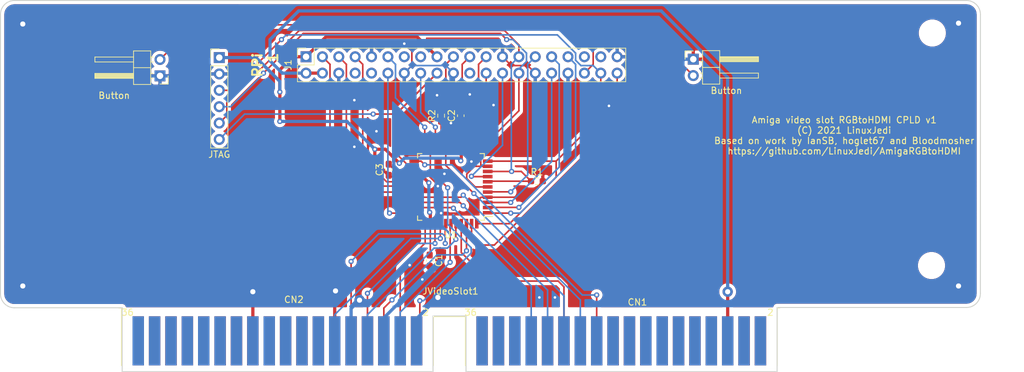
<source format=kicad_pcb>
(kicad_pcb (version 20171130) (host pcbnew 5.1.9-73d0e3b20d~88~ubuntu20.10.1)

  (general
    (thickness 1.6)
    (drawings 22)
    (tracks 372)
    (zones 0)
    (modules 13)
    (nets 99)
  )

  (page A4)
  (layers
    (0 F.Cu signal)
    (31 B.Cu signal)
    (32 B.Adhes user)
    (33 F.Adhes user)
    (34 B.Paste user)
    (35 F.Paste user)
    (36 B.SilkS user)
    (37 F.SilkS user)
    (38 B.Mask user)
    (39 F.Mask user)
    (40 Dwgs.User user)
    (41 Cmts.User user)
    (42 Eco1.User user)
    (43 Eco2.User user)
    (44 Edge.Cuts user)
    (45 Margin user)
    (46 B.CrtYd user)
    (47 F.CrtYd user)
    (48 B.Fab user hide)
    (49 F.Fab user hide)
  )

  (setup
    (last_trace_width 0.5)
    (user_trace_width 0.5)
    (trace_clearance 0.2)
    (zone_clearance 0.508)
    (zone_45_only no)
    (trace_min 0.2)
    (via_size 0.8)
    (via_drill 0.4)
    (via_min_size 0.4)
    (via_min_drill 0.3)
    (user_via 1.6 0.8)
    (uvia_size 0.3)
    (uvia_drill 0.1)
    (uvias_allowed no)
    (uvia_min_size 0.2)
    (uvia_min_drill 0.1)
    (edge_width 0.15)
    (segment_width 0.2)
    (pcb_text_width 0.3)
    (pcb_text_size 1.5 1.5)
    (mod_edge_width 0.15)
    (mod_text_size 1 1)
    (mod_text_width 0.15)
    (pad_size 1.78 7.62)
    (pad_drill 0)
    (pad_to_mask_clearance 0.2)
    (aux_axis_origin 0 0)
    (visible_elements 7FFFFFFF)
    (pcbplotparams
      (layerselection 0x010f0_ffffffff)
      (usegerberextensions false)
      (usegerberattributes false)
      (usegerberadvancedattributes false)
      (creategerberjobfile false)
      (excludeedgelayer true)
      (linewidth 0.100000)
      (plotframeref false)
      (viasonmask false)
      (mode 1)
      (useauxorigin false)
      (hpglpennumber 1)
      (hpglpenspeed 20)
      (hpglpendiameter 15.000000)
      (psnegative false)
      (psa4output false)
      (plotreference true)
      (plotvalue true)
      (plotinvisibletext false)
      (padsonsilk false)
      (subtractmaskfromsilk false)
      (outputformat 1)
      (mirror false)
      (drillshape 0)
      (scaleselection 1)
      (outputdirectory "./gerber"))
  )

  (net 0 "")
  (net 1 GND)
  (net 2 +3V3)
  (net 3 /B0)
  (net 4 /R3)
  (net 5 /R2)
  (net 6 /R1)
  (net 7 /R0)
  (net 8 /G3)
  (net 9 /G2)
  (net 10 /G1)
  (net 11 /G0)
  (net 12 /B3)
  (net 13 /B2)
  (net 14 /B1)
  (net 15 "Net-(JVideoSlot1-Pad1)")
  (net 16 "Net-(JVideoSlot1-Pad3)")
  (net 17 "Net-(JVideoSlot1-Pad5)")
  (net 18 "Net-(JVideoSlot1-Pad7)")
  (net 19 "Net-(JVideoSlot1-Pad9)")
  (net 20 "Net-(JVideoSlot1-Pad11)")
  (net 21 "Net-(JVideoSlot1-Pad13)")
  (net 22 "Net-(JVideoSlot1-Pad15)")
  (net 23 "Net-(JVideoSlot1-Pad17)")
  (net 24 "Net-(JVideoSlot1-Pad19)")
  (net 25 "Net-(JVideoSlot1-Pad21)")
  (net 26 "Net-(JVideoSlot1-Pad31)")
  (net 27 "Net-(JVideoSlot1-Pad33)")
  (net 28 "Net-(JVideoSlot1-Pad35)")
  (net 29 "Net-(JVideoSlot1-Pad2)")
  (net 30 "Net-(JVideoSlot1-Pad4)")
  (net 31 "Net-(JVideoSlot1-Pad8)")
  (net 32 "Net-(JVideoSlot1-Pad10)")
  (net 33 "Net-(JVideoSlot1-Pad12)")
  (net 34 "Net-(JVideoSlot1-Pad16)")
  (net 35 "Net-(JVideoSlot1-Pad18)")
  (net 36 "Net-(JVideoSlot1-Pad20)")
  (net 37 "Net-(JVideoSlot1-Pad24)")
  (net 38 "Net-(JVideoSlot1-Pad28)")
  (net 39 "Net-(JVideoSlot1-Pad30)")
  (net 40 "Net-(JVideoSlot1-Pad32)")
  (net 41 "Net-(JVideoSlot1-Pad36)")
  (net 42 "Net-(JVideoSlot1-Pad49)")
  (net 43 "Net-(JVideoSlot1-Pad55)")
  (net 44 "Net-(JVideoSlot1-Pad57)")
  (net 45 "Net-(JVideoSlot1-Pad59)")
  (net 46 "Net-(JVideoSlot1-Pad61)")
  (net 47 "Net-(JVideoSlot1-Pad63)")
  (net 48 "Net-(JVideoSlot1-Pad65)")
  (net 49 "Net-(JVideoSlot1-Pad67)")
  (net 50 "Net-(JVideoSlot1-Pad69)")
  (net 51 "Net-(JVideoSlot1-Pad71)")
  (net 52 "Net-(JVideoSlot1-Pad50)")
  (net 53 "Net-(JVideoSlot1-Pad52)")
  (net 54 "Net-(JVideoSlot1-Pad54)")
  (net 55 "Net-(JVideoSlot1-Pad56)")
  (net 56 "Net-(JVideoSlot1-Pad60)")
  (net 57 "Net-(JVideoSlot1-Pad62)")
  (net 58 "Net-(JVideoSlot1-Pad64)")
  (net 59 "Net-(JVideoSlot1-Pad66)")
  (net 60 "Net-(JVideoSlot1-Pad68)")
  (net 61 "Net-(JVideoSlot1-Pad70)")
  (net 62 "Net-(JVideoSlot1-Pad72)")
  (net 63 /GPIO21)
  (net 64 /GPIO20)
  (net 65 /GPIO26)
  (net 66 /GPIO16)
  (net 67 /GPIO19)
  (net 68 /GPIO13)
  (net 69 /GPIO12)
  (net 70 /GPIO6)
  (net 71 /GPIO5)
  (net 72 /CLKEN)
  (net 73 /GPIO0)
  (net 74 /GPIO7)
  (net 75 /GPIO8)
  (net 76 /GPIO11)
  (net 77 /GPIO25)
  (net 78 /GPIO9)
  (net 79 /GPIO10)
  (net 80 /GPIO24)
  (net 81 /GPIO23)
  (net 82 /GPIO22)
  (net 83 /GPIO27)
  (net 84 /GPIO18)
  (net 85 /GPIO17)
  (net 86 /GPIO15)
  (net 87 /GPIO14)
  (net 88 /GPIO4)
  (net 89 /GPIO3)
  (net 90 VCC)
  (net 91 /GPIO2)
  (net 92 "Net-(JVideoSlot1-Pad14)")
  (net 93 /HSYNC)
  (net 94 /VSYNC)
  (net 95 "Net-(JVideoSlot1-Pad34)")
  (net 96 "Net-(JVideoSlot1-Pad51)")
  (net 97 "Net-(JVideoSlot1-Pad53)")
  (net 98 /DETECT)

  (net_class Default "Dies ist die voreingestellte Netzklasse."
    (clearance 0.2)
    (trace_width 0.25)
    (via_dia 0.8)
    (via_drill 0.4)
    (uvia_dia 0.3)
    (uvia_drill 0.1)
    (add_net +3V3)
    (add_net /B0)
    (add_net /B1)
    (add_net /B2)
    (add_net /B3)
    (add_net /CLKEN)
    (add_net /DETECT)
    (add_net /G0)
    (add_net /G1)
    (add_net /G2)
    (add_net /G3)
    (add_net /GPIO0)
    (add_net /GPIO10)
    (add_net /GPIO11)
    (add_net /GPIO12)
    (add_net /GPIO13)
    (add_net /GPIO14)
    (add_net /GPIO15)
    (add_net /GPIO16)
    (add_net /GPIO17)
    (add_net /GPIO18)
    (add_net /GPIO19)
    (add_net /GPIO2)
    (add_net /GPIO20)
    (add_net /GPIO21)
    (add_net /GPIO22)
    (add_net /GPIO23)
    (add_net /GPIO24)
    (add_net /GPIO25)
    (add_net /GPIO26)
    (add_net /GPIO27)
    (add_net /GPIO3)
    (add_net /GPIO4)
    (add_net /GPIO5)
    (add_net /GPIO6)
    (add_net /GPIO7)
    (add_net /GPIO8)
    (add_net /GPIO9)
    (add_net /HSYNC)
    (add_net /R0)
    (add_net /R1)
    (add_net /R2)
    (add_net /R3)
    (add_net /VSYNC)
    (add_net GND)
    (add_net "Net-(JVideoSlot1-Pad1)")
    (add_net "Net-(JVideoSlot1-Pad10)")
    (add_net "Net-(JVideoSlot1-Pad11)")
    (add_net "Net-(JVideoSlot1-Pad12)")
    (add_net "Net-(JVideoSlot1-Pad13)")
    (add_net "Net-(JVideoSlot1-Pad14)")
    (add_net "Net-(JVideoSlot1-Pad15)")
    (add_net "Net-(JVideoSlot1-Pad16)")
    (add_net "Net-(JVideoSlot1-Pad17)")
    (add_net "Net-(JVideoSlot1-Pad18)")
    (add_net "Net-(JVideoSlot1-Pad19)")
    (add_net "Net-(JVideoSlot1-Pad2)")
    (add_net "Net-(JVideoSlot1-Pad20)")
    (add_net "Net-(JVideoSlot1-Pad21)")
    (add_net "Net-(JVideoSlot1-Pad24)")
    (add_net "Net-(JVideoSlot1-Pad28)")
    (add_net "Net-(JVideoSlot1-Pad3)")
    (add_net "Net-(JVideoSlot1-Pad30)")
    (add_net "Net-(JVideoSlot1-Pad31)")
    (add_net "Net-(JVideoSlot1-Pad32)")
    (add_net "Net-(JVideoSlot1-Pad33)")
    (add_net "Net-(JVideoSlot1-Pad34)")
    (add_net "Net-(JVideoSlot1-Pad35)")
    (add_net "Net-(JVideoSlot1-Pad36)")
    (add_net "Net-(JVideoSlot1-Pad4)")
    (add_net "Net-(JVideoSlot1-Pad49)")
    (add_net "Net-(JVideoSlot1-Pad5)")
    (add_net "Net-(JVideoSlot1-Pad50)")
    (add_net "Net-(JVideoSlot1-Pad51)")
    (add_net "Net-(JVideoSlot1-Pad52)")
    (add_net "Net-(JVideoSlot1-Pad53)")
    (add_net "Net-(JVideoSlot1-Pad54)")
    (add_net "Net-(JVideoSlot1-Pad55)")
    (add_net "Net-(JVideoSlot1-Pad56)")
    (add_net "Net-(JVideoSlot1-Pad57)")
    (add_net "Net-(JVideoSlot1-Pad59)")
    (add_net "Net-(JVideoSlot1-Pad60)")
    (add_net "Net-(JVideoSlot1-Pad61)")
    (add_net "Net-(JVideoSlot1-Pad62)")
    (add_net "Net-(JVideoSlot1-Pad63)")
    (add_net "Net-(JVideoSlot1-Pad64)")
    (add_net "Net-(JVideoSlot1-Pad65)")
    (add_net "Net-(JVideoSlot1-Pad66)")
    (add_net "Net-(JVideoSlot1-Pad67)")
    (add_net "Net-(JVideoSlot1-Pad68)")
    (add_net "Net-(JVideoSlot1-Pad69)")
    (add_net "Net-(JVideoSlot1-Pad7)")
    (add_net "Net-(JVideoSlot1-Pad70)")
    (add_net "Net-(JVideoSlot1-Pad71)")
    (add_net "Net-(JVideoSlot1-Pad72)")
    (add_net "Net-(JVideoSlot1-Pad8)")
    (add_net "Net-(JVideoSlot1-Pad9)")
    (add_net VCC)
  )

  (module Connector_PinHeader_2.54mm:PinHeader_1x06_P2.54mm_Vertical (layer F.Cu) (tedit 59FED5CC) (tstamp 60732FB9)
    (at 125.603 68.326)
    (descr "Through hole straight pin header, 1x06, 2.54mm pitch, single row")
    (tags "Through hole pin header THT 1x06 2.54mm single row")
    (path /609EC0F8)
    (fp_text reference J2 (at 0 -2.33) (layer F.SilkS) hide
      (effects (font (size 1 1) (thickness 0.15)))
    )
    (fp_text value JTAG (at 0 15.03) (layer F.SilkS)
      (effects (font (size 1 1) (thickness 0.15)))
    )
    (fp_text user %R (at 0 6.35 90) (layer F.Fab)
      (effects (font (size 1 1) (thickness 0.15)))
    )
    (fp_line (start -0.635 -1.27) (end 1.27 -1.27) (layer F.Fab) (width 0.1))
    (fp_line (start 1.27 -1.27) (end 1.27 13.97) (layer F.Fab) (width 0.1))
    (fp_line (start 1.27 13.97) (end -1.27 13.97) (layer F.Fab) (width 0.1))
    (fp_line (start -1.27 13.97) (end -1.27 -0.635) (layer F.Fab) (width 0.1))
    (fp_line (start -1.27 -0.635) (end -0.635 -1.27) (layer F.Fab) (width 0.1))
    (fp_line (start -1.33 14.03) (end 1.33 14.03) (layer F.SilkS) (width 0.12))
    (fp_line (start -1.33 1.27) (end -1.33 14.03) (layer F.SilkS) (width 0.12))
    (fp_line (start 1.33 1.27) (end 1.33 14.03) (layer F.SilkS) (width 0.12))
    (fp_line (start -1.33 1.27) (end 1.33 1.27) (layer F.SilkS) (width 0.12))
    (fp_line (start -1.33 0) (end -1.33 -1.33) (layer F.SilkS) (width 0.12))
    (fp_line (start -1.33 -1.33) (end 0 -1.33) (layer F.SilkS) (width 0.12))
    (fp_line (start -1.8 -1.8) (end -1.8 14.5) (layer F.CrtYd) (width 0.05))
    (fp_line (start -1.8 14.5) (end 1.8 14.5) (layer F.CrtYd) (width 0.05))
    (fp_line (start 1.8 14.5) (end 1.8 -1.8) (layer F.CrtYd) (width 0.05))
    (fp_line (start 1.8 -1.8) (end -1.8 -1.8) (layer F.CrtYd) (width 0.05))
    (pad 6 thru_hole oval (at 0 12.7) (size 1.7 1.7) (drill 1) (layers *.Cu *.Mask)
      (net 80 /GPIO24))
    (pad 5 thru_hole oval (at 0 10.16) (size 1.7 1.7) (drill 1) (layers *.Cu *.Mask)
      (net 73 /GPIO0))
    (pad 4 thru_hole oval (at 0 7.62) (size 1.7 1.7) (drill 1) (layers *.Cu *.Mask)
      (net 72 /CLKEN))
    (pad 3 thru_hole oval (at 0 5.08) (size 1.7 1.7) (drill 1) (layers *.Cu *.Mask)
      (net 64 /GPIO20))
    (pad 2 thru_hole oval (at 0 2.54) (size 1.7 1.7) (drill 1) (layers *.Cu *.Mask)
      (net 1 GND))
    (pad 1 thru_hole rect (at 0 0) (size 1.7 1.7) (drill 1) (layers *.Cu *.Mask)
      (net 2 +3V3))
    (model ${KISYS3DMOD}/Connector_PinHeader_2.54mm.3dshapes/PinHeader_1x06_P2.54mm_Vertical.wrl
      (at (xyz 0 0 0))
      (scale (xyz 1 1 1))
      (rotate (xyz 0 0 0))
    )
  )

  (module Capacitor_SMD:C_0603_1608Metric_Pad1.08x0.95mm_HandSolder (layer F.Cu) (tedit 5F68FEEF) (tstamp 6073027A)
    (at 151.892 85.725 90)
    (descr "Capacitor SMD 0603 (1608 Metric), square (rectangular) end terminal, IPC_7351 nominal with elongated pad for handsoldering. (Body size source: IPC-SM-782 page 76, https://www.pcb-3d.com/wordpress/wp-content/uploads/ipc-sm-782a_amendment_1_and_2.pdf), generated with kicad-footprint-generator")
    (tags "capacitor handsolder")
    (path /606DC3CB)
    (attr smd)
    (fp_text reference C3 (at 0 -1.43 90) (layer F.SilkS)
      (effects (font (size 1 1) (thickness 0.15)))
    )
    (fp_text value 0.1uF (at 0 1.43 90) (layer F.Fab)
      (effects (font (size 1 1) (thickness 0.15)))
    )
    (fp_text user %R (at 0 0 90) (layer F.Fab)
      (effects (font (size 0.4 0.4) (thickness 0.06)))
    )
    (fp_line (start -0.8 0.4) (end -0.8 -0.4) (layer F.Fab) (width 0.1))
    (fp_line (start -0.8 -0.4) (end 0.8 -0.4) (layer F.Fab) (width 0.1))
    (fp_line (start 0.8 -0.4) (end 0.8 0.4) (layer F.Fab) (width 0.1))
    (fp_line (start 0.8 0.4) (end -0.8 0.4) (layer F.Fab) (width 0.1))
    (fp_line (start -0.146267 -0.51) (end 0.146267 -0.51) (layer F.SilkS) (width 0.12))
    (fp_line (start -0.146267 0.51) (end 0.146267 0.51) (layer F.SilkS) (width 0.12))
    (fp_line (start -1.65 0.73) (end -1.65 -0.73) (layer F.CrtYd) (width 0.05))
    (fp_line (start -1.65 -0.73) (end 1.65 -0.73) (layer F.CrtYd) (width 0.05))
    (fp_line (start 1.65 -0.73) (end 1.65 0.73) (layer F.CrtYd) (width 0.05))
    (fp_line (start 1.65 0.73) (end -1.65 0.73) (layer F.CrtYd) (width 0.05))
    (pad 2 smd roundrect (at 0.8625 0 90) (size 1.075 0.95) (layers F.Cu F.Paste F.Mask) (roundrect_rratio 0.25)
      (net 1 GND))
    (pad 1 smd roundrect (at -0.8625 0 90) (size 1.075 0.95) (layers F.Cu F.Paste F.Mask) (roundrect_rratio 0.25)
      (net 2 +3V3))
    (model ${KISYS3DMOD}/Capacitor_SMD.3dshapes/C_0603_1608Metric.wrl
      (at (xyz 0 0 0))
      (scale (xyz 1 1 1))
      (rotate (xyz 0 0 0))
    )
  )

  (module Package_QFP:TQFP-44_10x10mm_P0.8mm (layer F.Cu) (tedit 5A02F146) (tstamp 6073049F)
    (at 161.544 88.392 180)
    (descr "44-Lead Plastic Thin Quad Flatpack (PT) - 10x10x1.0 mm Body [TQFP] (see Microchip Packaging Specification 00000049BS.pdf)")
    (tags "QFP 0.8")
    (path /60587E15)
    (attr smd)
    (fp_text reference U1 (at 0 -7.45) (layer F.SilkS)
      (effects (font (size 1 1) (thickness 0.15)))
    )
    (fp_text value XC9572VQ44 (at 0 7.45) (layer F.Fab)
      (effects (font (size 1 1) (thickness 0.15)))
    )
    (fp_text user %R (at 0 0) (layer F.Fab)
      (effects (font (size 1 1) (thickness 0.15)))
    )
    (fp_line (start -4 -5) (end 5 -5) (layer F.Fab) (width 0.15))
    (fp_line (start 5 -5) (end 5 5) (layer F.Fab) (width 0.15))
    (fp_line (start 5 5) (end -5 5) (layer F.Fab) (width 0.15))
    (fp_line (start -5 5) (end -5 -4) (layer F.Fab) (width 0.15))
    (fp_line (start -5 -4) (end -4 -5) (layer F.Fab) (width 0.15))
    (fp_line (start -6.7 -6.7) (end -6.7 6.7) (layer F.CrtYd) (width 0.05))
    (fp_line (start 6.7 -6.7) (end 6.7 6.7) (layer F.CrtYd) (width 0.05))
    (fp_line (start -6.7 -6.7) (end 6.7 -6.7) (layer F.CrtYd) (width 0.05))
    (fp_line (start -6.7 6.7) (end 6.7 6.7) (layer F.CrtYd) (width 0.05))
    (fp_line (start -5.175 -5.175) (end -5.175 -4.6) (layer F.SilkS) (width 0.15))
    (fp_line (start 5.175 -5.175) (end 5.175 -4.5) (layer F.SilkS) (width 0.15))
    (fp_line (start 5.175 5.175) (end 5.175 4.5) (layer F.SilkS) (width 0.15))
    (fp_line (start -5.175 5.175) (end -5.175 4.5) (layer F.SilkS) (width 0.15))
    (fp_line (start -5.175 -5.175) (end -4.5 -5.175) (layer F.SilkS) (width 0.15))
    (fp_line (start -5.175 5.175) (end -4.5 5.175) (layer F.SilkS) (width 0.15))
    (fp_line (start 5.175 5.175) (end 4.5 5.175) (layer F.SilkS) (width 0.15))
    (fp_line (start 5.175 -5.175) (end 4.5 -5.175) (layer F.SilkS) (width 0.15))
    (fp_line (start -5.175 -4.6) (end -6.45 -4.6) (layer F.SilkS) (width 0.15))
    (pad 44 smd rect (at -4 -5.7 270) (size 1.5 0.55) (layers F.Cu F.Paste F.Mask)
      (net 64 /GPIO20))
    (pad 43 smd rect (at -3.2 -5.7 270) (size 1.5 0.55) (layers F.Cu F.Paste F.Mask)
      (net 63 /GPIO21))
    (pad 42 smd rect (at -2.4 -5.7 270) (size 1.5 0.55) (layers F.Cu F.Paste F.Mask)
      (net 11 /G0))
    (pad 41 smd rect (at -1.6 -5.7 270) (size 1.5 0.55) (layers F.Cu F.Paste F.Mask)
      (net 94 /VSYNC))
    (pad 40 smd rect (at -0.8 -5.7 270) (size 1.5 0.55) (layers F.Cu F.Paste F.Mask)
      (net 10 /G1))
    (pad 39 smd rect (at 0 -5.7 270) (size 1.5 0.55) (layers F.Cu F.Paste F.Mask)
      (net 6 /R1))
    (pad 38 smd rect (at 0.8 -5.7 270) (size 1.5 0.55) (layers F.Cu F.Paste F.Mask)
      (net 14 /B1))
    (pad 37 smd rect (at 1.6 -5.7 270) (size 1.5 0.55) (layers F.Cu F.Paste F.Mask)
      (net 13 /B2))
    (pad 36 smd rect (at 2.4 -5.7 270) (size 1.5 0.55) (layers F.Cu F.Paste F.Mask)
      (net 9 /G2))
    (pad 35 smd rect (at 3.2 -5.7 270) (size 1.5 0.55) (layers F.Cu F.Paste F.Mask)
      (net 2 +3V3))
    (pad 34 smd rect (at 4 -5.7 270) (size 1.5 0.55) (layers F.Cu F.Paste F.Mask)
      (net 5 /R2))
    (pad 33 smd rect (at 5.7 -4 180) (size 1.5 0.55) (layers F.Cu F.Paste F.Mask)
      (net 84 /GPIO18))
    (pad 32 smd rect (at 5.7 -3.2 180) (size 1.5 0.55) (layers F.Cu F.Paste F.Mask)
      (net 4 /R3))
    (pad 31 smd rect (at 5.7 -2.4 180) (size 1.5 0.55) (layers F.Cu F.Paste F.Mask)
      (net 8 /G3))
    (pad 30 smd rect (at 5.7 -1.6 180) (size 1.5 0.55) (layers F.Cu F.Paste F.Mask)
      (net 12 /B3))
    (pad 29 smd rect (at 5.7 -0.8 180) (size 1.5 0.55) (layers F.Cu F.Paste F.Mask)
      (net 91 /GPIO2))
    (pad 28 smd rect (at 5.7 0 180) (size 1.5 0.55) (layers F.Cu F.Paste F.Mask)
      (net 89 /GPIO3))
    (pad 27 smd rect (at 5.7 0.8 180) (size 1.5 0.55) (layers F.Cu F.Paste F.Mask)
      (net 88 /GPIO4))
    (pad 26 smd rect (at 5.7 1.6 180) (size 1.5 0.55) (layers F.Cu F.Paste F.Mask)
      (net 2 +3V3))
    (pad 25 smd rect (at 5.7 2.4 180) (size 1.5 0.55) (layers F.Cu F.Paste F.Mask)
      (net 1 GND))
    (pad 24 smd rect (at 5.7 3.2 180) (size 1.5 0.55) (layers F.Cu F.Paste F.Mask)
      (net 80 /GPIO24))
    (pad 23 smd rect (at 5.7 4 180) (size 1.5 0.55) (layers F.Cu F.Paste F.Mask)
      (net 93 /HSYNC))
    (pad 22 smd rect (at 4 5.7 270) (size 1.5 0.55) (layers F.Cu F.Paste F.Mask)
      (net 85 /GPIO17))
    (pad 21 smd rect (at 3.2 5.7 270) (size 1.5 0.55) (layers F.Cu F.Paste F.Mask)
      (net 7 /R0))
    (pad 20 smd rect (at 2.4 5.7 270) (size 1.5 0.55) (layers F.Cu F.Paste F.Mask)
      (net 81 /GPIO23))
    (pad 19 smd rect (at 1.6 5.7 270) (size 1.5 0.55) (layers F.Cu F.Paste F.Mask)
      (net 98 /DETECT))
    (pad 18 smd rect (at 0.8 5.7 270) (size 1.5 0.55) (layers F.Cu F.Paste F.Mask)
      (net 3 /B0))
    (pad 17 smd rect (at 0 5.7 270) (size 1.5 0.55) (layers F.Cu F.Paste F.Mask)
      (net 1 GND))
    (pad 16 smd rect (at -0.8 5.7 270) (size 1.5 0.55) (layers F.Cu F.Paste F.Mask)
      (net 79 /GPIO10))
    (pad 15 smd rect (at -1.6 5.7 270) (size 1.5 0.55) (layers F.Cu F.Paste F.Mask)
      (net 2 +3V3))
    (pad 14 smd rect (at -2.4 5.7 270) (size 1.5 0.55) (layers F.Cu F.Paste F.Mask)
      (net 78 /GPIO9))
    (pad 13 smd rect (at -3.2 5.7 270) (size 1.5 0.55) (layers F.Cu F.Paste F.Mask)
      (net 76 /GPIO11))
    (pad 12 smd rect (at -4 5.7 270) (size 1.5 0.55) (layers F.Cu F.Paste F.Mask)
      (net 75 /GPIO8))
    (pad 11 smd rect (at -5.7 4 180) (size 1.5 0.55) (layers F.Cu F.Paste F.Mask)
      (net 64 /GPIO20))
    (pad 10 smd rect (at -5.7 3.2 180) (size 1.5 0.55) (layers F.Cu F.Paste F.Mask)
      (net 72 /CLKEN))
    (pad 9 smd rect (at -5.7 2.4 180) (size 1.5 0.55) (layers F.Cu F.Paste F.Mask)
      (net 73 /GPIO0))
    (pad 8 smd rect (at -5.7 1.6 180) (size 1.5 0.55) (layers F.Cu F.Paste F.Mask)
      (net 74 /GPIO7))
    (pad 7 smd rect (at -5.7 0.8 180) (size 1.5 0.55) (layers F.Cu F.Paste F.Mask)
      (net 73 /GPIO0))
    (pad 6 smd rect (at -5.7 0 180) (size 1.5 0.55) (layers F.Cu F.Paste F.Mask)
      (net 72 /CLKEN))
    (pad 5 smd rect (at -5.7 -0.8 180) (size 1.5 0.55) (layers F.Cu F.Paste F.Mask)
      (net 71 /GPIO5))
    (pad 4 smd rect (at -5.7 -1.6 180) (size 1.5 0.55) (layers F.Cu F.Paste F.Mask)
      (net 1 GND))
    (pad 3 smd rect (at -5.7 -2.4 180) (size 1.5 0.55) (layers F.Cu F.Paste F.Mask)
      (net 69 /GPIO12))
    (pad 2 smd rect (at -5.7 -3.2 180) (size 1.5 0.55) (layers F.Cu F.Paste F.Mask)
      (net 70 /GPIO6))
    (pad 1 smd rect (at -5.7 -4 180) (size 1.5 0.55) (layers F.Cu F.Paste F.Mask)
      (net 68 /GPIO13))
    (model ${KISYS3DMOD}/Package_QFP.3dshapes/TQFP-44_10x10mm_P0.8mm.wrl
      (at (xyz 0 0 0))
      (scale (xyz 1 1 1))
      (rotate (xyz 0 0 0))
    )
  )

  (module Resistor_SMD:R_0603_1608Metric_Pad0.98x0.95mm_HandSolder (layer F.Cu) (tedit 5F68FEEE) (tstamp 6073045C)
    (at 160.02 77.343 90)
    (descr "Resistor SMD 0603 (1608 Metric), square (rectangular) end terminal, IPC_7351 nominal with elongated pad for handsoldering. (Body size source: IPC-SM-782 page 72, https://www.pcb-3d.com/wordpress/wp-content/uploads/ipc-sm-782a_amendment_1_and_2.pdf), generated with kicad-footprint-generator")
    (tags "resistor handsolder")
    (path /607CB6C9)
    (attr smd)
    (fp_text reference R2 (at 0 -1.43 90) (layer F.SilkS)
      (effects (font (size 1 1) (thickness 0.15)))
    )
    (fp_text value 4.7K (at 0 1.43 90) (layer F.Fab)
      (effects (font (size 1 1) (thickness 0.15)))
    )
    (fp_text user %R (at 0 0 90) (layer F.Fab)
      (effects (font (size 0.4 0.4) (thickness 0.06)))
    )
    (fp_line (start -0.8 0.4125) (end -0.8 -0.4125) (layer F.Fab) (width 0.1))
    (fp_line (start -0.8 -0.4125) (end 0.8 -0.4125) (layer F.Fab) (width 0.1))
    (fp_line (start 0.8 -0.4125) (end 0.8 0.4125) (layer F.Fab) (width 0.1))
    (fp_line (start 0.8 0.4125) (end -0.8 0.4125) (layer F.Fab) (width 0.1))
    (fp_line (start -0.254724 -0.5225) (end 0.254724 -0.5225) (layer F.SilkS) (width 0.12))
    (fp_line (start -0.254724 0.5225) (end 0.254724 0.5225) (layer F.SilkS) (width 0.12))
    (fp_line (start -1.65 0.73) (end -1.65 -0.73) (layer F.CrtYd) (width 0.05))
    (fp_line (start -1.65 -0.73) (end 1.65 -0.73) (layer F.CrtYd) (width 0.05))
    (fp_line (start 1.65 -0.73) (end 1.65 0.73) (layer F.CrtYd) (width 0.05))
    (fp_line (start 1.65 0.73) (end -1.65 0.73) (layer F.CrtYd) (width 0.05))
    (pad 2 smd roundrect (at 0.9125 0 90) (size 0.975 0.95) (layers F.Cu F.Paste F.Mask) (roundrect_rratio 0.25)
      (net 1 GND))
    (pad 1 smd roundrect (at -0.9125 0 90) (size 0.975 0.95) (layers F.Cu F.Paste F.Mask) (roundrect_rratio 0.25)
      (net 98 /DETECT))
    (model ${KISYS3DMOD}/Resistor_SMD.3dshapes/R_0603_1608Metric.wrl
      (at (xyz 0 0 0))
      (scale (xyz 1 1 1))
      (rotate (xyz 0 0 0))
    )
  )

  (module Resistor_SMD:R_0603_1608Metric_Pad0.98x0.95mm_HandSolder (layer F.Cu) (tedit 5F68FEEE) (tstamp 6073044B)
    (at 174.879 87.503)
    (descr "Resistor SMD 0603 (1608 Metric), square (rectangular) end terminal, IPC_7351 nominal with elongated pad for handsoldering. (Body size source: IPC-SM-782 page 72, https://www.pcb-3d.com/wordpress/wp-content/uploads/ipc-sm-782a_amendment_1_and_2.pdf), generated with kicad-footprint-generator")
    (tags "resistor handsolder")
    (path /60964FFF)
    (attr smd)
    (fp_text reference R1 (at 0 -1.43) (layer F.SilkS)
      (effects (font (size 1 1) (thickness 0.15)))
    )
    (fp_text value 1K (at 0 1.43) (layer F.Fab)
      (effects (font (size 1 1) (thickness 0.15)))
    )
    (fp_text user %R (at 0 0) (layer F.Fab)
      (effects (font (size 0.4 0.4) (thickness 0.06)))
    )
    (fp_line (start -0.8 0.4125) (end -0.8 -0.4125) (layer F.Fab) (width 0.1))
    (fp_line (start -0.8 -0.4125) (end 0.8 -0.4125) (layer F.Fab) (width 0.1))
    (fp_line (start 0.8 -0.4125) (end 0.8 0.4125) (layer F.Fab) (width 0.1))
    (fp_line (start 0.8 0.4125) (end -0.8 0.4125) (layer F.Fab) (width 0.1))
    (fp_line (start -0.254724 -0.5225) (end 0.254724 -0.5225) (layer F.SilkS) (width 0.12))
    (fp_line (start -0.254724 0.5225) (end 0.254724 0.5225) (layer F.SilkS) (width 0.12))
    (fp_line (start -1.65 0.73) (end -1.65 -0.73) (layer F.CrtYd) (width 0.05))
    (fp_line (start -1.65 -0.73) (end 1.65 -0.73) (layer F.CrtYd) (width 0.05))
    (fp_line (start 1.65 -0.73) (end 1.65 0.73) (layer F.CrtYd) (width 0.05))
    (fp_line (start 1.65 0.73) (end -1.65 0.73) (layer F.CrtYd) (width 0.05))
    (pad 2 smd roundrect (at 0.9125 0) (size 0.975 0.95) (layers F.Cu F.Paste F.Mask) (roundrect_rratio 0.25)
      (net 1 GND))
    (pad 1 smd roundrect (at -0.9125 0) (size 0.975 0.95) (layers F.Cu F.Paste F.Mask) (roundrect_rratio 0.25)
      (net 73 /GPIO0))
    (model ${KISYS3DMOD}/Resistor_SMD.3dshapes/R_0603_1608Metric.wrl
      (at (xyz 0 0 0))
      (scale (xyz 1 1 1))
      (rotate (xyz 0 0 0))
    )
  )

  (module Connector_PinSocket_2.54mm:PinSocket_2x20_P2.54mm_Vertical (layer F.Cu) (tedit 5A19A433) (tstamp 607302C8)
    (at 139.065 68.199 90)
    (descr "Through hole straight socket strip, 2x20, 2.54mm pitch, double cols (from Kicad 4.0.7), script generated")
    (tags "Through hole socket strip THT 2x20 2.54mm double row")
    (path /60602D28)
    (fp_text reference J1 (at -1.27 -2.77 90) (layer F.SilkS)
      (effects (font (size 1 1) (thickness 0.15)))
    )
    (fp_text value Raspberry_Pi_2_3 (at -1.27 51.03 90) (layer F.Fab)
      (effects (font (size 1 1) (thickness 0.15)))
    )
    (fp_text user %R (at -1.27 24.13) (layer F.Fab)
      (effects (font (size 1 1) (thickness 0.15)))
    )
    (fp_line (start -3.81 -1.27) (end 0.27 -1.27) (layer F.Fab) (width 0.1))
    (fp_line (start 0.27 -1.27) (end 1.27 -0.27) (layer F.Fab) (width 0.1))
    (fp_line (start 1.27 -0.27) (end 1.27 49.53) (layer F.Fab) (width 0.1))
    (fp_line (start 1.27 49.53) (end -3.81 49.53) (layer F.Fab) (width 0.1))
    (fp_line (start -3.81 49.53) (end -3.81 -1.27) (layer F.Fab) (width 0.1))
    (fp_line (start -3.87 -1.33) (end -1.27 -1.33) (layer F.SilkS) (width 0.12))
    (fp_line (start -3.87 -1.33) (end -3.87 49.59) (layer F.SilkS) (width 0.12))
    (fp_line (start -3.87 49.59) (end 1.33 49.59) (layer F.SilkS) (width 0.12))
    (fp_line (start 1.33 1.27) (end 1.33 49.59) (layer F.SilkS) (width 0.12))
    (fp_line (start -1.27 1.27) (end 1.33 1.27) (layer F.SilkS) (width 0.12))
    (fp_line (start -1.27 -1.33) (end -1.27 1.27) (layer F.SilkS) (width 0.12))
    (fp_line (start 1.33 -1.33) (end 1.33 0) (layer F.SilkS) (width 0.12))
    (fp_line (start 0 -1.33) (end 1.33 -1.33) (layer F.SilkS) (width 0.12))
    (fp_line (start -4.34 -1.8) (end 1.76 -1.8) (layer F.CrtYd) (width 0.05))
    (fp_line (start 1.76 -1.8) (end 1.76 50) (layer F.CrtYd) (width 0.05))
    (fp_line (start 1.76 50) (end -4.34 50) (layer F.CrtYd) (width 0.05))
    (fp_line (start -4.34 50) (end -4.34 -1.8) (layer F.CrtYd) (width 0.05))
    (pad 40 thru_hole oval (at -2.54 48.26 90) (size 1.7 1.7) (drill 1) (layers *.Cu *.Mask)
      (net 63 /GPIO21))
    (pad 39 thru_hole oval (at 0 48.26 90) (size 1.7 1.7) (drill 1) (layers *.Cu *.Mask)
      (net 1 GND))
    (pad 38 thru_hole oval (at -2.54 45.72 90) (size 1.7 1.7) (drill 1) (layers *.Cu *.Mask)
      (net 64 /GPIO20))
    (pad 37 thru_hole oval (at 0 45.72 90) (size 1.7 1.7) (drill 1) (layers *.Cu *.Mask)
      (net 65 /GPIO26))
    (pad 36 thru_hole oval (at -2.54 43.18 90) (size 1.7 1.7) (drill 1) (layers *.Cu *.Mask)
      (net 66 /GPIO16))
    (pad 35 thru_hole oval (at 0 43.18 90) (size 1.7 1.7) (drill 1) (layers *.Cu *.Mask)
      (net 67 /GPIO19))
    (pad 34 thru_hole oval (at -2.54 40.64 90) (size 1.7 1.7) (drill 1) (layers *.Cu *.Mask)
      (net 1 GND))
    (pad 33 thru_hole oval (at 0 40.64 90) (size 1.7 1.7) (drill 1) (layers *.Cu *.Mask)
      (net 68 /GPIO13))
    (pad 32 thru_hole oval (at -2.54 38.1 90) (size 1.7 1.7) (drill 1) (layers *.Cu *.Mask)
      (net 69 /GPIO12))
    (pad 31 thru_hole oval (at 0 38.1 90) (size 1.7 1.7) (drill 1) (layers *.Cu *.Mask)
      (net 70 /GPIO6))
    (pad 30 thru_hole oval (at -2.54 35.56 90) (size 1.7 1.7) (drill 1) (layers *.Cu *.Mask)
      (net 1 GND))
    (pad 29 thru_hole oval (at 0 35.56 90) (size 1.7 1.7) (drill 1) (layers *.Cu *.Mask)
      (net 71 /GPIO5))
    (pad 28 thru_hole oval (at -2.54 33.02 90) (size 1.7 1.7) (drill 1) (layers *.Cu *.Mask)
      (net 72 /CLKEN))
    (pad 27 thru_hole oval (at 0 33.02 90) (size 1.7 1.7) (drill 1) (layers *.Cu *.Mask)
      (net 73 /GPIO0))
    (pad 26 thru_hole oval (at -2.54 30.48 90) (size 1.7 1.7) (drill 1) (layers *.Cu *.Mask)
      (net 74 /GPIO7))
    (pad 25 thru_hole oval (at 0 30.48 90) (size 1.7 1.7) (drill 1) (layers *.Cu *.Mask)
      (net 1 GND))
    (pad 24 thru_hole oval (at -2.54 27.94 90) (size 1.7 1.7) (drill 1) (layers *.Cu *.Mask)
      (net 75 /GPIO8))
    (pad 23 thru_hole oval (at 0 27.94 90) (size 1.7 1.7) (drill 1) (layers *.Cu *.Mask)
      (net 76 /GPIO11))
    (pad 22 thru_hole oval (at -2.54 25.4 90) (size 1.7 1.7) (drill 1) (layers *.Cu *.Mask)
      (net 77 /GPIO25))
    (pad 21 thru_hole oval (at 0 25.4 90) (size 1.7 1.7) (drill 1) (layers *.Cu *.Mask)
      (net 78 /GPIO9))
    (pad 20 thru_hole oval (at -2.54 22.86 90) (size 1.7 1.7) (drill 1) (layers *.Cu *.Mask)
      (net 1 GND))
    (pad 19 thru_hole oval (at 0 22.86 90) (size 1.7 1.7) (drill 1) (layers *.Cu *.Mask)
      (net 79 /GPIO10))
    (pad 18 thru_hole oval (at -2.54 20.32 90) (size 1.7 1.7) (drill 1) (layers *.Cu *.Mask)
      (net 80 /GPIO24))
    (pad 17 thru_hole oval (at 0 20.32 90) (size 1.7 1.7) (drill 1) (layers *.Cu *.Mask)
      (net 2 +3V3))
    (pad 16 thru_hole oval (at -2.54 17.78 90) (size 1.7 1.7) (drill 1) (layers *.Cu *.Mask)
      (net 81 /GPIO23))
    (pad 15 thru_hole oval (at 0 17.78 90) (size 1.7 1.7) (drill 1) (layers *.Cu *.Mask)
      (net 82 /GPIO22))
    (pad 14 thru_hole oval (at -2.54 15.24 90) (size 1.7 1.7) (drill 1) (layers *.Cu *.Mask)
      (net 1 GND))
    (pad 13 thru_hole oval (at 0 15.24 90) (size 1.7 1.7) (drill 1) (layers *.Cu *.Mask)
      (net 83 /GPIO27))
    (pad 12 thru_hole oval (at -2.54 12.7 90) (size 1.7 1.7) (drill 1) (layers *.Cu *.Mask)
      (net 84 /GPIO18))
    (pad 11 thru_hole oval (at 0 12.7 90) (size 1.7 1.7) (drill 1) (layers *.Cu *.Mask)
      (net 85 /GPIO17))
    (pad 10 thru_hole oval (at -2.54 10.16 90) (size 1.7 1.7) (drill 1) (layers *.Cu *.Mask)
      (net 86 /GPIO15))
    (pad 9 thru_hole oval (at 0 10.16 90) (size 1.7 1.7) (drill 1) (layers *.Cu *.Mask)
      (net 1 GND))
    (pad 8 thru_hole oval (at -2.54 7.62 90) (size 1.7 1.7) (drill 1) (layers *.Cu *.Mask)
      (net 87 /GPIO14))
    (pad 7 thru_hole oval (at 0 7.62 90) (size 1.7 1.7) (drill 1) (layers *.Cu *.Mask)
      (net 88 /GPIO4))
    (pad 6 thru_hole oval (at -2.54 5.08 90) (size 1.7 1.7) (drill 1) (layers *.Cu *.Mask)
      (net 1 GND))
    (pad 5 thru_hole oval (at 0 5.08 90) (size 1.7 1.7) (drill 1) (layers *.Cu *.Mask)
      (net 89 /GPIO3))
    (pad 4 thru_hole oval (at -2.54 2.54 90) (size 1.7 1.7) (drill 1) (layers *.Cu *.Mask)
      (net 90 VCC))
    (pad 3 thru_hole oval (at 0 2.54 90) (size 1.7 1.7) (drill 1) (layers *.Cu *.Mask)
      (net 91 /GPIO2))
    (pad 2 thru_hole oval (at -2.54 0 90) (size 1.7 1.7) (drill 1) (layers *.Cu *.Mask)
      (net 90 VCC))
    (pad 1 thru_hole rect (at 0 0 90) (size 1.7 1.7) (drill 1) (layers *.Cu *.Mask)
      (net 2 +3V3))
    (model ${KISYS3DMOD}/Connector_PinSocket_2.54mm.3dshapes/PinSocket_2x20_P2.54mm_Vertical.wrl
      (at (xyz 0 0 0))
      (scale (xyz 1 1 1))
      (rotate (xyz 0 0 0))
    )
  )

  (module MountingHole:MountingHole_3.2mm_M3 (layer F.Cu) (tedit 56D1B4CB) (tstamp 6073028A)
    (at 236.093 100.584)
    (descr "Mounting Hole 3.2mm, no annular, M3")
    (tags "mounting hole 3.2mm no annular m3")
    (path /609BAE72)
    (attr virtual)
    (fp_text reference H2 (at 0 -4.2) (layer F.SilkS) hide
      (effects (font (size 1 1) (thickness 0.15)))
    )
    (fp_text value MountingHole (at 0 4.2) (layer F.Fab)
      (effects (font (size 1 1) (thickness 0.15)))
    )
    (fp_text user %R (at 0.3 0) (layer F.Fab)
      (effects (font (size 1 1) (thickness 0.15)))
    )
    (fp_circle (center 0 0) (end 3.2 0) (layer Cmts.User) (width 0.15))
    (fp_circle (center 0 0) (end 3.45 0) (layer F.CrtYd) (width 0.05))
    (pad 1 np_thru_hole circle (at 0 0) (size 3.2 3.2) (drill 3.2) (layers *.Cu *.Mask))
  )

  (module MountingHole:MountingHole_3.2mm_M3 (layer F.Cu) (tedit 56D1B4CB) (tstamp 60730282)
    (at 236.22 64.516)
    (descr "Mounting Hole 3.2mm, no annular, M3")
    (tags "mounting hole 3.2mm no annular m3")
    (path /609BA532)
    (attr virtual)
    (fp_text reference H1 (at 0 -4.2) (layer F.SilkS) hide
      (effects (font (size 1 1) (thickness 0.15)))
    )
    (fp_text value MountingHole (at 0 4.2) (layer F.Fab)
      (effects (font (size 1 1) (thickness 0.15)))
    )
    (fp_text user %R (at 0.3 0) (layer F.Fab)
      (effects (font (size 1 1) (thickness 0.15)))
    )
    (fp_circle (center 0 0) (end 3.2 0) (layer Cmts.User) (width 0.15))
    (fp_circle (center 0 0) (end 3.45 0) (layer F.CrtYd) (width 0.05))
    (pad 1 np_thru_hole circle (at 0 0) (size 3.2 3.2) (drill 3.2) (layers *.Cu *.Mask))
  )

  (module Capacitor_SMD:C_0603_1608Metric_Pad1.08x0.95mm_HandSolder (layer F.Cu) (tedit 5F68FEEF) (tstamp 60730269)
    (at 163.068 77.343 90)
    (descr "Capacitor SMD 0603 (1608 Metric), square (rectangular) end terminal, IPC_7351 nominal with elongated pad for handsoldering. (Body size source: IPC-SM-782 page 76, https://www.pcb-3d.com/wordpress/wp-content/uploads/ipc-sm-782a_amendment_1_and_2.pdf), generated with kicad-footprint-generator")
    (tags "capacitor handsolder")
    (path /606DBC4A)
    (attr smd)
    (fp_text reference C2 (at 0 -1.43 90) (layer F.SilkS)
      (effects (font (size 1 1) (thickness 0.15)))
    )
    (fp_text value 0.1uF (at 0 1.43 90) (layer F.Fab)
      (effects (font (size 1 1) (thickness 0.15)))
    )
    (fp_text user %R (at 0 0 90) (layer F.Fab)
      (effects (font (size 0.4 0.4) (thickness 0.06)))
    )
    (fp_line (start -0.8 0.4) (end -0.8 -0.4) (layer F.Fab) (width 0.1))
    (fp_line (start -0.8 -0.4) (end 0.8 -0.4) (layer F.Fab) (width 0.1))
    (fp_line (start 0.8 -0.4) (end 0.8 0.4) (layer F.Fab) (width 0.1))
    (fp_line (start 0.8 0.4) (end -0.8 0.4) (layer F.Fab) (width 0.1))
    (fp_line (start -0.146267 -0.51) (end 0.146267 -0.51) (layer F.SilkS) (width 0.12))
    (fp_line (start -0.146267 0.51) (end 0.146267 0.51) (layer F.SilkS) (width 0.12))
    (fp_line (start -1.65 0.73) (end -1.65 -0.73) (layer F.CrtYd) (width 0.05))
    (fp_line (start -1.65 -0.73) (end 1.65 -0.73) (layer F.CrtYd) (width 0.05))
    (fp_line (start 1.65 -0.73) (end 1.65 0.73) (layer F.CrtYd) (width 0.05))
    (fp_line (start 1.65 0.73) (end -1.65 0.73) (layer F.CrtYd) (width 0.05))
    (pad 2 smd roundrect (at 0.8625 0 90) (size 1.075 0.95) (layers F.Cu F.Paste F.Mask) (roundrect_rratio 0.25)
      (net 1 GND))
    (pad 1 smd roundrect (at -0.8625 0 90) (size 1.075 0.95) (layers F.Cu F.Paste F.Mask) (roundrect_rratio 0.25)
      (net 2 +3V3))
    (model ${KISYS3DMOD}/Capacitor_SMD.3dshapes/C_0603_1608Metric.wrl
      (at (xyz 0 0 0))
      (scale (xyz 1 1 1))
      (rotate (xyz 0 0 0))
    )
  )

  (module Capacitor_SMD:C_0603_1608Metric_Pad1.08x0.95mm_HandSolder (layer F.Cu) (tedit 5F68FEEF) (tstamp 60730258)
    (at 158.242 99.822 270)
    (descr "Capacitor SMD 0603 (1608 Metric), square (rectangular) end terminal, IPC_7351 nominal with elongated pad for handsoldering. (Body size source: IPC-SM-782 page 76, https://www.pcb-3d.com/wordpress/wp-content/uploads/ipc-sm-782a_amendment_1_and_2.pdf), generated with kicad-footprint-generator")
    (tags "capacitor handsolder")
    (path /606DB554)
    (attr smd)
    (fp_text reference C1 (at 0 -1.43 90) (layer F.SilkS)
      (effects (font (size 1 1) (thickness 0.15)))
    )
    (fp_text value 0.1uF (at 0 1.43 90) (layer F.Fab)
      (effects (font (size 1 1) (thickness 0.15)))
    )
    (fp_text user %R (at 0 0 90) (layer F.Fab)
      (effects (font (size 0.4 0.4) (thickness 0.06)))
    )
    (fp_line (start -0.8 0.4) (end -0.8 -0.4) (layer F.Fab) (width 0.1))
    (fp_line (start -0.8 -0.4) (end 0.8 -0.4) (layer F.Fab) (width 0.1))
    (fp_line (start 0.8 -0.4) (end 0.8 0.4) (layer F.Fab) (width 0.1))
    (fp_line (start 0.8 0.4) (end -0.8 0.4) (layer F.Fab) (width 0.1))
    (fp_line (start -0.146267 -0.51) (end 0.146267 -0.51) (layer F.SilkS) (width 0.12))
    (fp_line (start -0.146267 0.51) (end 0.146267 0.51) (layer F.SilkS) (width 0.12))
    (fp_line (start -1.65 0.73) (end -1.65 -0.73) (layer F.CrtYd) (width 0.05))
    (fp_line (start -1.65 -0.73) (end 1.65 -0.73) (layer F.CrtYd) (width 0.05))
    (fp_line (start 1.65 -0.73) (end 1.65 0.73) (layer F.CrtYd) (width 0.05))
    (fp_line (start 1.65 0.73) (end -1.65 0.73) (layer F.CrtYd) (width 0.05))
    (pad 2 smd roundrect (at 0.8625 0 270) (size 1.075 0.95) (layers F.Cu F.Paste F.Mask) (roundrect_rratio 0.25)
      (net 1 GND))
    (pad 1 smd roundrect (at -0.8625 0 270) (size 1.075 0.95) (layers F.Cu F.Paste F.Mask) (roundrect_rratio 0.25)
      (net 2 +3V3))
    (model ${KISYS3DMOD}/Capacitor_SMD.3dshapes/C_0603_1608Metric.wrl
      (at (xyz 0 0 0))
      (scale (xyz 1 1 1))
      (rotate (xyz 0 0 0))
    )
  )

  (module amiga-conn:A2000_Video_Slot (layer F.Cu) (tedit 604E7D41) (tstamp 604F9A08)
    (at 212.344 116.332)
    (descr "Amiga 2000 Video Slot Edge Connector")
    (tags "A2000 Video Slot Edge Connector")
    (path /60180827)
    (attr virtual)
    (fp_text reference JVideoSlot1 (at -50.87 -11.76) (layer F.SilkS)
      (effects (font (size 1 1) (thickness 0.15)))
    )
    (fp_text value A2000_Video_Slot_Phys (at -51.68 -11.05) (layer F.Fab)
      (effects (font (size 1 1) (thickness 0.15)))
    )
    (fp_line (start 0 0) (end -102.1 0) (layer F.CrtYd) (width 0.05))
    (fp_line (start 0 0) (end 0 -9.39) (layer F.CrtYd) (width 0.05))
    (fp_line (start -102.1 -9.39) (end -102.1 0) (layer F.CrtYd) (width 0.05))
    (fp_line (start -102.1 -9.39) (end 0 -9.39) (layer F.CrtYd) (width 0.05))
    (fp_line (start -0.25 -9.14) (end -0.25 -0.25) (layer F.Fab) (width 0.1))
    (fp_line (start -101.85 -9.14) (end -0.25 -9.14) (layer F.Fab) (width 0.1))
    (fp_line (start -101.85 -0.25) (end -101.85 -9.14) (layer F.Fab) (width 0.1))
    (fp_line (start -53.59 -0.25) (end -101.85 -0.25) (layer F.Fab) (width 0.1))
    (fp_line (start -53.59 -7.87) (end -53.59 -0.25) (layer F.Fab) (width 0.1))
    (fp_line (start -48.51 -7.87) (end -53.59 -7.87) (layer F.Fab) (width 0.1))
    (fp_line (start -48.51 -0.25) (end -48.51 -7.87) (layer F.Fab) (width 0.1))
    (fp_line (start -0.25 -0.25) (end -48.51 -0.25) (layer F.Fab) (width 0.1))
    (fp_line (start -101.92 -9.16) (end -102.32 -9.16) (layer F.SilkS) (width 0.12))
    (fp_line (start -101.92 -0.21) (end -101.92 -9.16) (layer F.SilkS) (width 0.12))
    (fp_line (start -48.57 -7.81) (end -48.57 -0.21) (layer F.SilkS) (width 0.12))
    (fp_line (start -53.52 -7.81) (end -48.57 -7.81) (layer F.SilkS) (width 0.12))
    (fp_line (start -53.52 -0.21) (end -53.52 -7.81) (layer F.SilkS) (width 0.12))
    (fp_line (start -0.18 -9.16) (end 0.22 -9.16) (layer F.SilkS) (width 0.12))
    (fp_line (start -0.18 -0.21) (end -0.18 -9.16) (layer F.SilkS) (width 0.12))
    (fp_text user CN1 (at -21.87 -10.06) (layer F.SilkS)
      (effects (font (size 1 1) (thickness 0.15)))
    )
    (fp_text user 36 (at -47.75 -8.475) (layer F.SilkS)
      (effects (font (size 1 1) (thickness 0.15)))
    )
    (fp_text user 2 (at -1.25 -8.47) (layer F.SilkS)
      (effects (font (size 1 1) (thickness 0.15)))
    )
    (fp_text user CN2 (at -75.17 -10.46) (layer F.SilkS)
      (effects (font (size 1 1) (thickness 0.15)))
    )
    (fp_text user 2 (at -54.7 -8.475) (layer F.SilkS)
      (effects (font (size 1 1) (thickness 0.15)))
    )
    (fp_text user 36 (at -100.975 -8.475) (layer F.SilkS)
      (effects (font (size 1 1) (thickness 0.15)))
    )
    (fp_text user %R (at -34.54 -4.695) (layer F.Fab)
      (effects (font (size 1 1) (thickness 0.15)))
    )
    (pad 1 connect rect (at -2.79 -4.06) (size 1.78 7.62) (layers B.Cu B.Mask)
      (net 15 "Net-(JVideoSlot1-Pad1)"))
    (pad 3 connect rect (at -5.33 -4.06) (size 1.78 7.62) (layers B.Cu B.Mask)
      (net 16 "Net-(JVideoSlot1-Pad3)"))
    (pad 5 connect rect (at -7.87 -4.06) (size 1.78 7.62) (layers B.Cu B.Mask)
      (net 17 "Net-(JVideoSlot1-Pad5)"))
    (pad 7 connect rect (at -10.41 -4.06) (size 1.78 7.62) (layers B.Cu B.Mask)
      (net 18 "Net-(JVideoSlot1-Pad7)"))
    (pad 9 connect rect (at -12.95 -4.06) (size 1.78 7.62) (layers B.Cu B.Mask)
      (net 19 "Net-(JVideoSlot1-Pad9)"))
    (pad 11 connect rect (at -15.49 -4.06) (size 1.78 7.62) (layers B.Cu B.Mask)
      (net 20 "Net-(JVideoSlot1-Pad11)"))
    (pad 13 connect rect (at -18.03 -4.06) (size 1.78 7.62) (layers B.Cu B.Mask)
      (net 21 "Net-(JVideoSlot1-Pad13)"))
    (pad 15 connect rect (at -20.57 -4.06) (size 1.78 7.62) (layers B.Cu B.Mask)
      (net 22 "Net-(JVideoSlot1-Pad15)"))
    (pad 17 connect rect (at -23.11 -4.06) (size 1.78 7.62) (layers B.Cu B.Mask)
      (net 23 "Net-(JVideoSlot1-Pad17)"))
    (pad 19 connect rect (at -25.65 -4.06) (size 1.78 7.62) (layers B.Cu B.Mask)
      (net 24 "Net-(JVideoSlot1-Pad19)"))
    (pad 21 connect rect (at -28.19 -4.06) (size 1.78 7.62) (layers B.Cu B.Mask)
      (net 25 "Net-(JVideoSlot1-Pad21)"))
    (pad 23 connect rect (at -30.73 -4.06) (size 1.78 7.62) (layers B.Cu B.Mask)
      (net 3 /B0))
    (pad 25 connect rect (at -33.27 -4.06) (size 1.78 7.62) (layers B.Cu B.Mask)
      (net 12 /B3))
    (pad 27 connect rect (at -35.81 -4.06) (size 1.78 7.62) (layers B.Cu B.Mask)
      (net 8 /G3))
    (pad 29 connect rect (at -38.35 -4.06) (size 1.78 7.62) (layers B.Cu B.Mask)
      (net 4 /R3))
    (pad 31 connect rect (at -40.89 -4.06) (size 1.78 7.62) (layers B.Cu B.Mask)
      (net 26 "Net-(JVideoSlot1-Pad31)"))
    (pad 33 connect rect (at -43.43 -4.06) (size 1.78 7.62) (layers B.Cu B.Mask)
      (net 27 "Net-(JVideoSlot1-Pad33)"))
    (pad 35 connect rect (at -45.97 -4.06) (size 1.78 7.62) (layers B.Cu B.Mask)
      (net 28 "Net-(JVideoSlot1-Pad35)"))
    (pad 2 connect rect (at -2.79 -4.06) (size 1.78 7.62) (layers F.Cu F.Mask)
      (net 29 "Net-(JVideoSlot1-Pad2)"))
    (pad 4 connect rect (at -5.33 -4.06) (size 1.78 7.62) (layers F.Cu F.Mask)
      (net 30 "Net-(JVideoSlot1-Pad4)"))
    (pad 6 connect rect (at -7.87 -4.06) (size 1.78 7.62) (layers F.Cu F.Mask)
      (net 90 VCC))
    (pad 8 connect rect (at -10.41 -4.06) (size 1.78 7.62) (layers F.Cu F.Mask)
      (net 31 "Net-(JVideoSlot1-Pad8)"))
    (pad 10 connect rect (at -12.95 -4.06) (size 1.78 7.62) (layers F.Cu F.Mask)
      (net 32 "Net-(JVideoSlot1-Pad10)"))
    (pad 12 connect rect (at -15.49 -4.06) (size 1.78 7.62) (layers F.Cu F.Mask)
      (net 33 "Net-(JVideoSlot1-Pad12)"))
    (pad 14 connect rect (at -18.03 -4.06) (size 1.78 7.62) (layers F.Cu F.Mask)
      (net 92 "Net-(JVideoSlot1-Pad14)"))
    (pad 16 connect rect (at -20.57 -4.06) (size 1.78 7.62) (layers F.Cu F.Mask)
      (net 34 "Net-(JVideoSlot1-Pad16)"))
    (pad 18 connect rect (at -23.11 -4.06) (size 1.78 7.62) (layers F.Cu F.Mask)
      (net 35 "Net-(JVideoSlot1-Pad18)"))
    (pad 20 connect rect (at -25.65 -4.06) (size 1.78 7.62) (layers F.Cu F.Mask)
      (net 36 "Net-(JVideoSlot1-Pad20)"))
    (pad 22 connect rect (at -28.19 -4.06) (size 1.78 7.62) (layers F.Cu F.Mask)
      (net 93 /HSYNC))
    (pad 24 connect rect (at -30.73 -4.06) (size 1.78 7.62) (layers F.Cu F.Mask)
      (net 37 "Net-(JVideoSlot1-Pad24)"))
    (pad 26 connect rect (at -33.27 -4.06) (size 1.78 7.62) (layers F.Cu F.Mask)
      (net 94 /VSYNC))
    (pad 28 connect rect (at -35.81 -4.06) (size 1.78 7.62) (layers F.Cu F.Mask)
      (net 38 "Net-(JVideoSlot1-Pad28)"))
    (pad 30 connect rect (at -38.35 -4.06) (size 1.78 7.62) (layers F.Cu F.Mask)
      (net 39 "Net-(JVideoSlot1-Pad30)"))
    (pad 32 connect rect (at -40.89 -4.06) (size 1.78 7.62) (layers F.Cu F.Mask)
      (net 40 "Net-(JVideoSlot1-Pad32)"))
    (pad 34 connect rect (at -43.43 -4.06) (size 1.78 7.62) (layers F.Cu F.Mask)
      (net 95 "Net-(JVideoSlot1-Pad34)"))
    (pad 36 connect rect (at -45.97 -4.06) (size 1.78 7.62) (layers F.Cu F.Mask)
      (net 41 "Net-(JVideoSlot1-Pad36)"))
    (pad 37 connect rect (at -56.13 -4.06) (size 1.78 7.62) (layers B.Cu B.Mask)
      (net 1 GND))
    (pad 39 connect rect (at -58.67 -4.06) (size 1.78 7.62) (layers B.Cu B.Mask)
      (net 6 /R1))
    (pad 41 connect rect (at -61.21 -4.06) (size 1.78 7.62) (layers B.Cu B.Mask)
      (net 1 GND))
    (pad 43 connect rect (at -63.75 -4.06) (size 1.78 7.62) (layers B.Cu B.Mask)
      (net 10 /G1))
    (pad 45 connect rect (at -66.29 -4.06) (size 1.78 7.62) (layers B.Cu B.Mask)
      (net 1 GND))
    (pad 47 connect rect (at -68.83 -4.06) (size 1.78 7.62) (layers B.Cu B.Mask)
      (net 13 /B2))
    (pad 49 connect rect (at -71.37 -4.06) (size 1.78 7.62) (layers B.Cu B.Mask)
      (net 42 "Net-(JVideoSlot1-Pad49)"))
    (pad 51 connect rect (at -73.91 -4.06) (size 1.78 7.62) (layers B.Cu B.Mask)
      (net 96 "Net-(JVideoSlot1-Pad51)"))
    (pad 53 connect rect (at -76.45 -4.06) (size 1.78 7.62) (layers B.Cu B.Mask)
      (net 97 "Net-(JVideoSlot1-Pad53)"))
    (pad 55 connect rect (at -78.99 -4.06) (size 1.78 7.62) (layers B.Cu B.Mask)
      (net 43 "Net-(JVideoSlot1-Pad55)"))
    (pad 57 connect rect (at -81.53 -4.06) (size 1.78 7.62) (layers B.Cu B.Mask)
      (net 44 "Net-(JVideoSlot1-Pad57)"))
    (pad 59 connect rect (at -84.07 -4.06) (size 1.78 7.62) (layers B.Cu B.Mask)
      (net 45 "Net-(JVideoSlot1-Pad59)"))
    (pad 61 connect rect (at -86.61 -4.06) (size 1.78 7.62) (layers B.Cu B.Mask)
      (net 46 "Net-(JVideoSlot1-Pad61)"))
    (pad 63 connect rect (at -89.15 -4.06) (size 1.78 7.62) (layers B.Cu B.Mask)
      (net 47 "Net-(JVideoSlot1-Pad63)"))
    (pad 65 connect rect (at -91.69 -4.06) (size 1.78 7.62) (layers B.Cu B.Mask)
      (net 48 "Net-(JVideoSlot1-Pad65)"))
    (pad 67 connect rect (at -94.23 -4.06) (size 1.78 7.62) (layers B.Cu B.Mask)
      (net 49 "Net-(JVideoSlot1-Pad67)"))
    (pad 69 connect rect (at -96.77 -4.06) (size 1.78 7.62) (layers B.Cu B.Mask)
      (net 50 "Net-(JVideoSlot1-Pad69)"))
    (pad 71 connect rect (at -99.31 -4.06) (size 1.78 7.62) (layers B.Cu B.Mask)
      (net 51 "Net-(JVideoSlot1-Pad71)"))
    (pad 38 connect rect (at -56.13 -4.06) (size 1.78 7.62) (layers F.Cu F.Mask)
      (net 7 /R0))
    (pad 40 connect rect (at -58.67 -4.06) (size 1.78 7.62) (layers F.Cu F.Mask)
      (net 5 /R2))
    (pad 42 connect rect (at -61.21 -4.06) (size 1.78 7.62) (layers F.Cu F.Mask)
      (net 11 /G0))
    (pad 44 connect rect (at -63.75 -4.06) (size 1.78 7.62) (layers F.Cu F.Mask)
      (net 9 /G2))
    (pad 46 connect rect (at -66.29 -4.06) (size 1.78 7.62) (layers F.Cu F.Mask)
      (net 14 /B1))
    (pad 48 connect rect (at -68.83 -4.06) (size 1.78 7.62) (layers F.Cu F.Mask)
      (net 1 GND))
    (pad 50 connect rect (at -71.37 -4.06) (size 1.78 7.62) (layers F.Cu F.Mask)
      (net 52 "Net-(JVideoSlot1-Pad50)"))
    (pad 52 connect rect (at -73.91 -4.06) (size 1.78 7.62) (layers F.Cu F.Mask)
      (net 53 "Net-(JVideoSlot1-Pad52)"))
    (pad 54 connect rect (at -76.45 -4.06) (size 1.78 7.62) (layers F.Cu F.Mask)
      (net 54 "Net-(JVideoSlot1-Pad54)"))
    (pad 56 connect rect (at -78.99 -4.06) (size 1.78 7.62) (layers F.Cu F.Mask)
      (net 55 "Net-(JVideoSlot1-Pad56)"))
    (pad 58 connect rect (at -81.53 -4.06) (size 1.78 7.62) (layers F.Cu F.Mask)
      (net 1 GND))
    (pad 60 connect rect (at -84.07 -4.06) (size 1.78 7.62) (layers F.Cu F.Mask)
      (net 56 "Net-(JVideoSlot1-Pad60)"))
    (pad 62 connect rect (at -86.61 -4.06) (size 1.78 7.62) (layers F.Cu F.Mask)
      (net 57 "Net-(JVideoSlot1-Pad62)"))
    (pad 64 connect rect (at -89.15 -4.06) (size 1.78 7.62) (layers F.Cu F.Mask)
      (net 58 "Net-(JVideoSlot1-Pad64)"))
    (pad 66 connect rect (at -91.69 -4.06) (size 1.78 7.62) (layers F.Cu F.Mask)
      (net 59 "Net-(JVideoSlot1-Pad66)"))
    (pad 68 connect rect (at -94.23 -4.06) (size 1.78 7.62) (layers F.Cu F.Mask)
      (net 60 "Net-(JVideoSlot1-Pad68)"))
    (pad 70 connect rect (at -96.77 -4.06) (size 1.78 7.62) (layers F.Cu F.Mask)
      (net 61 "Net-(JVideoSlot1-Pad70)"))
    (pad 72 connect rect (at -99.31 -4.06) (size 1.78 7.62) (layers F.Cu F.Mask)
      (net 62 "Net-(JVideoSlot1-Pad72)"))
  )

  (module Connector_PinHeader_2.54mm:PinHeader_1x02_P2.54mm_Horizontal (layer F.Cu) (tedit 59FED5CB) (tstamp 604AAE29)
    (at 199.136 68.58)
    (descr "Through hole angled pin header, 1x02, 2.54mm pitch, 6mm pin length, single row")
    (tags "Through hole angled pin header THT 1x02 2.54mm single row")
    (path /605EA3DB)
    (fp_text reference JButton1 (at 4.385 -2.27) (layer F.SilkS) hide
      (effects (font (size 1 1) (thickness 0.15)))
    )
    (fp_text value Conn_01x02 (at 4.385 4.81) (layer F.Fab)
      (effects (font (size 1 1) (thickness 0.15)))
    )
    (fp_line (start 10.55 -1.8) (end -1.8 -1.8) (layer F.CrtYd) (width 0.05))
    (fp_line (start 10.55 4.35) (end 10.55 -1.8) (layer F.CrtYd) (width 0.05))
    (fp_line (start -1.8 4.35) (end 10.55 4.35) (layer F.CrtYd) (width 0.05))
    (fp_line (start -1.8 -1.8) (end -1.8 4.35) (layer F.CrtYd) (width 0.05))
    (fp_line (start -1.27 -1.27) (end 0 -1.27) (layer F.SilkS) (width 0.12))
    (fp_line (start -1.27 0) (end -1.27 -1.27) (layer F.SilkS) (width 0.12))
    (fp_line (start 1.042929 2.92) (end 1.44 2.92) (layer F.SilkS) (width 0.12))
    (fp_line (start 1.042929 2.16) (end 1.44 2.16) (layer F.SilkS) (width 0.12))
    (fp_line (start 10.1 2.92) (end 4.1 2.92) (layer F.SilkS) (width 0.12))
    (fp_line (start 10.1 2.16) (end 10.1 2.92) (layer F.SilkS) (width 0.12))
    (fp_line (start 4.1 2.16) (end 10.1 2.16) (layer F.SilkS) (width 0.12))
    (fp_line (start 1.44 1.27) (end 4.1 1.27) (layer F.SilkS) (width 0.12))
    (fp_line (start 1.11 0.38) (end 1.44 0.38) (layer F.SilkS) (width 0.12))
    (fp_line (start 1.11 -0.38) (end 1.44 -0.38) (layer F.SilkS) (width 0.12))
    (fp_line (start 4.1 0.28) (end 10.1 0.28) (layer F.SilkS) (width 0.12))
    (fp_line (start 4.1 0.16) (end 10.1 0.16) (layer F.SilkS) (width 0.12))
    (fp_line (start 4.1 0.04) (end 10.1 0.04) (layer F.SilkS) (width 0.12))
    (fp_line (start 4.1 -0.08) (end 10.1 -0.08) (layer F.SilkS) (width 0.12))
    (fp_line (start 4.1 -0.2) (end 10.1 -0.2) (layer F.SilkS) (width 0.12))
    (fp_line (start 4.1 -0.32) (end 10.1 -0.32) (layer F.SilkS) (width 0.12))
    (fp_line (start 10.1 0.38) (end 4.1 0.38) (layer F.SilkS) (width 0.12))
    (fp_line (start 10.1 -0.38) (end 10.1 0.38) (layer F.SilkS) (width 0.12))
    (fp_line (start 4.1 -0.38) (end 10.1 -0.38) (layer F.SilkS) (width 0.12))
    (fp_line (start 4.1 -1.33) (end 1.44 -1.33) (layer F.SilkS) (width 0.12))
    (fp_line (start 4.1 3.87) (end 4.1 -1.33) (layer F.SilkS) (width 0.12))
    (fp_line (start 1.44 3.87) (end 4.1 3.87) (layer F.SilkS) (width 0.12))
    (fp_line (start 1.44 -1.33) (end 1.44 3.87) (layer F.SilkS) (width 0.12))
    (fp_line (start 4.04 2.86) (end 10.04 2.86) (layer F.Fab) (width 0.1))
    (fp_line (start 10.04 2.22) (end 10.04 2.86) (layer F.Fab) (width 0.1))
    (fp_line (start 4.04 2.22) (end 10.04 2.22) (layer F.Fab) (width 0.1))
    (fp_line (start -0.32 2.86) (end 1.5 2.86) (layer F.Fab) (width 0.1))
    (fp_line (start -0.32 2.22) (end -0.32 2.86) (layer F.Fab) (width 0.1))
    (fp_line (start -0.32 2.22) (end 1.5 2.22) (layer F.Fab) (width 0.1))
    (fp_line (start 4.04 0.32) (end 10.04 0.32) (layer F.Fab) (width 0.1))
    (fp_line (start 10.04 -0.32) (end 10.04 0.32) (layer F.Fab) (width 0.1))
    (fp_line (start 4.04 -0.32) (end 10.04 -0.32) (layer F.Fab) (width 0.1))
    (fp_line (start -0.32 0.32) (end 1.5 0.32) (layer F.Fab) (width 0.1))
    (fp_line (start -0.32 -0.32) (end -0.32 0.32) (layer F.Fab) (width 0.1))
    (fp_line (start -0.32 -0.32) (end 1.5 -0.32) (layer F.Fab) (width 0.1))
    (fp_line (start 1.5 -0.635) (end 2.135 -1.27) (layer F.Fab) (width 0.1))
    (fp_line (start 1.5 3.81) (end 1.5 -0.635) (layer F.Fab) (width 0.1))
    (fp_line (start 4.04 3.81) (end 1.5 3.81) (layer F.Fab) (width 0.1))
    (fp_line (start 4.04 -1.27) (end 4.04 3.81) (layer F.Fab) (width 0.1))
    (fp_line (start 2.135 -1.27) (end 4.04 -1.27) (layer F.Fab) (width 0.1))
    (fp_text user %R (at 2.77 1.27 90) (layer F.Fab)
      (effects (font (size 1 1) (thickness 0.15)))
    )
    (pad 2 thru_hole oval (at 0 2.54) (size 1.7 1.7) (drill 1) (layers *.Cu *.Mask)
      (net 66 /GPIO16))
    (pad 1 thru_hole rect (at 0 0) (size 1.7 1.7) (drill 1) (layers *.Cu *.Mask)
      (net 1 GND))
    (model ${KISYS3DMOD}/Connector_PinHeader_2.54mm.3dshapes/PinHeader_1x02_P2.54mm_Horizontal.wrl
      (at (xyz 0 0 0))
      (scale (xyz 1 1 1))
      (rotate (xyz 0 0 0))
    )
  )

  (module Connector_PinHeader_2.54mm:PinHeader_1x02_P2.54mm_Horizontal (layer F.Cu) (tedit 5F3593F3) (tstamp 60109D53)
    (at 116.4082 71.16318 180)
    (descr "Through hole angled pin header, 1x02, 2.54mm pitch, 6mm pin length, single row")
    (tags "Through hole angled pin header THT 1x02 2.54mm single row")
    (path /5F3EA598)
    (fp_text reference JButton2 (at 4.385 -2.27) (layer F.SilkS) hide
      (effects (font (size 1 1) (thickness 0.15)))
    )
    (fp_text value Conn_01x02 (at 4.385 4.81) (layer F.Fab)
      (effects (font (size 1 1) (thickness 0.15)))
    )
    (fp_line (start 10.55 -1.8) (end -1.8 -1.8) (layer F.CrtYd) (width 0.05))
    (fp_line (start 10.55 4.35) (end 10.55 -1.8) (layer F.CrtYd) (width 0.05))
    (fp_line (start -1.8 4.35) (end 10.55 4.35) (layer F.CrtYd) (width 0.05))
    (fp_line (start -1.8 -1.8) (end -1.8 4.35) (layer F.CrtYd) (width 0.05))
    (fp_line (start -1.27 -1.27) (end 0 -1.27) (layer F.SilkS) (width 0.12))
    (fp_line (start -1.27 0) (end -1.27 -1.27) (layer F.SilkS) (width 0.12))
    (fp_line (start 1.042929 2.92) (end 1.44 2.92) (layer F.SilkS) (width 0.12))
    (fp_line (start 1.042929 2.16) (end 1.44 2.16) (layer F.SilkS) (width 0.12))
    (fp_line (start 10.1 2.92) (end 4.1 2.92) (layer F.SilkS) (width 0.12))
    (fp_line (start 10.1 2.16) (end 10.1 2.92) (layer F.SilkS) (width 0.12))
    (fp_line (start 4.1 2.16) (end 10.1 2.16) (layer F.SilkS) (width 0.12))
    (fp_line (start 1.44 1.27) (end 4.1 1.27) (layer F.SilkS) (width 0.12))
    (fp_line (start 1.11 0.38) (end 1.44 0.38) (layer F.SilkS) (width 0.12))
    (fp_line (start 1.11 -0.38) (end 1.44 -0.38) (layer F.SilkS) (width 0.12))
    (fp_line (start 4.1 0.28) (end 10.1 0.28) (layer F.SilkS) (width 0.12))
    (fp_line (start 4.1 0.16) (end 10.1 0.16) (layer F.SilkS) (width 0.12))
    (fp_line (start 4.1 0.04) (end 10.1 0.04) (layer F.SilkS) (width 0.12))
    (fp_line (start 4.1 -0.08) (end 10.1 -0.08) (layer F.SilkS) (width 0.12))
    (fp_line (start 4.1 -0.2) (end 10.1 -0.2) (layer F.SilkS) (width 0.12))
    (fp_line (start 4.1 -0.32) (end 10.1 -0.32) (layer F.SilkS) (width 0.12))
    (fp_line (start 10.1 0.38) (end 4.1 0.38) (layer F.SilkS) (width 0.12))
    (fp_line (start 10.1 -0.38) (end 10.1 0.38) (layer F.SilkS) (width 0.12))
    (fp_line (start 4.1 -0.38) (end 10.1 -0.38) (layer F.SilkS) (width 0.12))
    (fp_line (start 4.1 -1.33) (end 1.44 -1.33) (layer F.SilkS) (width 0.12))
    (fp_line (start 4.1 3.87) (end 4.1 -1.33) (layer F.SilkS) (width 0.12))
    (fp_line (start 1.44 3.87) (end 4.1 3.87) (layer F.SilkS) (width 0.12))
    (fp_line (start 1.44 -1.33) (end 1.44 3.87) (layer F.SilkS) (width 0.12))
    (fp_line (start 4.04 2.86) (end 10.04 2.86) (layer F.Fab) (width 0.1))
    (fp_line (start 10.04 2.22) (end 10.04 2.86) (layer F.Fab) (width 0.1))
    (fp_line (start 4.04 2.22) (end 10.04 2.22) (layer F.Fab) (width 0.1))
    (fp_line (start -0.32 2.86) (end 1.5 2.86) (layer F.Fab) (width 0.1))
    (fp_line (start -0.32 2.22) (end -0.32 2.86) (layer F.Fab) (width 0.1))
    (fp_line (start -0.32 2.22) (end 1.5 2.22) (layer F.Fab) (width 0.1))
    (fp_line (start 4.04 0.32) (end 10.04 0.32) (layer F.Fab) (width 0.1))
    (fp_line (start 10.04 -0.32) (end 10.04 0.32) (layer F.Fab) (width 0.1))
    (fp_line (start 4.04 -0.32) (end 10.04 -0.32) (layer F.Fab) (width 0.1))
    (fp_line (start -0.32 0.32) (end 1.5 0.32) (layer F.Fab) (width 0.1))
    (fp_line (start -0.32 -0.32) (end -0.32 0.32) (layer F.Fab) (width 0.1))
    (fp_line (start -0.32 -0.32) (end 1.5 -0.32) (layer F.Fab) (width 0.1))
    (fp_line (start 1.5 -0.635) (end 2.135 -1.27) (layer F.Fab) (width 0.1))
    (fp_line (start 1.5 3.81) (end 1.5 -0.635) (layer F.Fab) (width 0.1))
    (fp_line (start 4.04 3.81) (end 1.5 3.81) (layer F.Fab) (width 0.1))
    (fp_line (start 4.04 -1.27) (end 4.04 3.81) (layer F.Fab) (width 0.1))
    (fp_line (start 2.135 -1.27) (end 4.04 -1.27) (layer F.Fab) (width 0.1))
    (fp_text user %R (at 2.77 1.27 90) (layer F.Fab)
      (effects (font (size 1 1) (thickness 0.15)))
    )
    (pad 1 thru_hole rect (at 0 0 180) (size 1.7 1.7) (drill 1) (layers *.Cu *.Mask)
      (net 1 GND))
    (pad 2 thru_hole oval (at 0 2.54 180) (size 1.7 1.7) (drill 1) (layers *.Cu *.Mask)
      (net 66 /GPIO16))
    (model ${KISYS3DMOD}/Connector_PinHeader_2.54mm.3dshapes/PinHeader_1x02_P2.54mm_Horizontal.wrl
      (at (xyz 0 0 0))
      (scale (xyz 1 1 1))
      (rotate (xyz 0 0 0))
    )
  )

  (dimension 7.5057 (width 0.15) (layer Dwgs.User)
    (gr_text "7.506 mm" (at 239.96015 111.536) (layer Dwgs.User)
      (effects (font (size 1 1) (thickness 0.15)))
    )
    (feature1 (pts (xy 243.713 100.50272) (xy 243.713 110.822421)))
    (feature2 (pts (xy 236.2073 100.50272) (xy 236.2073 110.822421)))
    (crossbar (pts (xy 236.2073 110.236) (xy 243.713 110.236)))
    (arrow1a (pts (xy 243.713 110.236) (xy 242.586496 110.822421)))
    (arrow1b (pts (xy 243.713 110.236) (xy 242.586496 109.649579)))
    (arrow2a (pts (xy 236.2073 110.236) (xy 237.333804 110.822421)))
    (arrow2b (pts (xy 236.2073 110.236) (xy 237.333804 109.649579)))
  )
  (dimension 35.95624 (width 0.15) (layer Dwgs.User)
    (gr_text "35.956 mm" (at 249.077 82.5246 270) (layer Dwgs.User)
      (effects (font (size 1 1) (thickness 0.15)))
    )
    (feature1 (pts (xy 236.2073 100.50272) (xy 248.363421 100.50272)))
    (feature2 (pts (xy 236.2073 64.54648) (xy 248.363421 64.54648)))
    (crossbar (pts (xy 247.777 64.54648) (xy 247.777 100.50272)))
    (arrow1a (pts (xy 247.777 100.50272) (xy 247.190579 99.376216)))
    (arrow1b (pts (xy 247.777 100.50272) (xy 248.363421 99.376216)))
    (arrow2a (pts (xy 247.777 64.54648) (xy 247.190579 65.672984)))
    (arrow2b (pts (xy 247.777 64.54648) (xy 248.363421 65.672984)))
  )
  (gr_arc (start 241.5159 104.93248) (end 241.5159 107.09148) (angle -90) (layer Edge.Cuts) (width 0.15) (tstamp 60508334))
  (gr_arc (start 93.82252 104.9782) (end 91.66352 104.9782) (angle -90) (layer Edge.Cuts) (width 0.15) (tstamp 60508334))
  (gr_arc (start 93.8276 61.62802) (end 93.8276 59.46902) (angle -90) (layer Edge.Cuts) (width 0.15) (tstamp 60508334))
  (gr_arc (start 241.52098 61.6331) (end 243.67998 61.6331) (angle -90) (layer Edge.Cuts) (width 0.15))
  (gr_text Button (at 109.29874 74.21626) (layer F.SilkS)
    (effects (font (size 1 1) (thickness 0.15)))
  )
  (gr_text Button (at 204.27188 73.45426) (layer F.SilkS)
    (effects (font (size 1 1) (thickness 0.15)))
  )
  (gr_text "Amiga video slot RGBtoHDMI CPLD v1\n(C) 2021 LinuxJedi\nBased on work by IanSB, hoglet67 and Bloodmosher\nhttps://github.com/LinuxJedi/AmigaRGBtoHDMI" (at 222.5548 80.42148) (layer F.SilkS)
    (effects (font (size 1 1) (thickness 0.15)))
  )
  (gr_line (start 163.88588 108.40466) (end 163.88588 117.05082) (layer Edge.Cuts) (width 0.15) (tstamp 60103E9D))
  (gr_line (start 163.88588 117.05082) (end 212.13826 117.05082) (layer Edge.Cuts) (width 0.15) (tstamp 60103E9C))
  (gr_line (start 158.7627 108.40466) (end 163.88588 108.40466) (layer Edge.Cuts) (width 0.15) (tstamp 60103E9B))
  (gr_line (start 243.6749 104.93248) (end 243.67998 61.6331) (layer Edge.Cuts) (width 0.15) (tstamp 60103E9A))
  (gr_line (start 110.54334 117.05082) (end 158.7627 117.05082) (layer Edge.Cuts) (width 0.15) (tstamp 60103E99))
  (gr_line (start 93.8276 59.46902) (end 241.52098 59.4741) (layer Edge.Cuts) (width 0.15) (tstamp 60103E98))
  (gr_line (start 158.7627 117.05082) (end 158.7627 108.40466) (layer Edge.Cuts) (width 0.15) (tstamp 60103E97))
  (gr_line (start 110.54334 117.05082) (end 110.54334 107.13466) (layer Edge.Cuts) (width 0.15) (tstamp 60103E96))
  (gr_line (start 212.13826 107.09148) (end 212.13826 117.05082) (layer Edge.Cuts) (width 0.15) (tstamp 60103E95))
  (gr_line (start 110.54334 107.13466) (end 93.82252 107.1372) (layer Edge.Cuts) (width 0.15) (tstamp 60103E94))
  (gr_line (start 91.66352 104.9782) (end 91.6686 61.62802) (layer Edge.Cuts) (width 0.15) (tstamp 60103E93))
  (gr_line (start 212.13572 107.09148) (end 241.5159 107.09148) (layer Edge.Cuts) (width 0.15) (tstamp 60103E92))
  (gr_text "RPi\n1" (at 132.7277 67.42938 90) (layer F.SilkS)
    (effects (font (size 1.5 1.5) (thickness 0.3)) (justify right))
  )

  (segment (start 153.0215 85.992) (end 151.892 84.8625) (width 0.25) (layer F.Cu) (net 1))
  (segment (start 155.844 85.992) (end 153.0215 85.992) (width 0.25) (layer F.Cu) (net 1))
  (segment (start 173.3025 89.992) (end 175.7915 87.503) (width 0.25) (layer F.Cu) (net 1))
  (segment (start 167.244 89.992) (end 173.3025 89.992) (width 0.25) (layer F.Cu) (net 1))
  (segment (start 130.814 104.652) (end 130.81 104.648) (width 0.5) (layer F.Cu) (net 1))
  (via (at 130.81 104.648) (size 1.6) (drill 0.8) (layers F.Cu B.Cu) (net 1))
  (segment (start 130.814 112.272) (end 130.814 104.652) (width 0.5) (layer F.Cu) (net 1))
  (via (at 147.359496 105.957496) (size 1.6) (drill 0.8) (layers F.Cu B.Cu) (net 1))
  (segment (start 146.054 107.262992) (end 147.359496 105.957496) (width 0.5) (layer B.Cu) (net 1))
  (segment (start 146.054 112.272) (end 146.054 107.262992) (width 0.5) (layer B.Cu) (net 1))
  (via (at 143.637 104.521) (size 1.6) (drill 0.8) (layers F.Cu B.Cu) (net 1))
  (segment (start 143.514 104.644) (end 143.637 104.521) (width 0.5) (layer F.Cu) (net 1))
  (segment (start 143.514 112.272) (end 143.514 104.644) (width 0.5) (layer F.Cu) (net 1))
  (via (at 159.512 105.537) (size 1.6) (drill 0.8) (layers F.Cu B.Cu) (net 1))
  (segment (start 156.214 108.835) (end 159.512 105.537) (width 0.5) (layer B.Cu) (net 1))
  (segment (start 156.214 112.272) (end 156.214 108.835) (width 0.5) (layer B.Cu) (net 1))
  (via (at 157.099 102.743) (size 0.8) (drill 0.4) (layers F.Cu B.Cu) (net 1))
  (segment (start 151.134 108.708) (end 157.099 102.743) (width 0.5) (layer B.Cu) (net 1))
  (segment (start 151.134 112.272) (end 151.134 108.708) (width 0.5) (layer B.Cu) (net 1))
  (via (at 161.54299 78.486) (size 0.8) (drill 0.4) (layers F.Cu B.Cu) (net 1))
  (segment (start 161.544 78.48701) (end 161.54299 78.486) (width 0.5) (layer F.Cu) (net 1))
  (segment (start 161.544 82.692) (end 161.544 78.48701) (width 0.5) (layer F.Cu) (net 1))
  (segment (start 161.54299 71.12101) (end 161.925 70.739) (width 0.5) (layer B.Cu) (net 1))
  (segment (start 161.54299 78.486) (end 161.54299 71.12101) (width 0.5) (layer B.Cu) (net 1))
  (via (at 154.305 66.167) (size 0.8) (drill 0.4) (layers F.Cu B.Cu) (net 1))
  (segment (start 155.480001 67.342001) (end 154.305 66.167) (width 0.25) (layer F.Cu) (net 1))
  (segment (start 155.480001 69.563999) (end 155.480001 67.342001) (width 0.25) (layer F.Cu) (net 1))
  (segment (start 154.305 70.739) (end 155.480001 69.563999) (width 0.25) (layer F.Cu) (net 1))
  (segment (start 155.480001 69.563999) (end 154.305 70.739) (width 0.25) (layer B.Cu) (net 1))
  (segment (start 160.749999 69.563999) (end 155.480001 69.563999) (width 0.25) (layer B.Cu) (net 1))
  (segment (start 161.925 70.739) (end 160.749999 69.563999) (width 0.25) (layer B.Cu) (net 1))
  (segment (start 170.909999 69.563999) (end 169.545 68.199) (width 0.25) (layer F.Cu) (net 1))
  (segment (start 173.449999 69.563999) (end 170.909999 69.563999) (width 0.25) (layer F.Cu) (net 1))
  (segment (start 174.625 70.739) (end 173.449999 69.563999) (width 0.25) (layer F.Cu) (net 1))
  (via (at 160.528 86.36) (size 0.8) (drill 0.4) (layers F.Cu B.Cu) (net 1))
  (via (at 164.719 84.455) (size 0.8) (drill 0.4) (layers F.Cu B.Cu) (net 1))
  (via (at 146.558 82.169) (size 0.8) (drill 0.4) (layers F.Cu B.Cu) (net 1))
  (via (at 146.558 74.93) (size 0.8) (drill 0.4) (layers F.Cu B.Cu) (net 1))
  (via (at 168.148 75.692) (size 0.8) (drill 0.4) (layers F.Cu B.Cu) (net 1))
  (via (at 164.465 74.041) (size 0.8) (drill 0.4) (layers F.Cu B.Cu) (net 1))
  (via (at 159.512 88.265) (size 0.8) (drill 0.4) (layers F.Cu B.Cu) (net 1))
  (segment (start 159.512 88.080998) (end 159.512 88.265) (width 0.25) (layer F.Cu) (net 1))
  (segment (start 157.423002 85.992) (end 159.512 88.080998) (width 0.25) (layer F.Cu) (net 1))
  (segment (start 155.844 85.992) (end 157.423002 85.992) (width 0.25) (layer F.Cu) (net 1))
  (segment (start 161.925 75.3375) (end 161.925 70.739) (width 0.25) (layer F.Cu) (net 1))
  (segment (start 163.068 76.4805) (end 161.925 75.3375) (width 0.25) (layer F.Cu) (net 1))
  (via (at 159.385 74.168) (size 0.8) (drill 0.4) (layers F.Cu B.Cu) (net 1))
  (segment (start 160.02 74.803) (end 159.385 74.168) (width 0.25) (layer F.Cu) (net 1))
  (segment (start 160.02 76.4305) (end 160.02 74.803) (width 0.25) (layer F.Cu) (net 1))
  (via (at 155.135153 100.525153) (size 0.8) (drill 0.4) (layers F.Cu B.Cu) (net 1))
  (segment (start 155.135153 100.779153) (end 155.135153 100.525153) (width 0.25) (layer F.Cu) (net 1))
  (segment (start 157.099 102.743) (end 155.135153 100.779153) (width 0.25) (layer F.Cu) (net 1))
  (via (at 160.02 92.456) (size 0.8) (drill 0.4) (layers F.Cu B.Cu) (net 1))
  (segment (start 163.78 92.456) (end 160.02 92.456) (width 0.25) (layer F.Cu) (net 1))
  (segment (start 166.244 89.992) (end 163.78 92.456) (width 0.25) (layer F.Cu) (net 1))
  (segment (start 167.244 89.992) (end 166.244 89.992) (width 0.25) (layer F.Cu) (net 1))
  (segment (start 164.719 79.121) (end 168.148 75.692) (width 0.5) (layer B.Cu) (net 1))
  (segment (start 164.719 84.455) (end 164.719 79.121) (width 0.5) (layer B.Cu) (net 1))
  (segment (start 160.528 87.249) (end 159.512 88.265) (width 0.5) (layer B.Cu) (net 1))
  (segment (start 160.528 86.36) (end 160.528 87.249) (width 0.5) (layer B.Cu) (net 1))
  (segment (start 159.512 91.948) (end 160.02 92.456) (width 0.5) (layer B.Cu) (net 1))
  (segment (start 159.512 88.265) (end 159.512 91.948) (width 0.5) (layer B.Cu) (net 1))
  (segment (start 153.91869 86.36) (end 160.528 86.36) (width 0.5) (layer B.Cu) (net 1))
  (segment (start 152.684345 85.125655) (end 153.91869 86.36) (width 0.5) (layer B.Cu) (net 1))
  (segment (start 152.684345 83.789655) (end 152.684345 85.125655) (width 0.5) (layer B.Cu) (net 1))
  (segment (start 163.491991 83.227991) (end 153.246009 83.227991) (width 0.5) (layer B.Cu) (net 1))
  (segment (start 153.246009 83.227991) (end 152.684345 83.789655) (width 0.5) (layer B.Cu) (net 1))
  (segment (start 164.719 84.455) (end 163.491991 83.227991) (width 0.5) (layer B.Cu) (net 1))
  (via (at 149.987 79.756) (size 0.8) (drill 0.4) (layers F.Cu B.Cu) (net 1))
  (via (at 186.055 75.819) (size 0.8) (drill 0.4) (layers F.Cu B.Cu) (net 1))
  (via (at 175.26 105.537) (size 0.8) (drill 0.4) (layers F.Cu B.Cu) (net 1))
  (via (at 177.673 105.537) (size 0.8) (drill 0.4) (layers F.Cu B.Cu) (net 1))
  (via (at 240.284 103.759) (size 1.6) (drill 0.8) (layers F.Cu B.Cu) (net 1))
  (via (at 240.284 62.992) (size 1.6) (drill 0.8) (layers F.Cu B.Cu) (net 1))
  (via (at 95.123 63.119) (size 1.6) (drill 0.8) (layers F.Cu B.Cu) (net 1))
  (via (at 95.123 103.759) (size 1.6) (drill 0.8) (layers F.Cu B.Cu) (net 1))
  (segment (start 152.0965 86.792) (end 151.892 86.5875) (width 0.25) (layer F.Cu) (net 2))
  (segment (start 155.844 86.792) (end 152.0965 86.792) (width 0.25) (layer F.Cu) (net 2))
  (segment (start 158.344 98.8575) (end 158.242 98.9595) (width 0.25) (layer F.Cu) (net 2))
  (segment (start 158.344 94.092) (end 158.344 98.8575) (width 0.25) (layer F.Cu) (net 2))
  (segment (start 163.068 82.616) (end 163.144 82.692) (width 0.25) (layer F.Cu) (net 2))
  (segment (start 163.068 78.2055) (end 163.068 82.616) (width 0.25) (layer F.Cu) (net 2))
  (segment (start 139.065 68.199) (end 137.033 68.199) (width 0.5) (layer F.Cu) (net 2))
  (segment (start 137.033 68.199) (end 135.001 70.231) (width 0.5) (layer F.Cu) (net 2))
  (via (at 135.001 78.232) (size 0.8) (drill 0.4) (layers F.Cu B.Cu) (net 2))
  (segment (start 135.001 78.232) (end 145.415 78.232) (width 0.5) (layer B.Cu) (net 2))
  (via (at 149.733 82.55) (size 0.8) (drill 0.4) (layers F.Cu B.Cu) (net 2))
  (segment (start 145.415 78.232) (end 149.733 82.55) (width 0.5) (layer B.Cu) (net 2))
  (segment (start 149.733 84.4285) (end 151.892 86.5875) (width 0.5) (layer F.Cu) (net 2))
  (segment (start 149.733 82.55) (end 149.733 84.4285) (width 0.5) (layer F.Cu) (net 2))
  (via (at 163.068 84.328) (size 0.8) (drill 0.4) (layers F.Cu B.Cu) (net 2))
  (segment (start 163.144 84.252) (end 163.068 84.328) (width 0.5) (layer F.Cu) (net 2))
  (segment (start 163.144 82.692) (end 163.144 84.252) (width 0.5) (layer F.Cu) (net 2))
  (via (at 153.534346 84.717654) (size 0.8) (drill 0.4) (layers F.Cu B.Cu) (net 2))
  (segment (start 154.323999 83.928001) (end 153.534346 84.717654) (width 0.5) (layer B.Cu) (net 2))
  (segment (start 162.668001 83.928001) (end 154.323999 83.928001) (width 0.5) (layer B.Cu) (net 2))
  (segment (start 163.068 84.328) (end 162.668001 83.928001) (width 0.5) (layer B.Cu) (net 2))
  (segment (start 151.366692 82.55) (end 149.733 82.55) (width 0.5) (layer F.Cu) (net 2))
  (segment (start 153.534346 84.717654) (end 151.366692 82.55) (width 0.5) (layer F.Cu) (net 2))
  (via (at 158.115 87.757) (size 0.8) (drill 0.4) (layers F.Cu B.Cu) (net 2))
  (segment (start 157.15 86.792) (end 158.115 87.757) (width 0.5) (layer F.Cu) (net 2))
  (segment (start 155.844 86.792) (end 157.15 86.792) (width 0.5) (layer F.Cu) (net 2))
  (via (at 158.242 92.329) (size 0.8) (drill 0.4) (layers F.Cu B.Cu) (net 2))
  (segment (start 158.115 92.202) (end 158.242 92.329) (width 0.5) (layer B.Cu) (net 2))
  (segment (start 158.115 87.757) (end 158.115 92.202) (width 0.5) (layer B.Cu) (net 2))
  (segment (start 158.344 92.431) (end 158.344 94.092) (width 0.5) (layer F.Cu) (net 2))
  (segment (start 158.242 92.329) (end 158.344 92.431) (width 0.5) (layer F.Cu) (net 2))
  (segment (start 159.385 68.199) (end 156.337 65.151) (width 0.5) (layer F.Cu) (net 2))
  (segment (start 142.113 65.151) (end 139.065 68.199) (width 0.5) (layer F.Cu) (net 2))
  (segment (start 156.337 65.151) (end 142.113 65.151) (width 0.5) (layer F.Cu) (net 2))
  (via (at 135.001 73.66) (size 0.8) (drill 0.4) (layers F.Cu B.Cu) (net 2))
  (segment (start 135.001 72.020998) (end 135.001 73.66) (width 0.5) (layer B.Cu) (net 2))
  (segment (start 131.306002 68.326) (end 135.001 72.020998) (width 0.5) (layer B.Cu) (net 2))
  (segment (start 125.603 68.326) (end 131.306002 68.326) (width 0.5) (layer B.Cu) (net 2))
  (segment (start 135.001 73.66) (end 135.001 78.232) (width 0.5) (layer F.Cu) (net 2))
  (segment (start 135.001 70.231) (end 135.001 73.66) (width 0.5) (layer F.Cu) (net 2))
  (via (at 165.1 89.408) (size 0.8) (drill 0.4) (layers F.Cu B.Cu) (net 3))
  (segment (start 160.744 85.052) (end 165.1 89.408) (width 0.25) (layer F.Cu) (net 3))
  (segment (start 160.744 82.692) (end 160.744 85.052) (width 0.25) (layer F.Cu) (net 3))
  (segment (start 181.614 105.922) (end 181.614 112.272) (width 0.25) (layer B.Cu) (net 3))
  (segment (start 165.1 89.408) (end 181.614 105.922) (width 0.25) (layer B.Cu) (net 3))
  (via (at 161.925 91.694) (size 0.8) (drill 0.4) (layers F.Cu B.Cu) (net 4))
  (segment (start 161.823 91.592) (end 161.925 91.694) (width 0.25) (layer F.Cu) (net 4))
  (segment (start 155.844 91.592) (end 161.823 91.592) (width 0.25) (layer F.Cu) (net 4))
  (segment (start 173.994 103.763) (end 173.994 112.272) (width 0.25) (layer B.Cu) (net 4))
  (segment (start 161.925 91.694) (end 173.994 103.763) (width 0.25) (layer B.Cu) (net 4))
  (segment (start 157.544 94.092) (end 157.544 97.091) (width 0.25) (layer F.Cu) (net 5))
  (segment (start 153.674 100.961) (end 153.674 112.272) (width 0.25) (layer F.Cu) (net 5))
  (segment (start 157.544 97.091) (end 153.674 100.961) (width 0.25) (layer F.Cu) (net 5))
  (via (at 161.417 100.076) (size 0.8) (drill 0.4) (layers F.Cu B.Cu) (net 6))
  (segment (start 153.674 107.819) (end 161.417 100.076) (width 0.25) (layer B.Cu) (net 6))
  (segment (start 153.674 112.272) (end 153.674 107.819) (width 0.25) (layer B.Cu) (net 6))
  (segment (start 161.417 94.219) (end 161.544 94.092) (width 0.25) (layer F.Cu) (net 6))
  (segment (start 161.417 100.076) (end 161.417 94.219) (width 0.25) (layer F.Cu) (net 6))
  (via (at 161.036 88.519) (size 0.8) (drill 0.4) (layers F.Cu B.Cu) (net 7))
  (segment (start 158.344 85.827) (end 161.036 88.519) (width 0.25) (layer F.Cu) (net 7))
  (segment (start 158.344 82.692) (end 158.344 85.827) (width 0.25) (layer F.Cu) (net 7))
  (segment (start 157.283002 106.045) (end 156.718 106.045) (width 0.25) (layer B.Cu) (net 7))
  (segment (start 164.682001 98.646001) (end 157.283002 106.045) (width 0.25) (layer B.Cu) (net 7))
  (segment (start 164.682001 97.822999) (end 164.682001 98.646001) (width 0.25) (layer B.Cu) (net 7))
  (segment (start 161.036 94.176998) (end 164.682001 97.822999) (width 0.25) (layer B.Cu) (net 7))
  (via (at 156.718 106.045) (size 0.8) (drill 0.4) (layers F.Cu B.Cu) (net 7))
  (segment (start 161.036 88.519) (end 161.036 94.176998) (width 0.25) (layer B.Cu) (net 7))
  (segment (start 156.718 111.768) (end 156.214 112.272) (width 0.25) (layer F.Cu) (net 7))
  (segment (start 156.718 106.045) (end 156.718 111.768) (width 0.25) (layer F.Cu) (net 7))
  (via (at 163.449 91.313) (size 0.8) (drill 0.4) (layers F.Cu B.Cu) (net 8))
  (segment (start 162.928 90.792) (end 163.449 91.313) (width 0.25) (layer F.Cu) (net 8))
  (segment (start 155.844 90.792) (end 162.928 90.792) (width 0.25) (layer F.Cu) (net 8))
  (segment (start 176.534 104.398) (end 176.534 112.272) (width 0.25) (layer B.Cu) (net 8))
  (segment (start 163.449 91.313) (end 176.534 104.398) (width 0.25) (layer B.Cu) (net 8))
  (via (at 148.59 104.902) (size 0.8) (drill 0.4) (layers F.Cu B.Cu) (net 9))
  (segment (start 148.594 104.906) (end 148.59 104.902) (width 0.25) (layer F.Cu) (net 9))
  (segment (start 148.594 112.272) (end 148.594 104.906) (width 0.25) (layer F.Cu) (net 9))
  (via (at 159.069 97.155) (size 0.8) (drill 0.4) (layers F.Cu B.Cu) (net 9))
  (segment (start 156.337 97.155) (end 159.069 97.155) (width 0.25) (layer B.Cu) (net 9))
  (segment (start 148.59 104.902) (end 156.337 97.155) (width 0.25) (layer B.Cu) (net 9))
  (segment (start 159.069 94.167) (end 159.144 94.092) (width 0.25) (layer F.Cu) (net 9))
  (segment (start 159.069 97.155) (end 159.069 94.167) (width 0.25) (layer F.Cu) (net 9))
  (segment (start 162.306 96.577002) (end 162.306 96.52) (width 0.25) (layer B.Cu) (net 10))
  (via (at 162.306 96.52) (size 0.8) (drill 0.4) (layers F.Cu B.Cu) (net 10))
  (segment (start 161.003001 97.880001) (end 162.306 96.577002) (width 0.25) (layer B.Cu) (net 10))
  (segment (start 158.925999 97.880001) (end 161.003001 97.880001) (width 0.25) (layer B.Cu) (net 10))
  (segment (start 148.594 108.212) (end 158.925999 97.880001) (width 0.25) (layer B.Cu) (net 10))
  (segment (start 148.594 112.272) (end 148.594 108.212) (width 0.25) (layer B.Cu) (net 10))
  (segment (start 162.306 94.13) (end 162.344 94.092) (width 0.25) (layer F.Cu) (net 10))
  (segment (start 162.306 96.52) (end 162.306 94.13) (width 0.25) (layer F.Cu) (net 10))
  (via (at 152.4 105.918) (size 0.8) (drill 0.4) (layers F.Cu B.Cu) (net 11))
  (segment (start 151.134 107.184) (end 152.4 105.918) (width 0.25) (layer F.Cu) (net 11))
  (segment (start 151.134 112.272) (end 151.134 107.184) (width 0.25) (layer F.Cu) (net 11))
  (segment (start 152.4 105.918) (end 159.385 98.933) (width 0.25) (layer B.Cu) (net 11))
  (via (at 163.957 98.298) (size 0.8) (drill 0.4) (layers F.Cu B.Cu) (net 11))
  (segment (start 163.322 98.933) (end 163.957 98.298) (width 0.25) (layer B.Cu) (net 11))
  (segment (start 159.385 98.933) (end 163.322 98.933) (width 0.25) (layer B.Cu) (net 11))
  (segment (start 163.957 94.105) (end 163.944 94.092) (width 0.25) (layer F.Cu) (net 11))
  (segment (start 163.957 98.298) (end 163.957 94.105) (width 0.25) (layer F.Cu) (net 11))
  (via (at 163.449 89.662) (size 0.8) (drill 0.4) (layers F.Cu B.Cu) (net 12))
  (segment (start 163.119 89.992) (end 163.449 89.662) (width 0.25) (layer F.Cu) (net 12))
  (segment (start 155.844 89.992) (end 163.119 89.992) (width 0.25) (layer F.Cu) (net 12))
  (segment (start 179.074 105.287) (end 179.074 112.272) (width 0.25) (layer B.Cu) (net 12))
  (segment (start 163.449 89.662) (end 179.074 105.287) (width 0.25) (layer B.Cu) (net 12))
  (segment (start 155.333 96.393) (end 159.893 96.393) (width 0.25) (layer B.Cu) (net 13))
  (via (at 159.893 96.393) (size 0.8) (drill 0.4) (layers F.Cu B.Cu) (net 13))
  (segment (start 143.514 108.212) (end 155.333 96.393) (width 0.25) (layer B.Cu) (net 13))
  (segment (start 143.514 112.272) (end 143.514 108.212) (width 0.25) (layer B.Cu) (net 13))
  (segment (start 159.893 94.143) (end 159.944 94.092) (width 0.25) (layer F.Cu) (net 13))
  (segment (start 159.893 96.393) (end 159.893 94.143) (width 0.25) (layer F.Cu) (net 13))
  (via (at 146.05 99.949) (size 0.8) (drill 0.4) (layers F.Cu B.Cu) (net 14))
  (segment (start 146.054 99.953) (end 146.05 99.949) (width 0.25) (layer F.Cu) (net 14))
  (segment (start 146.054 112.272) (end 146.054 99.953) (width 0.25) (layer F.Cu) (net 14))
  (via (at 160.655 97.155) (size 0.8) (drill 0.4) (layers F.Cu B.Cu) (net 14))
  (segment (start 160.241001 95.667999) (end 160.655 96.081998) (width 0.25) (layer B.Cu) (net 14))
  (segment (start 150.331001 95.667999) (end 160.241001 95.667999) (width 0.25) (layer B.Cu) (net 14))
  (segment (start 160.655 96.081998) (end 160.655 97.155) (width 0.25) (layer B.Cu) (net 14))
  (segment (start 146.05 99.949) (end 150.331001 95.667999) (width 0.25) (layer B.Cu) (net 14))
  (segment (start 160.655 94.181) (end 160.744 94.092) (width 0.25) (layer F.Cu) (net 14))
  (segment (start 160.655 97.155) (end 160.655 94.181) (width 0.25) (layer F.Cu) (net 14))
  (segment (start 164.744 96.799) (end 164.744 94.092) (width 0.25) (layer F.Cu) (net 63))
  (segment (start 168.275 97.409) (end 165.354 97.409) (width 0.25) (layer F.Cu) (net 63))
  (segment (start 187.325 78.359) (end 168.275 97.409) (width 0.25) (layer F.Cu) (net 63))
  (segment (start 165.354 97.409) (end 164.744 96.799) (width 0.25) (layer F.Cu) (net 63))
  (segment (start 187.325 70.739) (end 187.325 78.359) (width 0.25) (layer F.Cu) (net 63))
  (segment (start 167.244 84.392) (end 177.863 84.392) (width 0.25) (layer F.Cu) (net 64))
  (segment (start 184.785 77.47) (end 184.785 70.739) (width 0.25) (layer F.Cu) (net 64))
  (segment (start 177.863 84.392) (end 184.785 77.47) (width 0.25) (layer F.Cu) (net 64))
  (segment (start 177.863 86.862002) (end 177.863 84.392) (width 0.25) (layer F.Cu) (net 64))
  (segment (start 170.633002 94.092) (end 177.863 86.862002) (width 0.25) (layer F.Cu) (net 64))
  (segment (start 165.544 94.092) (end 170.633002 94.092) (width 0.25) (layer F.Cu) (net 64))
  (via (at 135.255 65.532) (size 0.8) (drill 0.4) (layers F.Cu B.Cu) (net 64))
  (segment (start 135.980001 64.806999) (end 135.255 65.532) (width 0.25) (layer B.Cu) (net 64))
  (segment (start 178.052001 64.806999) (end 135.980001 64.806999) (width 0.25) (layer B.Cu) (net 64))
  (segment (start 180.880001 67.634999) (end 178.052001 64.806999) (width 0.25) (layer B.Cu) (net 64))
  (segment (start 180.880001 68.737591) (end 180.880001 67.634999) (width 0.25) (layer B.Cu) (net 64))
  (segment (start 181.706409 69.563999) (end 180.880001 68.737591) (width 0.25) (layer B.Cu) (net 64))
  (segment (start 183.609999 69.563999) (end 181.706409 69.563999) (width 0.25) (layer B.Cu) (net 64))
  (segment (start 184.785 70.739) (end 183.609999 69.563999) (width 0.25) (layer B.Cu) (net 64))
  (segment (start 127.381 73.406) (end 125.603 73.406) (width 0.25) (layer F.Cu) (net 64))
  (segment (start 135.255 65.532) (end 127.381 73.406) (width 0.25) (layer F.Cu) (net 64))
  (segment (start 116.4082 68.62318) (end 121.78538 63.246) (width 0.25) (layer F.Cu) (net 66))
  (segment (start 191.262 63.246) (end 199.136 71.12) (width 0.25) (layer F.Cu) (net 66))
  (segment (start 183.609999 65.437001) (end 185.801 63.246) (width 0.25) (layer F.Cu) (net 66))
  (segment (start 183.609999 69.374001) (end 183.609999 65.437001) (width 0.25) (layer F.Cu) (net 66))
  (segment (start 182.245 70.739) (end 183.609999 69.374001) (width 0.25) (layer F.Cu) (net 66))
  (segment (start 185.801 63.246) (end 191.262 63.246) (width 0.25) (layer F.Cu) (net 66))
  (segment (start 121.78538 63.246) (end 185.801 63.246) (width 0.25) (layer F.Cu) (net 66))
  (via (at 170.815 92.456) (size 0.8) (drill 0.4) (layers F.Cu B.Cu) (net 68))
  (segment (start 172.269002 92.456) (end 170.815 92.456) (width 0.25) (layer B.Cu) (net 68))
  (segment (start 180.880001 83.845001) (end 172.269002 92.456) (width 0.25) (layer B.Cu) (net 68))
  (segment (start 180.880001 69.374001) (end 180.880001 83.845001) (width 0.25) (layer B.Cu) (net 68))
  (segment (start 179.705 68.199) (end 180.880001 69.374001) (width 0.25) (layer B.Cu) (net 68))
  (segment (start 167.308 92.456) (end 167.244 92.392) (width 0.25) (layer F.Cu) (net 68))
  (segment (start 170.815 92.456) (end 167.308 92.456) (width 0.25) (layer F.Cu) (net 68))
  (via (at 170.815 90.805) (size 0.8) (drill 0.4) (layers F.Cu B.Cu) (net 69))
  (segment (start 177.165 84.455) (end 170.815 90.805) (width 0.25) (layer B.Cu) (net 69))
  (segment (start 177.165 70.739) (end 177.165 84.455) (width 0.25) (layer B.Cu) (net 69))
  (segment (start 167.257 90.805) (end 167.244 90.792) (width 0.25) (layer F.Cu) (net 69))
  (segment (start 170.815 90.805) (end 167.257 90.805) (width 0.25) (layer F.Cu) (net 69))
  (via (at 172.085 91.567) (size 0.8) (drill 0.4) (layers F.Cu B.Cu) (net 70))
  (segment (start 178.340001 85.311999) (end 172.085 91.567) (width 0.25) (layer B.Cu) (net 70))
  (segment (start 178.340001 69.374001) (end 178.340001 85.311999) (width 0.25) (layer B.Cu) (net 70))
  (segment (start 177.165 68.199) (end 178.340001 69.374001) (width 0.25) (layer B.Cu) (net 70))
  (segment (start 167.269 91.567) (end 167.244 91.592) (width 0.25) (layer F.Cu) (net 70))
  (segment (start 172.085 91.567) (end 167.269 91.567) (width 0.25) (layer F.Cu) (net 70))
  (segment (start 173.449999 86.519001) (end 170.815 89.154) (width 0.25) (layer B.Cu) (net 71))
  (segment (start 173.449999 69.374001) (end 173.449999 86.519001) (width 0.25) (layer B.Cu) (net 71))
  (via (at 170.815 89.154) (size 0.8) (drill 0.4) (layers F.Cu B.Cu) (net 71))
  (segment (start 174.625 68.199) (end 173.449999 69.374001) (width 0.25) (layer B.Cu) (net 71))
  (segment (start 167.282 89.154) (end 167.244 89.192) (width 0.25) (layer F.Cu) (net 71))
  (segment (start 170.815 89.154) (end 167.282 89.154) (width 0.25) (layer F.Cu) (net 71))
  (segment (start 166.168999 84.927001) (end 166.168999 82.497001) (width 0.25) (layer F.Cu) (net 72))
  (segment (start 166.433998 85.192) (end 166.168999 84.927001) (width 0.25) (layer F.Cu) (net 72))
  (segment (start 167.244 85.192) (end 166.433998 85.192) (width 0.25) (layer F.Cu) (net 72))
  (segment (start 172.085 76.581) (end 172.085 70.739) (width 0.25) (layer F.Cu) (net 72))
  (segment (start 166.168999 82.497001) (end 172.085 76.581) (width 0.25) (layer F.Cu) (net 72))
  (segment (start 163.993999 87.089001) (end 165.296998 88.392) (width 0.25) (layer F.Cu) (net 72))
  (segment (start 163.993999 86.392999) (end 163.993999 87.089001) (width 0.25) (layer F.Cu) (net 72))
  (segment (start 165.296998 88.392) (end 167.244 88.392) (width 0.25) (layer F.Cu) (net 72))
  (segment (start 165.194998 85.192) (end 163.993999 86.392999) (width 0.25) (layer F.Cu) (net 72))
  (segment (start 167.244 85.192) (end 165.194998 85.192) (width 0.25) (layer F.Cu) (net 72))
  (segment (start 125.603 75.946) (end 127.381 75.946) (width 0.25) (layer B.Cu) (net 72))
  (via (at 132.461 70.739) (size 0.8) (drill 0.4) (layers F.Cu B.Cu) (net 72))
  (segment (start 132.461 70.866) (end 132.461 70.739) (width 0.25) (layer B.Cu) (net 72))
  (segment (start 127.381 75.946) (end 132.461 70.866) (width 0.25) (layer B.Cu) (net 72))
  (via (at 170.18 65.532) (size 0.8) (drill 0.4) (layers F.Cu B.Cu) (net 72))
  (segment (start 138.62401 64.57599) (end 169.22399 64.57599) (width 0.25) (layer F.Cu) (net 72))
  (segment (start 169.22399 64.57599) (end 170.18 65.532) (width 0.25) (layer F.Cu) (net 72))
  (segment (start 132.461 70.739) (end 138.62401 64.57599) (width 0.25) (layer F.Cu) (net 72))
  (segment (start 173.260001 68.927589) (end 172.085 70.10259) (width 0.25) (layer B.Cu) (net 72))
  (segment (start 172.085 70.10259) (end 172.085 70.739) (width 0.25) (layer B.Cu) (net 72))
  (segment (start 173.260001 67.634999) (end 173.260001 68.927589) (width 0.25) (layer B.Cu) (net 72))
  (segment (start 171.157002 65.532) (end 173.260001 67.634999) (width 0.25) (layer B.Cu) (net 72))
  (segment (start 170.18 65.532) (end 171.157002 65.532) (width 0.25) (layer B.Cu) (net 72))
  (segment (start 172.4555 85.992) (end 173.9665 87.503) (width 0.25) (layer F.Cu) (net 73))
  (segment (start 167.333 87.503) (end 167.244 87.592) (width 0.25) (layer F.Cu) (net 73))
  (segment (start 173.9665 87.503) (end 167.333 87.503) (width 0.25) (layer F.Cu) (net 73))
  (via (at 170.955 85.992) (size 0.8) (drill 0.4) (layers F.Cu B.Cu) (net 73))
  (segment (start 170.909999 85.946999) (end 170.955 85.992) (width 0.25) (layer B.Cu) (net 73))
  (segment (start 170.909999 69.374001) (end 170.909999 85.946999) (width 0.25) (layer B.Cu) (net 73))
  (segment (start 172.085 68.199) (end 170.909999 69.374001) (width 0.25) (layer B.Cu) (net 73))
  (segment (start 170.955 85.992) (end 172.4555 85.992) (width 0.25) (layer F.Cu) (net 73))
  (segment (start 167.244 85.992) (end 170.955 85.992) (width 0.25) (layer F.Cu) (net 73))
  (segment (start 172.085 66.363998) (end 172.085 68.199) (width 0.25) (layer F.Cu) (net 73))
  (segment (start 169.846983 64.125981) (end 172.085 66.363998) (width 0.25) (layer F.Cu) (net 73))
  (segment (start 138.001017 64.125981) (end 169.846983 64.125981) (width 0.25) (layer F.Cu) (net 73))
  (segment (start 126.778001 75.348997) (end 138.001017 64.125981) (width 0.25) (layer F.Cu) (net 73))
  (segment (start 126.778001 77.310999) (end 126.778001 75.348997) (width 0.25) (layer F.Cu) (net 73))
  (segment (start 125.603 78.486) (end 126.778001 77.310999) (width 0.25) (layer F.Cu) (net 73))
  (via (at 164.719 86.741) (size 0.8) (drill 0.4) (layers F.Cu B.Cu) (net 74))
  (segment (start 164.77 86.792) (end 164.719 86.741) (width 0.25) (layer F.Cu) (net 74))
  (segment (start 167.244 86.792) (end 164.77 86.792) (width 0.25) (layer F.Cu) (net 74))
  (segment (start 169.545 81.915) (end 169.545 70.739) (width 0.25) (layer B.Cu) (net 74))
  (segment (start 164.719 86.741) (end 169.545 81.915) (width 0.25) (layer B.Cu) (net 74))
  (segment (start 167.005 70.739) (end 167.005 78.74) (width 0.25) (layer F.Cu) (net 75))
  (segment (start 165.544 80.201) (end 165.544 82.692) (width 0.25) (layer F.Cu) (net 75))
  (segment (start 167.005 78.74) (end 165.544 80.201) (width 0.25) (layer F.Cu) (net 75))
  (segment (start 165.829999 69.374001) (end 165.829999 77.756001) (width 0.25) (layer F.Cu) (net 76))
  (segment (start 167.005 68.199) (end 165.829999 69.374001) (width 0.25) (layer F.Cu) (net 76))
  (segment (start 164.744 78.842) (end 164.744 82.692) (width 0.25) (layer F.Cu) (net 76))
  (segment (start 165.829999 77.756001) (end 164.744 78.842) (width 0.25) (layer F.Cu) (net 76))
  (segment (start 163.944 76.02349) (end 163.944 82.692) (width 0.25) (layer F.Cu) (net 78))
  (segment (start 163.289999 75.369489) (end 163.944 76.02349) (width 0.25) (layer F.Cu) (net 78))
  (segment (start 163.289999 69.374001) (end 163.289999 75.369489) (width 0.25) (layer F.Cu) (net 78))
  (segment (start 164.465 68.199) (end 163.289999 69.374001) (width 0.25) (layer F.Cu) (net 78))
  (segment (start 162.26799 82.61599) (end 162.344 82.692) (width 0.25) (layer F.Cu) (net 79))
  (segment (start 162.26799 77.39548) (end 162.26799 82.61599) (width 0.25) (layer F.Cu) (net 79))
  (segment (start 160.749999 75.877489) (end 162.26799 77.39548) (width 0.25) (layer F.Cu) (net 79))
  (segment (start 160.749999 69.374001) (end 160.749999 75.877489) (width 0.25) (layer F.Cu) (net 79))
  (segment (start 161.925 68.199) (end 160.749999 69.374001) (width 0.25) (layer F.Cu) (net 79))
  (segment (start 155.033998 85.192) (end 152.908 83.066002) (width 0.25) (layer F.Cu) (net 80))
  (segment (start 155.844 85.192) (end 155.033998 85.192) (width 0.25) (layer F.Cu) (net 80))
  (segment (start 152.908 77.216) (end 159.385 70.739) (width 0.25) (layer F.Cu) (net 80))
  (segment (start 152.908 83.066002) (end 152.908 77.216) (width 0.25) (layer F.Cu) (net 80))
  (via (at 149.479 77.089) (size 0.8) (drill 0.4) (layers F.Cu B.Cu) (net 80))
  (segment (start 153.035 77.089) (end 149.479 77.089) (width 0.25) (layer F.Cu) (net 80))
  (segment (start 159.385 70.739) (end 153.035 77.089) (width 0.25) (layer F.Cu) (net 80))
  (segment (start 129.54 77.089) (end 125.603 81.026) (width 0.25) (layer B.Cu) (net 80))
  (segment (start 149.479 77.089) (end 129.54 77.089) (width 0.25) (layer B.Cu) (net 80))
  (via (at 159.131 79.121) (size 0.8) (drill 0.4) (layers F.Cu B.Cu) (net 81))
  (segment (start 156.845 76.835) (end 159.131 79.121) (width 0.25) (layer B.Cu) (net 81))
  (segment (start 156.845 70.739) (end 156.845 76.835) (width 0.25) (layer B.Cu) (net 81))
  (segment (start 159.131 82.679) (end 159.144 82.692) (width 0.25) (layer F.Cu) (net 81))
  (segment (start 159.131 79.121) (end 159.131 82.679) (width 0.25) (layer F.Cu) (net 81))
  (via (at 152.019 92.456) (size 0.8) (drill 0.4) (layers F.Cu B.Cu) (net 84))
  (segment (start 151.765 92.202) (end 152.019 92.456) (width 0.25) (layer B.Cu) (net 84))
  (segment (start 151.765 70.739) (end 151.765 92.202) (width 0.25) (layer B.Cu) (net 84))
  (segment (start 155.78 92.456) (end 155.844 92.392) (width 0.25) (layer F.Cu) (net 84))
  (segment (start 152.019 92.456) (end 155.78 92.456) (width 0.25) (layer F.Cu) (net 84))
  (via (at 157.48 79.121) (size 0.8) (drill 0.4) (layers F.Cu B.Cu) (net 85))
  (segment (start 152.940001 74.581001) (end 157.48 79.121) (width 0.25) (layer B.Cu) (net 85))
  (segment (start 152.940001 69.374001) (end 152.940001 74.581001) (width 0.25) (layer B.Cu) (net 85))
  (segment (start 151.765 68.199) (end 152.940001 69.374001) (width 0.25) (layer B.Cu) (net 85))
  (segment (start 157.48 82.628) (end 157.544 82.692) (width 0.25) (layer F.Cu) (net 85))
  (segment (start 157.48 79.121) (end 157.48 82.628) (width 0.25) (layer F.Cu) (net 85))
  (segment (start 151.56349 87.592) (end 155.844 87.592) (width 0.25) (layer F.Cu) (net 88))
  (segment (start 147.860001 83.888511) (end 151.56349 87.592) (width 0.25) (layer F.Cu) (net 88))
  (segment (start 147.860001 69.374001) (end 147.860001 83.888511) (width 0.25) (layer F.Cu) (net 88))
  (segment (start 146.685 68.199) (end 147.860001 69.374001) (width 0.25) (layer F.Cu) (net 88))
  (segment (start 145.320001 69.374001) (end 145.320001 84.142511) (width 0.25) (layer F.Cu) (net 89))
  (segment (start 145.320001 84.142511) (end 149.44249 88.265) (width 0.25) (layer F.Cu) (net 89))
  (segment (start 144.145 68.199) (end 145.320001 69.374001) (width 0.25) (layer F.Cu) (net 89))
  (segment (start 155.717 88.265) (end 155.844 88.392) (width 0.25) (layer F.Cu) (net 89))
  (segment (start 149.44249 88.265) (end 155.717 88.265) (width 0.25) (layer F.Cu) (net 89))
  (segment (start 204.474 104.652) (end 204.47 104.648) (width 0.5) (layer F.Cu) (net 90))
  (via (at 204.47 104.648) (size 1.6) (drill 0.8) (layers F.Cu B.Cu) (net 90))
  (segment (start 204.474 112.272) (end 204.474 104.652) (width 0.5) (layer F.Cu) (net 90))
  (segment (start 141.605 70.739) (end 139.065 70.739) (width 0.5) (layer F.Cu) (net 90))
  (segment (start 204.47 71.403998) (end 194.153002 61.087) (width 0.5) (layer B.Cu) (net 90))
  (segment (start 204.47 104.648) (end 204.47 71.403998) (width 0.5) (layer B.Cu) (net 90))
  (segment (start 194.153002 61.087) (end 137.922 61.087) (width 0.5) (layer B.Cu) (net 90))
  (segment (start 137.922 61.087) (end 133.477 65.532) (width 0.5) (layer B.Cu) (net 90))
  (segment (start 133.477 65.532) (end 133.477 68.834) (width 0.5) (layer B.Cu) (net 90))
  (segment (start 135.382 70.739) (end 139.065 70.739) (width 0.5) (layer B.Cu) (net 90))
  (segment (start 133.477 68.834) (end 135.382 70.739) (width 0.5) (layer B.Cu) (net 90))
  (segment (start 142.780001 69.374001) (end 142.780001 82.963001) (width 0.25) (layer F.Cu) (net 91))
  (segment (start 141.605 68.199) (end 142.780001 69.374001) (width 0.25) (layer F.Cu) (net 91))
  (segment (start 149.009 89.192) (end 155.844 89.192) (width 0.25) (layer F.Cu) (net 91))
  (segment (start 142.780001 82.963001) (end 149.009 89.192) (width 0.25) (layer F.Cu) (net 91))
  (via (at 157.48 84.963) (size 0.8) (drill 0.4) (layers F.Cu B.Cu) (net 93))
  (segment (start 156.909 84.392) (end 157.48 84.963) (width 0.25) (layer F.Cu) (net 93))
  (segment (start 155.844 84.392) (end 156.909 84.392) (width 0.25) (layer F.Cu) (net 93))
  (via (at 184.15 105.156) (size 0.8) (drill 0.4) (layers F.Cu B.Cu) (net 93))
  (segment (start 181.921002 105.156) (end 184.15 105.156) (width 0.25) (layer B.Cu) (net 93))
  (segment (start 161.728002 84.963) (end 181.921002 105.156) (width 0.25) (layer B.Cu) (net 93))
  (segment (start 157.48 84.963) (end 161.728002 84.963) (width 0.25) (layer B.Cu) (net 93))
  (segment (start 184.15 112.268) (end 184.154 112.272) (width 0.25) (layer F.Cu) (net 93))
  (segment (start 184.15 105.156) (end 184.15 112.268) (width 0.25) (layer F.Cu) (net 93))
  (segment (start 163.144 98.558002) (end 167.582998 102.997) (width 0.25) (layer F.Cu) (net 94))
  (segment (start 163.144 94.092) (end 163.144 98.558002) (width 0.25) (layer F.Cu) (net 94))
  (segment (start 167.582998 102.997) (end 178.181 102.997) (width 0.25) (layer F.Cu) (net 94))
  (segment (start 179.074 103.89) (end 179.074 112.272) (width 0.25) (layer F.Cu) (net 94))
  (segment (start 178.181 102.997) (end 179.074 103.89) (width 0.25) (layer F.Cu) (net 94))
  (segment (start 160.02 82.616) (end 159.944 82.692) (width 0.25) (layer F.Cu) (net 98))
  (segment (start 160.02 78.2555) (end 160.02 82.616) (width 0.25) (layer F.Cu) (net 98))

  (zone (net 1) (net_name GND) (layer B.Cu) (tstamp 604FAD8A) (hatch edge 0.508)
    (connect_pads (clearance 0.508))
    (min_thickness 0.254)
    (fill yes (arc_segments 32) (thermal_gap 0.508) (thermal_bridge_width 0.508))
    (polygon
      (pts
        (xy 243.713 61.4934) (xy 243.713 105.0925) (xy 242.9256 106.6165) (xy 241.5667 107.061) (xy 167.7035 107.061)
        (xy 93.7895 107.061) (xy 92.2909 106.4895) (xy 91.694 105.0036) (xy 91.694 61.6458) (xy 92.2655 60.0837)
        (xy 93.8149 59.436) (xy 241.5794 59.436) (xy 243.0399 60.0964)
      )
    )
    (filled_polygon
      (pts
        (xy 241.486245 60.184099) (xy 241.801762 60.215035) (xy 242.071852 60.29658) (xy 242.320962 60.429035) (xy 242.539595 60.607347)
        (xy 242.719434 60.824736) (xy 242.853621 61.072909) (xy 242.937049 61.342421) (xy 242.969978 61.655727) (xy 242.964904 104.897717)
        (xy 242.933965 105.213262) (xy 242.852419 105.483354) (xy 242.719967 105.732459) (xy 242.541652 105.951096) (xy 242.324267 106.130932)
        (xy 242.076091 106.265121) (xy 241.806579 106.348549) (xy 241.493255 106.38148) (xy 212.173137 106.38148) (xy 212.13826 106.378045)
        (xy 212.103383 106.38148) (xy 212.100843 106.38148) (xy 211.996536 106.391753) (xy 211.8627 106.432352) (xy 211.739357 106.49828)
        (xy 211.631245 106.587005) (xy 211.54252 106.695117) (xy 211.476592 106.81846) (xy 211.441543 106.934) (xy 182.374 106.934)
        (xy 182.374 105.959325) (xy 182.377676 105.922) (xy 182.377085 105.916) (xy 183.446289 105.916) (xy 183.490226 105.959937)
        (xy 183.659744 106.073205) (xy 183.848102 106.151226) (xy 184.048061 106.191) (xy 184.251939 106.191) (xy 184.451898 106.151226)
        (xy 184.640256 106.073205) (xy 184.809774 105.959937) (xy 184.953937 105.815774) (xy 185.067205 105.646256) (xy 185.145226 105.457898)
        (xy 185.185 105.257939) (xy 185.185 105.054061) (xy 185.145226 104.854102) (xy 185.067205 104.665744) (xy 184.953937 104.496226)
        (xy 184.809774 104.352063) (xy 184.640256 104.238795) (xy 184.451898 104.160774) (xy 184.251939 104.121) (xy 184.048061 104.121)
        (xy 183.848102 104.160774) (xy 183.659744 104.238795) (xy 183.490226 104.352063) (xy 183.446289 104.396) (xy 182.235805 104.396)
        (xy 171.240028 93.400224) (xy 171.305256 93.373205) (xy 171.474774 93.259937) (xy 171.518711 93.216) (xy 172.23168 93.216)
        (xy 172.269002 93.219676) (xy 172.306324 93.216) (xy 172.306335 93.216) (xy 172.417988 93.205003) (xy 172.561249 93.161546)
        (xy 172.693278 93.090974) (xy 172.809003 92.996001) (xy 172.832806 92.966997) (xy 181.391004 84.4088) (xy 181.420002 84.385002)
        (xy 181.514975 84.269277) (xy 181.585547 84.137248) (xy 181.629004 83.993987) (xy 181.640001 83.882334) (xy 181.643678 83.845001)
        (xy 181.640001 83.807668) (xy 181.640001 72.095753) (xy 181.811842 72.166932) (xy 182.09874 72.224) (xy 182.39126 72.224)
        (xy 182.678158 72.166932) (xy 182.948411 72.05499) (xy 183.191632 71.892475) (xy 183.398475 71.685632) (xy 183.515 71.51124)
        (xy 183.631525 71.685632) (xy 183.838368 71.892475) (xy 184.081589 72.05499) (xy 184.351842 72.166932) (xy 184.63874 72.224)
        (xy 184.93126 72.224) (xy 185.218158 72.166932) (xy 185.488411 72.05499) (xy 185.731632 71.892475) (xy 185.938475 71.685632)
        (xy 186.055 71.51124) (xy 186.171525 71.685632) (xy 186.378368 71.892475) (xy 186.621589 72.05499) (xy 186.891842 72.166932)
        (xy 187.17874 72.224) (xy 187.47126 72.224) (xy 187.758158 72.166932) (xy 188.028411 72.05499) (xy 188.271632 71.892475)
        (xy 188.478475 71.685632) (xy 188.64099 71.442411) (xy 188.752932 71.172158) (xy 188.81 70.88526) (xy 188.81 70.59274)
        (xy 188.752932 70.305842) (xy 188.64099 70.035589) (xy 188.478475 69.792368) (xy 188.271632 69.585525) (xy 188.095594 69.4679)
        (xy 188.325269 69.296588) (xy 188.520178 69.080355) (xy 188.669157 68.830252) (xy 188.766481 68.555891) (xy 188.645814 68.326)
        (xy 187.452 68.326) (xy 187.452 68.346) (xy 187.198 68.346) (xy 187.198 68.326) (xy 187.178 68.326)
        (xy 187.178 68.072) (xy 187.198 68.072) (xy 187.198 66.878845) (xy 187.452 66.878845) (xy 187.452 68.072)
        (xy 188.645814 68.072) (xy 188.766481 67.842109) (xy 188.669157 67.567748) (xy 188.520178 67.317645) (xy 188.325269 67.101412)
        (xy 188.09192 66.927359) (xy 187.829099 66.802175) (xy 187.68189 66.757524) (xy 187.452 66.878845) (xy 187.198 66.878845)
        (xy 186.96811 66.757524) (xy 186.820901 66.802175) (xy 186.55808 66.927359) (xy 186.324731 67.101412) (xy 186.129822 67.317645)
        (xy 186.060195 67.434534) (xy 185.938475 67.252368) (xy 185.731632 67.045525) (xy 185.488411 66.88301) (xy 185.218158 66.771068)
        (xy 184.93126 66.714) (xy 184.63874 66.714) (xy 184.351842 66.771068) (xy 184.081589 66.88301) (xy 183.838368 67.045525)
        (xy 183.631525 67.252368) (xy 183.515 67.42676) (xy 183.398475 67.252368) (xy 183.191632 67.045525) (xy 182.948411 66.88301)
        (xy 182.678158 66.771068) (xy 182.39126 66.714) (xy 182.09874 66.714) (xy 181.811842 66.771068) (xy 181.541589 66.88301)
        (xy 181.338508 67.018704) (xy 178.615805 64.296002) (xy 178.592002 64.266998) (xy 178.476277 64.172025) (xy 178.344248 64.101453)
        (xy 178.200987 64.057996) (xy 178.089334 64.046999) (xy 178.089323 64.046999) (xy 178.052001 64.043323) (xy 178.014679 64.046999)
        (xy 136.213579 64.046999) (xy 138.288579 61.972) (xy 193.786424 61.972) (xy 199.008998 67.194575) (xy 199.008998 67.253748)
        (xy 198.85025 67.095) (xy 198.286 67.091928) (xy 198.161518 67.104188) (xy 198.04182 67.140498) (xy 197.931506 67.199463)
        (xy 197.834815 67.278815) (xy 197.755463 67.375506) (xy 197.696498 67.48582) (xy 197.660188 67.605518) (xy 197.647928 67.73)
        (xy 197.651 68.29425) (xy 197.80975 68.453) (xy 199.009 68.453) (xy 199.009 68.433) (xy 199.263 68.433)
        (xy 199.263 68.453) (xy 199.283 68.453) (xy 199.283 68.707) (xy 199.263 68.707) (xy 199.263 68.727)
        (xy 199.009 68.727) (xy 199.009 68.707) (xy 197.80975 68.707) (xy 197.651 68.86575) (xy 197.647928 69.43)
        (xy 197.660188 69.554482) (xy 197.696498 69.67418) (xy 197.755463 69.784494) (xy 197.834815 69.881185) (xy 197.931506 69.960537)
        (xy 198.04182 70.019502) (xy 198.11438 70.041513) (xy 197.982525 70.173368) (xy 197.82001 70.416589) (xy 197.708068 70.686842)
        (xy 197.651 70.97374) (xy 197.651 71.26626) (xy 197.708068 71.553158) (xy 197.82001 71.823411) (xy 197.982525 72.066632)
        (xy 198.189368 72.273475) (xy 198.432589 72.43599) (xy 198.702842 72.547932) (xy 198.98974 72.605) (xy 199.28226 72.605)
        (xy 199.569158 72.547932) (xy 199.839411 72.43599) (xy 200.082632 72.273475) (xy 200.289475 72.066632) (xy 200.45199 71.823411)
        (xy 200.563932 71.553158) (xy 200.621 71.26626) (xy 200.621 70.97374) (xy 200.563932 70.686842) (xy 200.45199 70.416589)
        (xy 200.289475 70.173368) (xy 200.15762 70.041513) (xy 200.23018 70.019502) (xy 200.340494 69.960537) (xy 200.437185 69.881185)
        (xy 200.516537 69.784494) (xy 200.575502 69.67418) (xy 200.611812 69.554482) (xy 200.624072 69.43) (xy 200.621 68.86575)
        (xy 200.462252 68.707002) (xy 200.521425 68.707002) (xy 203.585001 71.770578) (xy 203.585 103.513479) (xy 203.555241 103.533363)
        (xy 203.355363 103.733241) (xy 203.19832 103.968273) (xy 203.090147 104.229426) (xy 203.035 104.506665) (xy 203.035 104.789335)
        (xy 203.090147 105.066574) (xy 203.19832 105.327727) (xy 203.355363 105.562759) (xy 203.555241 105.762637) (xy 203.790273 105.91968)
        (xy 204.051426 106.027853) (xy 204.328665 106.083) (xy 204.611335 106.083) (xy 204.888574 106.027853) (xy 205.149727 105.91968)
        (xy 205.384759 105.762637) (xy 205.584637 105.562759) (xy 205.74168 105.327727) (xy 205.849853 105.066574) (xy 205.905 104.789335)
        (xy 205.905 104.506665) (xy 205.849853 104.229426) (xy 205.74168 103.968273) (xy 205.584637 103.733241) (xy 205.384759 103.533363)
        (xy 205.355 103.513479) (xy 205.355 100.363872) (xy 233.858 100.363872) (xy 233.858 100.804128) (xy 233.94389 101.235925)
        (xy 234.112369 101.642669) (xy 234.356962 102.008729) (xy 234.668271 102.320038) (xy 235.034331 102.564631) (xy 235.441075 102.73311)
        (xy 235.872872 102.819) (xy 236.313128 102.819) (xy 236.744925 102.73311) (xy 237.151669 102.564631) (xy 237.517729 102.320038)
        (xy 237.829038 102.008729) (xy 238.073631 101.642669) (xy 238.24211 101.235925) (xy 238.328 100.804128) (xy 238.328 100.363872)
        (xy 238.24211 99.932075) (xy 238.073631 99.525331) (xy 237.829038 99.159271) (xy 237.517729 98.847962) (xy 237.151669 98.603369)
        (xy 236.744925 98.43489) (xy 236.313128 98.349) (xy 235.872872 98.349) (xy 235.441075 98.43489) (xy 235.034331 98.603369)
        (xy 234.668271 98.847962) (xy 234.356962 99.159271) (xy 234.112369 99.525331) (xy 233.94389 99.932075) (xy 233.858 100.363872)
        (xy 205.355 100.363872) (xy 205.355 71.447463) (xy 205.359281 71.403997) (xy 205.355 71.360531) (xy 205.355 71.360521)
        (xy 205.342195 71.230508) (xy 205.291589 71.063685) (xy 205.209411 70.909939) (xy 205.173351 70.866) (xy 205.126532 70.808951)
        (xy 205.12653 70.808949) (xy 205.098817 70.775181) (xy 205.065049 70.747468) (xy 198.613453 64.295872) (xy 233.985 64.295872)
        (xy 233.985 64.736128) (xy 234.07089 65.167925) (xy 234.239369 65.574669) (xy 234.483962 65.940729) (xy 234.795271 66.252038)
        (xy 235.161331 66.496631) (xy 235.568075 66.66511) (xy 235.999872 66.751) (xy 236.440128 66.751) (xy 236.871925 66.66511)
        (xy 237.278669 66.496631) (xy 237.644729 66.252038) (xy 237.956038 65.940729) (xy 238.200631 65.574669) (xy 238.36911 65.167925)
        (xy 238.455 64.736128) (xy 238.455 64.295872) (xy 238.36911 63.864075) (xy 238.200631 63.457331) (xy 237.956038 63.091271)
        (xy 237.644729 62.779962) (xy 237.278669 62.535369) (xy 236.871925 62.36689) (xy 236.440128 62.281) (xy 235.999872 62.281)
        (xy 235.568075 62.36689) (xy 235.161331 62.535369) (xy 234.795271 62.779962) (xy 234.483962 63.091271) (xy 234.239369 63.457331)
        (xy 234.07089 63.864075) (xy 233.985 64.295872) (xy 198.613453 64.295872) (xy 194.809536 60.491956) (xy 194.781819 60.458183)
        (xy 194.647061 60.347589) (xy 194.493315 60.265411) (xy 194.326492 60.214805) (xy 194.196479 60.202) (xy 194.196471 60.202)
        (xy 194.153002 60.197719) (xy 194.109533 60.202) (xy 137.965465 60.202) (xy 137.921999 60.197719) (xy 137.878533 60.202)
        (xy 137.878523 60.202) (xy 137.74851 60.214805) (xy 137.581687 60.265411) (xy 137.427941 60.347589) (xy 137.423067 60.351589)
        (xy 137.326953 60.430468) (xy 137.326951 60.43047) (xy 137.293183 60.458183) (xy 137.26547 60.491951) (xy 132.881956 64.875466)
        (xy 132.848183 64.903183) (xy 132.737589 65.037942) (xy 132.655411 65.191688) (xy 132.604805 65.358511) (xy 132.592 65.488524)
        (xy 132.592 65.488531) (xy 132.587719 65.532) (xy 132.592 65.575469) (xy 132.592001 68.360421) (xy 131.962536 67.730956)
        (xy 131.934819 67.697183) (xy 131.800061 67.586589) (xy 131.646315 67.504411) (xy 131.479492 67.453805) (xy 131.349479 67.441)
        (xy 131.349471 67.441) (xy 131.306002 67.436719) (xy 131.262533 67.441) (xy 127.087625 67.441) (xy 127.078812 67.351518)
        (xy 127.042502 67.23182) (xy 126.983537 67.121506) (xy 126.904185 67.024815) (xy 126.807494 66.945463) (xy 126.69718 66.886498)
        (xy 126.577482 66.850188) (xy 126.453 66.837928) (xy 124.753 66.837928) (xy 124.628518 66.850188) (xy 124.50882 66.886498)
        (xy 124.398506 66.945463) (xy 124.301815 67.024815) (xy 124.222463 67.121506) (xy 124.163498 67.23182) (xy 124.127188 67.351518)
        (xy 124.114928 67.476) (xy 124.114928 69.176) (xy 124.127188 69.300482) (xy 124.163498 69.42018) (xy 124.222463 69.530494)
        (xy 124.301815 69.627185) (xy 124.398506 69.706537) (xy 124.50882 69.765502) (xy 124.589466 69.789966) (xy 124.505412 69.865731)
        (xy 124.331359 70.09908) (xy 124.206175 70.361901) (xy 124.161524 70.50911) (xy 124.282845 70.739) (xy 125.476 70.739)
        (xy 125.476 70.719) (xy 125.73 70.719) (xy 125.73 70.739) (xy 126.923155 70.739) (xy 127.044476 70.50911)
        (xy 126.999825 70.361901) (xy 126.874641 70.09908) (xy 126.700588 69.865731) (xy 126.616534 69.789966) (xy 126.69718 69.765502)
        (xy 126.807494 69.706537) (xy 126.904185 69.627185) (xy 126.983537 69.530494) (xy 127.042502 69.42018) (xy 127.078812 69.300482)
        (xy 127.087625 69.211) (xy 130.939424 69.211) (xy 131.732356 70.003933) (xy 131.657063 70.079226) (xy 131.543795 70.248744)
        (xy 131.465774 70.437102) (xy 131.426 70.637061) (xy 131.426 70.826198) (xy 127.066199 75.186) (xy 126.881178 75.186)
        (xy 126.756475 74.999368) (xy 126.549632 74.792525) (xy 126.37524 74.676) (xy 126.549632 74.559475) (xy 126.756475 74.352632)
        (xy 126.91899 74.109411) (xy 127.030932 73.839158) (xy 127.088 73.55226) (xy 127.088 73.25974) (xy 127.030932 72.972842)
        (xy 126.91899 72.702589) (xy 126.756475 72.459368) (xy 126.549632 72.252525) (xy 126.367466 72.130805) (xy 126.484355 72.061178)
        (xy 126.700588 71.866269) (xy 126.874641 71.63292) (xy 126.999825 71.370099) (xy 127.044476 71.22289) (xy 126.923155 70.993)
        (xy 125.73 70.993) (xy 125.73 71.013) (xy 125.476 71.013) (xy 125.476 70.993) (xy 124.282845 70.993)
        (xy 124.161524 71.22289) (xy 124.206175 71.370099) (xy 124.331359 71.63292) (xy 124.505412 71.866269) (xy 124.721645 72.061178)
        (xy 124.838534 72.130805) (xy 124.656368 72.252525) (xy 124.449525 72.459368) (xy 124.28701 72.702589) (xy 124.175068 72.972842)
        (xy 124.118 73.25974) (xy 124.118 73.55226) (xy 124.175068 73.839158) (xy 124.28701 74.109411) (xy 124.449525 74.352632)
        (xy 124.656368 74.559475) (xy 124.83076 74.676) (xy 124.656368 74.792525) (xy 124.449525 74.999368) (xy 124.28701 75.242589)
        (xy 124.175068 75.512842) (xy 124.118 75.79974) (xy 124.118 76.09226) (xy 124.175068 76.379158) (xy 124.28701 76.649411)
        (xy 124.449525 76.892632) (xy 124.656368 77.099475) (xy 124.83076 77.216) (xy 124.656368 77.332525) (xy 124.449525 77.539368)
        (xy 124.28701 77.782589) (xy 124.175068 78.052842) (xy 124.118 78.33974) (xy 124.118 78.63226) (xy 124.175068 78.919158)
        (xy 124.28701 79.189411) (xy 124.449525 79.432632) (xy 124.656368 79.639475) (xy 124.83076 79.756) (xy 124.656368 79.872525)
        (xy 124.449525 80.079368) (xy 124.28701 80.322589) (xy 124.175068 80.592842) (xy 124.118 80.87974) (xy 124.118 81.17226)
        (xy 124.175068 81.459158) (xy 124.28701 81.729411) (xy 124.449525 81.972632) (xy 124.656368 82.179475) (xy 124.899589 82.34199)
        (xy 125.169842 82.453932) (xy 125.45674 82.511) (xy 125.74926 82.511) (xy 126.036158 82.453932) (xy 126.306411 82.34199)
        (xy 126.549632 82.179475) (xy 126.756475 81.972632) (xy 126.91899 81.729411) (xy 127.030932 81.459158) (xy 127.088 81.17226)
        (xy 127.088 80.87974) (xy 127.044209 80.659592) (xy 129.854802 77.849) (xy 134.039368 77.849) (xy 134.005774 77.930102)
        (xy 133.966 78.130061) (xy 133.966 78.333939) (xy 134.005774 78.533898) (xy 134.083795 78.722256) (xy 134.197063 78.891774)
        (xy 134.341226 79.035937) (xy 134.510744 79.149205) (xy 134.699102 79.227226) (xy 134.899061 79.267) (xy 135.102939 79.267)
        (xy 135.302898 79.227226) (xy 135.491256 79.149205) (xy 135.539454 79.117) (xy 145.048422 79.117) (xy 148.726465 82.795044)
        (xy 148.737774 82.851898) (xy 148.815795 83.040256) (xy 148.929063 83.209774) (xy 149.073226 83.353937) (xy 149.242744 83.467205)
        (xy 149.431102 83.545226) (xy 149.631061 83.585) (xy 149.834939 83.585) (xy 150.034898 83.545226) (xy 150.223256 83.467205)
        (xy 150.392774 83.353937) (xy 150.536937 83.209774) (xy 150.650205 83.040256) (xy 150.728226 82.851898) (xy 150.768 82.651939)
        (xy 150.768 82.448061) (xy 150.728226 82.248102) (xy 150.650205 82.059744) (xy 150.536937 81.890226) (xy 150.392774 81.746063)
        (xy 150.223256 81.632795) (xy 150.034898 81.554774) (xy 149.978044 81.543465) (xy 146.283578 77.849) (xy 148.775289 77.849)
        (xy 148.819226 77.892937) (xy 148.988744 78.006205) (xy 149.177102 78.084226) (xy 149.377061 78.124) (xy 149.580939 78.124)
        (xy 149.780898 78.084226) (xy 149.969256 78.006205) (xy 150.138774 77.892937) (xy 150.282937 77.748774) (xy 150.396205 77.579256)
        (xy 150.474226 77.390898) (xy 150.514 77.190939) (xy 150.514 76.987061) (xy 150.474226 76.787102) (xy 150.396205 76.598744)
        (xy 150.282937 76.429226) (xy 150.138774 76.285063) (xy 149.969256 76.171795) (xy 149.780898 76.093774) (xy 149.580939 76.054)
        (xy 149.377061 76.054) (xy 149.177102 76.093774) (xy 148.988744 76.171795) (xy 148.819226 76.285063) (xy 148.775289 76.329)
        (xy 129.577325 76.329) (xy 129.54 76.325324) (xy 129.502675 76.329) (xy 129.502667 76.329) (xy 129.391014 76.339997)
        (xy 129.247753 76.383454) (xy 129.115724 76.454026) (xy 128.999999 76.548999) (xy 128.976201 76.577997) (xy 127.088 78.466198)
        (xy 127.088 78.33974) (xy 127.030932 78.052842) (xy 126.91899 77.782589) (xy 126.756475 77.539368) (xy 126.549632 77.332525)
        (xy 126.37524 77.216) (xy 126.549632 77.099475) (xy 126.756475 76.892632) (xy 126.881178 76.706) (xy 127.343678 76.706)
        (xy 127.381 76.709676) (xy 127.418322 76.706) (xy 127.418333 76.706) (xy 127.529986 76.695003) (xy 127.673247 76.651546)
        (xy 127.805276 76.580974) (xy 127.921001 76.486001) (xy 127.944804 76.456997) (xy 132.643907 71.757895) (xy 132.762898 71.734226)
        (xy 132.951256 71.656205) (xy 133.120774 71.542937) (xy 133.196067 71.467644) (xy 134.116 72.387577) (xy 134.116001 73.121545)
        (xy 134.083795 73.169744) (xy 134.005774 73.358102) (xy 133.966 73.558061) (xy 133.966 73.761939) (xy 134.005774 73.961898)
        (xy 134.083795 74.150256) (xy 134.197063 74.319774) (xy 134.341226 74.463937) (xy 134.510744 74.577205) (xy 134.699102 74.655226)
        (xy 134.899061 74.695) (xy 135.102939 74.695) (xy 135.302898 74.655226) (xy 135.491256 74.577205) (xy 135.660774 74.463937)
        (xy 135.804937 74.319774) (xy 135.918205 74.150256) (xy 135.996226 73.961898) (xy 136.036 73.761939) (xy 136.036 73.558061)
        (xy 135.996226 73.358102) (xy 135.918205 73.169744) (xy 135.886 73.121546) (xy 135.886 72.064463) (xy 135.890281 72.020997)
        (xy 135.886 71.977531) (xy 135.886 71.977521) (xy 135.873195 71.847508) (xy 135.822589 71.680685) (xy 135.792291 71.624)
        (xy 137.870344 71.624) (xy 137.911525 71.685632) (xy 138.118368 71.892475) (xy 138.361589 72.05499) (xy 138.631842 72.166932)
        (xy 138.91874 72.224) (xy 139.21126 72.224) (xy 139.498158 72.166932) (xy 139.768411 72.05499) (xy 140.011632 71.892475)
        (xy 140.218475 71.685632) (xy 140.335 71.51124) (xy 140.451525 71.685632) (xy 140.658368 71.892475) (xy 140.901589 72.05499)
        (xy 141.171842 72.166932) (xy 141.45874 72.224) (xy 141.75126 72.224) (xy 142.038158 72.166932) (xy 142.308411 72.05499)
        (xy 142.551632 71.892475) (xy 142.758475 71.685632) (xy 142.880195 71.503466) (xy 142.949822 71.620355) (xy 143.144731 71.836588)
        (xy 143.37808 72.010641) (xy 143.640901 72.135825) (xy 143.78811 72.180476) (xy 144.018 72.059155) (xy 144.018 70.866)
        (xy 143.998 70.866) (xy 143.998 70.612) (xy 144.018 70.612) (xy 144.018 70.592) (xy 144.272 70.592)
        (xy 144.272 70.612) (xy 144.292 70.612) (xy 144.292 70.866) (xy 144.272 70.866) (xy 144.272 72.059155)
        (xy 144.50189 72.180476) (xy 144.649099 72.135825) (xy 144.91192 72.010641) (xy 145.145269 71.836588) (xy 145.340178 71.620355)
        (xy 145.409805 71.503466) (xy 145.531525 71.685632) (xy 145.738368 71.892475) (xy 145.981589 72.05499) (xy 146.251842 72.166932)
        (xy 146.53874 72.224) (xy 146.83126 72.224) (xy 147.118158 72.166932) (xy 147.388411 72.05499) (xy 147.631632 71.892475)
        (xy 147.838475 71.685632) (xy 147.955 71.51124) (xy 148.071525 71.685632) (xy 148.278368 71.892475) (xy 148.521589 72.05499)
        (xy 148.791842 72.166932) (xy 149.07874 72.224) (xy 149.37126 72.224) (xy 149.658158 72.166932) (xy 149.928411 72.05499)
        (xy 150.171632 71.892475) (xy 150.378475 71.685632) (xy 150.495 71.51124) (xy 150.611525 71.685632) (xy 150.818368 71.892475)
        (xy 151.005 72.017178) (xy 151.005001 92.164667) (xy 151.001324 92.202) (xy 151.005001 92.239333) (xy 151.005604 92.245451)
        (xy 150.984 92.354061) (xy 150.984 92.557939) (xy 151.023774 92.757898) (xy 151.101795 92.946256) (xy 151.215063 93.115774)
        (xy 151.359226 93.259937) (xy 151.528744 93.373205) (xy 151.717102 93.451226) (xy 151.917061 93.491) (xy 152.120939 93.491)
        (xy 152.320898 93.451226) (xy 152.509256 93.373205) (xy 152.678774 93.259937) (xy 152.822937 93.115774) (xy 152.936205 92.946256)
        (xy 153.014226 92.757898) (xy 153.054 92.557939) (xy 153.054 92.354061) (xy 153.014226 92.154102) (xy 152.936205 91.965744)
        (xy 152.822937 91.796226) (xy 152.678774 91.652063) (xy 152.525 91.549315) (xy 152.525 87.655061) (xy 157.08 87.655061)
        (xy 157.08 87.858939) (xy 157.119774 88.058898) (xy 157.197795 88.247256) (xy 157.23 88.295455) (xy 157.230001 92.111426)
        (xy 157.207 92.227061) (xy 157.207 92.430939) (xy 157.246774 92.630898) (xy 157.324795 92.819256) (xy 157.438063 92.988774)
        (xy 157.582226 93.132937) (xy 157.751744 93.246205) (xy 157.940102 93.324226) (xy 158.140061 93.364) (xy 158.343939 93.364)
        (xy 158.543898 93.324226) (xy 158.732256 93.246205) (xy 158.901774 93.132937) (xy 159.045937 92.988774) (xy 159.159205 92.819256)
        (xy 159.237226 92.630898) (xy 159.277 92.430939) (xy 159.277 92.227061) (xy 159.237226 92.027102) (xy 159.159205 91.838744)
        (xy 159.045937 91.669226) (xy 159 91.623289) (xy 159 88.295454) (xy 159.032205 88.247256) (xy 159.110226 88.058898)
        (xy 159.15 87.858939) (xy 159.15 87.655061) (xy 159.110226 87.455102) (xy 159.032205 87.266744) (xy 158.918937 87.097226)
        (xy 158.774774 86.953063) (xy 158.605256 86.839795) (xy 158.416898 86.761774) (xy 158.216939 86.722) (xy 158.013061 86.722)
        (xy 157.813102 86.761774) (xy 157.624744 86.839795) (xy 157.455226 86.953063) (xy 157.311063 87.097226) (xy 157.197795 87.266744)
        (xy 157.119774 87.455102) (xy 157.08 87.655061) (xy 152.525 87.655061) (xy 152.525 84.948565) (xy 152.53912 85.019552)
        (xy 152.617141 85.20791) (xy 152.730409 85.377428) (xy 152.874572 85.521591) (xy 153.04409 85.634859) (xy 153.232448 85.71288)
        (xy 153.432407 85.752654) (xy 153.636285 85.752654) (xy 153.836244 85.71288) (xy 154.024602 85.634859) (xy 154.19412 85.521591)
        (xy 154.338283 85.377428) (xy 154.451551 85.20791) (xy 154.529572 85.019552) (xy 154.540881 84.962698) (xy 154.690578 84.813001)
        (xy 156.45456 84.813001) (xy 156.445 84.861061) (xy 156.445 85.064939) (xy 156.484774 85.264898) (xy 156.562795 85.453256)
        (xy 156.676063 85.622774) (xy 156.820226 85.766937) (xy 156.989744 85.880205) (xy 157.178102 85.958226) (xy 157.378061 85.998)
        (xy 157.581939 85.998) (xy 157.781898 85.958226) (xy 157.970256 85.880205) (xy 158.139774 85.766937) (xy 158.183711 85.723)
        (xy 161.413201 85.723) (xy 164.367245 88.677044) (xy 164.296063 88.748226) (xy 164.182795 88.917744) (xy 164.178595 88.927884)
        (xy 164.108774 88.858063) (xy 163.939256 88.744795) (xy 163.750898 88.666774) (xy 163.550939 88.627) (xy 163.347061 88.627)
        (xy 163.147102 88.666774) (xy 162.958744 88.744795) (xy 162.789226 88.858063) (xy 162.645063 89.002226) (xy 162.531795 89.171744)
        (xy 162.453774 89.360102) (xy 162.414 89.560061) (xy 162.414 89.763939) (xy 162.453774 89.963898) (xy 162.531795 90.152256)
        (xy 162.645063 90.321774) (xy 162.789226 90.465937) (xy 162.821497 90.4875) (xy 162.789226 90.509063) (xy 162.645063 90.653226)
        (xy 162.531795 90.822744) (xy 162.521439 90.847744) (xy 162.415256 90.776795) (xy 162.226898 90.698774) (xy 162.026939 90.659)
        (xy 161.823061 90.659) (xy 161.796 90.664383) (xy 161.796 89.222711) (xy 161.839937 89.178774) (xy 161.953205 89.009256)
        (xy 162.031226 88.820898) (xy 162.071 88.620939) (xy 162.071 88.417061) (xy 162.031226 88.217102) (xy 161.953205 88.028744)
        (xy 161.839937 87.859226) (xy 161.695774 87.715063) (xy 161.526256 87.601795) (xy 161.337898 87.523774) (xy 161.137939 87.484)
        (xy 160.934061 87.484) (xy 160.734102 87.523774) (xy 160.545744 87.601795) (xy 160.376226 87.715063) (xy 160.232063 87.859226)
        (xy 160.118795 88.028744) (xy 160.040774 88.217102) (xy 160.001 88.417061) (xy 160.001 88.620939) (xy 160.040774 88.820898)
        (xy 160.118795 89.009256) (xy 160.232063 89.178774) (xy 160.276 89.222711) (xy 160.276001 94.139666) (xy 160.272324 94.176998)
        (xy 160.286998 94.325983) (xy 160.330454 94.469244) (xy 160.401026 94.601274) (xy 160.472201 94.688) (xy 160.496 94.716999)
        (xy 160.524998 94.740797) (xy 161.573245 95.789044) (xy 161.502063 95.860226) (xy 161.410353 95.997481) (xy 161.404003 95.933012)
        (xy 161.360546 95.789751) (xy 161.289974 95.657722) (xy 161.195001 95.541997) (xy 161.165998 95.518195) (xy 160.804805 95.157002)
        (xy 160.781002 95.127998) (xy 160.665277 95.033025) (xy 160.533248 94.962453) (xy 160.389987 94.918996) (xy 160.278334 94.907999)
        (xy 160.278323 94.907999) (xy 160.241001 94.904323) (xy 160.203679 94.907999) (xy 150.368326 94.907999) (xy 150.331001 94.904323)
        (xy 150.293676 94.907999) (xy 150.293668 94.907999) (xy 150.182015 94.918996) (xy 150.038754 94.962453) (xy 149.906725 95.033025)
        (xy 149.791 95.127998) (xy 149.767202 95.156996) (xy 146.010199 98.914) (xy 145.948061 98.914) (xy 145.748102 98.953774)
        (xy 145.559744 99.031795) (xy 145.390226 99.145063) (xy 145.246063 99.289226) (xy 145.132795 99.458744) (xy 145.054774 99.647102)
        (xy 145.015 99.847061) (xy 145.015 100.050939) (xy 145.054774 100.250898) (xy 145.132795 100.439256) (xy 145.246063 100.608774)
        (xy 145.390226 100.752937) (xy 145.559744 100.866205) (xy 145.748102 100.944226) (xy 145.948061 100.984) (xy 146.151939 100.984)
        (xy 146.351898 100.944226) (xy 146.540256 100.866205) (xy 146.709774 100.752937) (xy 146.853937 100.608774) (xy 146.967205 100.439256)
        (xy 147.045226 100.250898) (xy 147.085 100.050939) (xy 147.085 99.988801) (xy 150.645803 96.427999) (xy 154.223199 96.427999)
        (xy 143.717199 106.934) (xy 111.224418 106.934) (xy 111.224141 106.933086) (xy 111.202468 106.86164) (xy 111.202441 106.86159)
        (xy 111.202426 106.86154) (xy 111.171407 106.803529) (xy 111.13654 106.738297) (xy 111.136503 106.738252) (xy 111.136479 106.738207)
        (xy 111.093355 106.685676) (xy 111.047815 106.630185) (xy 111.04777 106.630148) (xy 111.047738 106.630109) (xy 110.99736 106.588778)
        (xy 110.939703 106.54146) (xy 110.939652 106.541433) (xy 110.939612 106.5414) (xy 110.882054 106.510646) (xy 110.81636 106.475532)
        (xy 110.816304 106.475515) (xy 110.816259 106.475491) (xy 110.752701 106.456221) (xy 110.682524 106.434933) (xy 110.682468 106.434927)
        (xy 110.682417 106.434912) (xy 110.615136 106.428296) (xy 110.54334 106.421225) (xy 110.508406 106.424666) (xy 93.857194 106.427195)
        (xy 93.541738 106.396265) (xy 93.271646 106.314719) (xy 93.022541 106.182267) (xy 92.803904 106.003952) (xy 92.624068 105.786567)
        (xy 92.489879 105.538391) (xy 92.406451 105.268879) (xy 92.373522 104.955572) (xy 92.377382 72.01318) (xy 114.920128 72.01318)
        (xy 114.932388 72.137662) (xy 114.968698 72.25736) (xy 115.027663 72.367674) (xy 115.107015 72.464365) (xy 115.203706 72.543717)
        (xy 115.31402 72.602682) (xy 115.433718 72.638992) (xy 115.5582 72.651252) (xy 116.12245 72.64818) (xy 116.2812 72.48943)
        (xy 116.2812 71.29018) (xy 116.5352 71.29018) (xy 116.5352 72.48943) (xy 116.69395 72.64818) (xy 117.2582 72.651252)
        (xy 117.382682 72.638992) (xy 117.50238 72.602682) (xy 117.612694 72.543717) (xy 117.709385 72.464365) (xy 117.788737 72.367674)
        (xy 117.847702 72.25736) (xy 117.884012 72.137662) (xy 117.896272 72.01318) (xy 117.8932 71.44893) (xy 117.73445 71.29018)
        (xy 116.5352 71.29018) (xy 116.2812 71.29018) (xy 115.08195 71.29018) (xy 114.9232 71.44893) (xy 114.920128 72.01318)
        (xy 92.377382 72.01318) (xy 92.377581 70.31318) (xy 114.920128 70.31318) (xy 114.9232 70.87743) (xy 115.08195 71.03618)
        (xy 116.2812 71.03618) (xy 116.2812 71.01618) (xy 116.5352 71.01618) (xy 116.5352 71.03618) (xy 117.73445 71.03618)
        (xy 117.8932 70.87743) (xy 117.896272 70.31318) (xy 117.884012 70.188698) (xy 117.847702 70.069) (xy 117.788737 69.958686)
        (xy 117.709385 69.861995) (xy 117.612694 69.782643) (xy 117.50238 69.723678) (xy 117.42982 69.701667) (xy 117.561675 69.569812)
        (xy 117.72419 69.326591) (xy 117.836132 69.056338) (xy 117.8932 68.76944) (xy 117.8932 68.47692) (xy 117.836132 68.190022)
        (xy 117.72419 67.919769) (xy 117.561675 67.676548) (xy 117.354832 67.469705) (xy 117.111611 67.30719) (xy 116.841358 67.195248)
        (xy 116.55446 67.13818) (xy 116.26194 67.13818) (xy 115.975042 67.195248) (xy 115.704789 67.30719) (xy 115.461568 67.469705)
        (xy 115.254725 67.676548) (xy 115.09221 67.919769) (xy 114.980268 68.190022) (xy 114.9232 68.47692) (xy 114.9232 68.76944)
        (xy 114.980268 69.056338) (xy 115.09221 69.326591) (xy 115.254725 69.569812) (xy 115.38658 69.701667) (xy 115.31402 69.723678)
        (xy 115.203706 69.782643) (xy 115.107015 69.861995) (xy 115.027663 69.958686) (xy 114.968698 70.069) (xy 114.932388 70.188698)
        (xy 114.920128 70.31318) (xy 92.377581 70.31318) (xy 92.378596 61.662783) (xy 92.409535 61.347238) (xy 92.49108 61.077148)
        (xy 92.623535 60.828038) (xy 92.801847 60.609405) (xy 93.019236 60.429566) (xy 93.267409 60.295379) (xy 93.536921 60.211951)
        (xy 93.850244 60.17902)
      )
    )
    (filled_polygon
      (pts
        (xy 178.314 105.601802) (xy 178.314 106.934) (xy 177.294 106.934) (xy 177.294 104.581802)
      )
    )
    (filled_polygon
      (pts
        (xy 175.774 104.712803) (xy 175.774 106.934) (xy 174.754 106.934) (xy 174.754 103.800322) (xy 174.757676 103.762999)
        (xy 174.754 103.725676) (xy 174.754 103.725667) (xy 174.750409 103.689212)
      )
    )
    (filled_polygon
      (pts
        (xy 161.823061 92.729) (xy 161.885199 92.729) (xy 173.234 104.077803) (xy 173.234 106.934) (xy 157.250468 106.934)
        (xy 157.377774 106.848937) (xy 157.433022 106.793689) (xy 157.575249 106.750546) (xy 157.707278 106.679974) (xy 157.823003 106.585001)
        (xy 157.846806 106.555997) (xy 165.193004 99.2098) (xy 165.222002 99.186002) (xy 165.316975 99.070277) (xy 165.387547 98.938248)
        (xy 165.431004 98.794987) (xy 165.442001 98.683334) (xy 165.442001 98.683326) (xy 165.445677 98.646001) (xy 165.442001 98.608676)
        (xy 165.442001 97.860321) (xy 165.445677 97.822998) (xy 165.442001 97.785675) (xy 165.442001 97.785666) (xy 165.431004 97.674013)
        (xy 165.387547 97.530752) (xy 165.342912 97.447247) (xy 165.316975 97.398722) (xy 165.2458 97.311996) (xy 165.222002 97.282998)
        (xy 165.193005 97.259201) (xy 161.796 93.862197) (xy 161.796 92.723617)
      )
    )
    (filled_polygon
      (pts
        (xy 160.421774 99.774102) (xy 160.382 99.974061) (xy 160.382 100.036198) (xy 153.484199 106.934) (xy 152.597459 106.934)
        (xy 152.701898 106.913226) (xy 152.890256 106.835205) (xy 153.059774 106.721937) (xy 153.203937 106.577774) (xy 153.317205 106.408256)
        (xy 153.395226 106.219898) (xy 153.435 106.019939) (xy 153.435 105.957801) (xy 159.699802 99.693) (xy 160.455368 99.693)
      )
    )
    (filled_polygon
      (pts
        (xy 148.797199 106.934) (xy 145.866802 106.934) (xy 147.595398 105.205404) (xy 147.672795 105.392256) (xy 147.786063 105.561774)
        (xy 147.930226 105.705937) (xy 148.099744 105.819205) (xy 148.288102 105.897226) (xy 148.488061 105.937) (xy 148.691939 105.937)
        (xy 148.891898 105.897226) (xy 149.080256 105.819205) (xy 149.249774 105.705937) (xy 149.393937 105.561774) (xy 149.507205 105.392256)
        (xy 149.585226 105.203898) (xy 149.625 105.003939) (xy 149.625 104.941801) (xy 156.651803 97.915) (xy 157.816198 97.915)
      )
    )
    (filled_polygon
      (pts
        (xy 174.752 70.612) (xy 174.772 70.612) (xy 174.772 70.866) (xy 174.752 70.866) (xy 174.752 72.059155)
        (xy 174.98189 72.180476) (xy 175.129099 72.135825) (xy 175.39192 72.010641) (xy 175.625269 71.836588) (xy 175.820178 71.620355)
        (xy 175.889805 71.503466) (xy 176.011525 71.685632) (xy 176.218368 71.892475) (xy 176.405 72.017179) (xy 176.405001 84.140197)
        (xy 174.209999 86.335199) (xy 174.209999 72.16285) (xy 174.26811 72.180476) (xy 174.498 72.059155) (xy 174.498 70.866)
        (xy 174.478 70.866) (xy 174.478 70.612) (xy 174.498 70.612) (xy 174.498 70.592) (xy 174.752 70.592)
      )
    )
    (filled_polygon
      (pts
        (xy 162.052 70.612) (xy 162.072 70.612) (xy 162.072 70.866) (xy 162.052 70.866) (xy 162.052 72.059155)
        (xy 162.28189 72.180476) (xy 162.429099 72.135825) (xy 162.69192 72.010641) (xy 162.925269 71.836588) (xy 163.120178 71.620355)
        (xy 163.189805 71.503466) (xy 163.311525 71.685632) (xy 163.518368 71.892475) (xy 163.761589 72.05499) (xy 164.031842 72.166932)
        (xy 164.31874 72.224) (xy 164.61126 72.224) (xy 164.898158 72.166932) (xy 165.168411 72.05499) (xy 165.411632 71.892475)
        (xy 165.618475 71.685632) (xy 165.735 71.51124) (xy 165.851525 71.685632) (xy 166.058368 71.892475) (xy 166.301589 72.05499)
        (xy 166.571842 72.166932) (xy 166.85874 72.224) (xy 167.15126 72.224) (xy 167.438158 72.166932) (xy 167.708411 72.05499)
        (xy 167.951632 71.892475) (xy 168.158475 71.685632) (xy 168.275 71.51124) (xy 168.391525 71.685632) (xy 168.598368 71.892475)
        (xy 168.785001 72.017179) (xy 168.785 81.600198) (xy 164.679199 85.706) (xy 164.617061 85.706) (xy 164.417102 85.745774)
        (xy 164.228744 85.823795) (xy 164.059226 85.937063) (xy 163.918046 86.078243) (xy 163.197351 85.357548) (xy 163.369898 85.323226)
        (xy 163.558256 85.245205) (xy 163.727774 85.131937) (xy 163.871937 84.987774) (xy 163.985205 84.818256) (xy 164.063226 84.629898)
        (xy 164.103 84.429939) (xy 164.103 84.226061) (xy 164.063226 84.026102) (xy 163.985205 83.837744) (xy 163.871937 83.668226)
        (xy 163.727774 83.524063) (xy 163.558256 83.410795) (xy 163.369898 83.332774) (xy 163.315506 83.321955) (xy 163.296818 83.299184)
        (xy 163.16206 83.18859) (xy 163.008314 83.106412) (xy 162.841491 83.055806) (xy 162.711478 83.043001) (xy 162.71147 83.043001)
        (xy 162.668001 83.03872) (xy 162.624532 83.043001) (xy 154.367468 83.043001) (xy 154.323999 83.03872) (xy 154.28053 83.043001)
        (xy 154.280522 83.043001) (xy 154.165305 83.054349) (xy 154.150508 83.055806) (xy 154.099902 83.071158) (xy 153.983686 83.106412)
        (xy 153.82994 83.18859) (xy 153.829938 83.188591) (xy 153.829939 83.188591) (xy 153.728952 83.271469) (xy 153.72895 83.271471)
        (xy 153.695182 83.299184) (xy 153.667469 83.332952) (xy 153.289302 83.711119) (xy 153.232448 83.722428) (xy 153.04409 83.800449)
        (xy 152.874572 83.913717) (xy 152.730409 84.05788) (xy 152.617141 84.227398) (xy 152.53912 84.415756) (xy 152.525 84.486743)
        (xy 152.525 75.240801) (xy 156.445 79.160802) (xy 156.445 79.222939) (xy 156.484774 79.422898) (xy 156.562795 79.611256)
        (xy 156.676063 79.780774) (xy 156.820226 79.924937) (xy 156.989744 80.038205) (xy 157.178102 80.116226) (xy 157.378061 80.156)
        (xy 157.581939 80.156) (xy 157.781898 80.116226) (xy 157.970256 80.038205) (xy 158.139774 79.924937) (xy 158.283937 79.780774)
        (xy 158.3055 79.748503) (xy 158.327063 79.780774) (xy 158.471226 79.924937) (xy 158.640744 80.038205) (xy 158.829102 80.116226)
        (xy 159.029061 80.156) (xy 159.232939 80.156) (xy 159.432898 80.116226) (xy 159.621256 80.038205) (xy 159.790774 79.924937)
        (xy 159.934937 79.780774) (xy 160.048205 79.611256) (xy 160.126226 79.422898) (xy 160.166 79.222939) (xy 160.166 79.019061)
        (xy 160.126226 78.819102) (xy 160.048205 78.630744) (xy 159.934937 78.461226) (xy 159.790774 78.317063) (xy 159.621256 78.203795)
        (xy 159.432898 78.125774) (xy 159.232939 78.086) (xy 159.170802 78.086) (xy 157.605 76.520199) (xy 157.605 72.017178)
        (xy 157.791632 71.892475) (xy 157.998475 71.685632) (xy 158.115 71.51124) (xy 158.231525 71.685632) (xy 158.438368 71.892475)
        (xy 158.681589 72.05499) (xy 158.951842 72.166932) (xy 159.23874 72.224) (xy 159.53126 72.224) (xy 159.818158 72.166932)
        (xy 160.088411 72.05499) (xy 160.331632 71.892475) (xy 160.538475 71.685632) (xy 160.660195 71.503466) (xy 160.729822 71.620355)
        (xy 160.924731 71.836588) (xy 161.15808 72.010641) (xy 161.420901 72.135825) (xy 161.56811 72.180476) (xy 161.798 72.059155)
        (xy 161.798 70.866) (xy 161.778 70.866) (xy 161.778 70.612) (xy 161.798 70.612) (xy 161.798 70.592)
        (xy 162.052 70.592)
      )
    )
    (filled_polygon
      (pts
        (xy 179.832 70.612) (xy 179.852 70.612) (xy 179.852 70.866) (xy 179.832 70.866) (xy 179.832 72.059155)
        (xy 180.06189 72.180476) (xy 180.120001 72.16285) (xy 180.120002 83.530198) (xy 179.100001 84.550199) (xy 179.100001 72.087765)
        (xy 179.200901 72.135825) (xy 179.34811 72.180476) (xy 179.578 72.059155) (xy 179.578 70.866) (xy 179.558 70.866)
        (xy 179.558 70.612) (xy 179.578 70.612) (xy 179.578 70.592) (xy 179.832 70.592)
      )
    )
    (filled_polygon
      (pts
        (xy 154.432 70.612) (xy 154.452 70.612) (xy 154.452 70.866) (xy 154.432 70.866) (xy 154.432 72.059155)
        (xy 154.66189 72.180476) (xy 154.809099 72.135825) (xy 155.07192 72.010641) (xy 155.305269 71.836588) (xy 155.500178 71.620355)
        (xy 155.569805 71.503466) (xy 155.691525 71.685632) (xy 155.898368 71.892475) (xy 156.085 72.017179) (xy 156.085001 76.651199)
        (xy 153.700001 74.2662) (xy 153.700001 72.087765) (xy 153.800901 72.135825) (xy 153.94811 72.180476) (xy 154.178 72.059155)
        (xy 154.178 70.866) (xy 154.158 70.866) (xy 154.158 70.612) (xy 154.178 70.612) (xy 154.178 70.592)
        (xy 154.432 70.592)
      )
    )
    (filled_polygon
      (pts
        (xy 160.771525 69.145632) (xy 160.978368 69.352475) (xy 161.154406 69.4701) (xy 160.924731 69.641412) (xy 160.729822 69.857645)
        (xy 160.660195 69.974534) (xy 160.538475 69.792368) (xy 160.331632 69.585525) (xy 160.15724 69.469) (xy 160.331632 69.352475)
        (xy 160.538475 69.145632) (xy 160.655 68.97124)
      )
    )
    (filled_polygon
      (pts
        (xy 155.691525 69.145632) (xy 155.898368 69.352475) (xy 156.07276 69.469) (xy 155.898368 69.585525) (xy 155.691525 69.792368)
        (xy 155.569805 69.974534) (xy 155.500178 69.857645) (xy 155.305269 69.641412) (xy 155.075594 69.4701) (xy 155.251632 69.352475)
        (xy 155.458475 69.145632) (xy 155.575 68.97124)
      )
    )
    (filled_polygon
      (pts
        (xy 169.145 65.633939) (xy 169.184774 65.833898) (xy 169.262795 66.022256) (xy 169.376063 66.191774) (xy 169.520226 66.335937)
        (xy 169.689744 66.449205) (xy 169.878102 66.527226) (xy 170.078061 66.567) (xy 170.281939 66.567) (xy 170.481898 66.527226)
        (xy 170.670256 66.449205) (xy 170.839774 66.335937) (xy 170.862956 66.312755) (xy 171.418091 66.86789) (xy 171.381589 66.88301)
        (xy 171.138368 67.045525) (xy 170.931525 67.252368) (xy 170.809805 67.434534) (xy 170.740178 67.317645) (xy 170.545269 67.101412)
        (xy 170.31192 66.927359) (xy 170.049099 66.802175) (xy 169.90189 66.757524) (xy 169.672 66.878845) (xy 169.672 68.072)
        (xy 169.692 68.072) (xy 169.692 68.326) (xy 169.672 68.326) (xy 169.672 68.346) (xy 169.418 68.346)
        (xy 169.418 68.326) (xy 169.398 68.326) (xy 169.398 68.072) (xy 169.418 68.072) (xy 169.418 66.878845)
        (xy 169.18811 66.757524) (xy 169.040901 66.802175) (xy 168.77808 66.927359) (xy 168.544731 67.101412) (xy 168.349822 67.317645)
        (xy 168.280195 67.434534) (xy 168.158475 67.252368) (xy 167.951632 67.045525) (xy 167.708411 66.88301) (xy 167.438158 66.771068)
        (xy 167.15126 66.714) (xy 166.85874 66.714) (xy 166.571842 66.771068) (xy 166.301589 66.88301) (xy 166.058368 67.045525)
        (xy 165.851525 67.252368) (xy 165.735 67.42676) (xy 165.618475 67.252368) (xy 165.411632 67.045525) (xy 165.168411 66.88301)
        (xy 164.898158 66.771068) (xy 164.61126 66.714) (xy 164.31874 66.714) (xy 164.031842 66.771068) (xy 163.761589 66.88301)
        (xy 163.518368 67.045525) (xy 163.311525 67.252368) (xy 163.195 67.42676) (xy 163.078475 67.252368) (xy 162.871632 67.045525)
        (xy 162.628411 66.88301) (xy 162.358158 66.771068) (xy 162.07126 66.714) (xy 161.77874 66.714) (xy 161.491842 66.771068)
        (xy 161.221589 66.88301) (xy 160.978368 67.045525) (xy 160.771525 67.252368) (xy 160.655 67.42676) (xy 160.538475 67.252368)
        (xy 160.331632 67.045525) (xy 160.088411 66.88301) (xy 159.818158 66.771068) (xy 159.53126 66.714) (xy 159.23874 66.714)
        (xy 158.951842 66.771068) (xy 158.681589 66.88301) (xy 158.438368 67.045525) (xy 158.231525 67.252368) (xy 158.115 67.42676)
        (xy 157.998475 67.252368) (xy 157.791632 67.045525) (xy 157.548411 66.88301) (xy 157.278158 66.771068) (xy 156.99126 66.714)
        (xy 156.69874 66.714) (xy 156.411842 66.771068) (xy 156.141589 66.88301) (xy 155.898368 67.045525) (xy 155.691525 67.252368)
        (xy 155.575 67.42676) (xy 155.458475 67.252368) (xy 155.251632 67.045525) (xy 155.008411 66.88301) (xy 154.738158 66.771068)
        (xy 154.45126 66.714) (xy 154.15874 66.714) (xy 153.871842 66.771068) (xy 153.601589 66.88301) (xy 153.358368 67.045525)
        (xy 153.151525 67.252368) (xy 153.035 67.42676) (xy 152.918475 67.252368) (xy 152.711632 67.045525) (xy 152.468411 66.88301)
        (xy 152.198158 66.771068) (xy 151.91126 66.714) (xy 151.61874 66.714) (xy 151.331842 66.771068) (xy 151.061589 66.88301)
        (xy 150.818368 67.045525) (xy 150.611525 67.252368) (xy 150.489805 67.434534) (xy 150.420178 67.317645) (xy 150.225269 67.101412)
        (xy 149.99192 66.927359) (xy 149.729099 66.802175) (xy 149.58189 66.757524) (xy 149.352 66.878845) (xy 149.352 68.072)
        (xy 149.372 68.072) (xy 149.372 68.326) (xy 149.352 68.326) (xy 149.352 68.346) (xy 149.098 68.346)
        (xy 149.098 68.326) (xy 149.078 68.326) (xy 149.078 68.072) (xy 149.098 68.072) (xy 149.098 66.878845)
        (xy 148.86811 66.757524) (xy 148.720901 66.802175) (xy 148.45808 66.927359) (xy 148.224731 67.101412) (xy 148.029822 67.317645)
        (xy 147.960195 67.434534) (xy 147.838475 67.252368) (xy 147.631632 67.045525) (xy 147.388411 66.88301) (xy 147.118158 66.771068)
        (xy 146.83126 66.714) (xy 146.53874 66.714) (xy 146.251842 66.771068) (xy 145.981589 66.88301) (xy 145.738368 67.045525)
        (xy 145.531525 67.252368) (xy 145.415 67.42676) (xy 145.298475 67.252368) (xy 145.091632 67.045525) (xy 144.848411 66.88301)
        (xy 144.578158 66.771068) (xy 144.29126 66.714) (xy 143.99874 66.714) (xy 143.711842 66.771068) (xy 143.441589 66.88301)
        (xy 143.198368 67.045525) (xy 142.991525 67.252368) (xy 142.875 67.42676) (xy 142.758475 67.252368) (xy 142.551632 67.045525)
        (xy 142.308411 66.88301) (xy 142.038158 66.771068) (xy 141.75126 66.714) (xy 141.45874 66.714) (xy 141.171842 66.771068)
        (xy 140.901589 66.88301) (xy 140.658368 67.045525) (xy 140.526513 67.17738) (xy 140.504502 67.10482) (xy 140.445537 66.994506)
        (xy 140.366185 66.897815) (xy 140.269494 66.818463) (xy 140.15918 66.759498) (xy 140.039482 66.723188) (xy 139.915 66.710928)
        (xy 138.215 66.710928) (xy 138.090518 66.723188) (xy 137.97082 66.759498) (xy 137.860506 66.818463) (xy 137.763815 66.897815)
        (xy 137.684463 66.994506) (xy 137.625498 67.10482) (xy 137.589188 67.224518) (xy 137.576928 67.349) (xy 137.576928 69.049)
        (xy 137.589188 69.173482) (xy 137.625498 69.29318) (xy 137.684463 69.403494) (xy 137.763815 69.500185) (xy 137.860506 69.579537)
        (xy 137.97082 69.638502) (xy 138.04338 69.660513) (xy 137.911525 69.792368) (xy 137.870344 69.854) (xy 135.748579 69.854)
        (xy 134.362 68.467422) (xy 134.362 66.058481) (xy 134.451063 66.191774) (xy 134.595226 66.335937) (xy 134.764744 66.449205)
        (xy 134.953102 66.527226) (xy 135.153061 66.567) (xy 135.356939 66.567) (xy 135.556898 66.527226) (xy 135.745256 66.449205)
        (xy 135.914774 66.335937) (xy 136.058937 66.191774) (xy 136.172205 66.022256) (xy 136.250226 65.833898) (xy 136.29 65.633939)
        (xy 136.29 65.571802) (xy 136.294803 65.566999) (xy 169.145 65.566999)
      )
    )
  )
  (zone (net 1) (net_name GND) (layer F.Cu) (tstamp 60508374) (hatch edge 0.508)
    (connect_pads (clearance 0.508))
    (min_thickness 0.254)
    (fill yes (arc_segments 32) (thermal_gap 0.508) (thermal_bridge_width 0.508))
    (polygon
      (pts
        (xy 243.713 61.4934) (xy 243.713 105.0925) (xy 242.9256 106.6165) (xy 241.5667 107.061) (xy 167.7035 107.061)
        (xy 93.7895 107.061) (xy 92.2909 106.4895) (xy 91.694 105.0036) (xy 91.694 61.6458) (xy 92.2655 60.0837)
        (xy 93.8149 59.436) (xy 241.5794 59.436) (xy 243.0399 60.0964)
      )
    )
    (filled_polygon
      (pts
        (xy 241.486245 60.184099) (xy 241.801762 60.215035) (xy 242.071852 60.29658) (xy 242.320962 60.429035) (xy 242.539595 60.607347)
        (xy 242.719434 60.824736) (xy 242.853621 61.072909) (xy 242.937049 61.342421) (xy 242.969978 61.655727) (xy 242.964904 104.897717)
        (xy 242.933965 105.213262) (xy 242.852419 105.483354) (xy 242.719967 105.732459) (xy 242.541652 105.951096) (xy 242.324267 106.130932)
        (xy 242.076091 106.265121) (xy 241.806579 106.348549) (xy 241.493255 106.38148) (xy 212.173137 106.38148) (xy 212.13826 106.378045)
        (xy 212.103383 106.38148) (xy 212.100843 106.38148) (xy 211.996536 106.391753) (xy 211.8627 106.432352) (xy 211.739357 106.49828)
        (xy 211.631245 106.587005) (xy 211.54252 106.695117) (xy 211.476592 106.81846) (xy 211.441543 106.934) (xy 205.359 106.934)
        (xy 205.359 105.779849) (xy 205.384759 105.762637) (xy 205.584637 105.562759) (xy 205.74168 105.327727) (xy 205.849853 105.066574)
        (xy 205.905 104.789335) (xy 205.905 104.506665) (xy 205.849853 104.229426) (xy 205.74168 103.968273) (xy 205.584637 103.733241)
        (xy 205.384759 103.533363) (xy 205.149727 103.37632) (xy 204.888574 103.268147) (xy 204.611335 103.213) (xy 204.328665 103.213)
        (xy 204.051426 103.268147) (xy 203.790273 103.37632) (xy 203.555241 103.533363) (xy 203.355363 103.733241) (xy 203.19832 103.968273)
        (xy 203.090147 104.229426) (xy 203.035 104.506665) (xy 203.035 104.789335) (xy 203.090147 105.066574) (xy 203.19832 105.327727)
        (xy 203.355363 105.562759) (xy 203.555241 105.762637) (xy 203.589001 105.785195) (xy 203.589001 106.934) (xy 184.91 106.934)
        (xy 184.91 105.859711) (xy 184.953937 105.815774) (xy 185.067205 105.646256) (xy 185.145226 105.457898) (xy 185.185 105.257939)
        (xy 185.185 105.054061) (xy 185.145226 104.854102) (xy 185.067205 104.665744) (xy 184.953937 104.496226) (xy 184.809774 104.352063)
        (xy 184.640256 104.238795) (xy 184.451898 104.160774) (xy 184.251939 104.121) (xy 184.048061 104.121) (xy 183.848102 104.160774)
        (xy 183.659744 104.238795) (xy 183.490226 104.352063) (xy 183.346063 104.496226) (xy 183.232795 104.665744) (xy 183.154774 104.854102)
        (xy 183.115 105.054061) (xy 183.115 105.257939) (xy 183.154774 105.457898) (xy 183.232795 105.646256) (xy 183.346063 105.815774)
        (xy 183.39 105.859711) (xy 183.39 106.934) (xy 179.834 106.934) (xy 179.834 103.927325) (xy 179.837676 103.89)
        (xy 179.834 103.852675) (xy 179.834 103.852667) (xy 179.823003 103.741014) (xy 179.779546 103.597753) (xy 179.708974 103.465724)
        (xy 179.614001 103.349999) (xy 179.585004 103.326202) (xy 178.744803 102.486002) (xy 178.721001 102.456999) (xy 178.605276 102.362026)
        (xy 178.473247 102.291454) (xy 178.329986 102.247997) (xy 178.218333 102.237) (xy 178.218322 102.237) (xy 178.181 102.233324)
        (xy 178.143678 102.237) (xy 167.8978 102.237) (xy 166.024672 100.363872) (xy 233.858 100.363872) (xy 233.858 100.804128)
        (xy 233.94389 101.235925) (xy 234.112369 101.642669) (xy 234.356962 102.008729) (xy 234.668271 102.320038) (xy 235.034331 102.564631)
        (xy 235.441075 102.73311) (xy 235.872872 102.819) (xy 236.313128 102.819) (xy 236.744925 102.73311) (xy 237.151669 102.564631)
        (xy 237.517729 102.320038) (xy 237.829038 102.008729) (xy 238.073631 101.642669) (xy 238.24211 101.235925) (xy 238.328 100.804128)
        (xy 238.328 100.363872) (xy 238.24211 99.932075) (xy 238.073631 99.525331) (xy 237.829038 99.159271) (xy 237.517729 98.847962)
        (xy 237.151669 98.603369) (xy 236.744925 98.43489) (xy 236.313128 98.349) (xy 235.872872 98.349) (xy 235.441075 98.43489)
        (xy 235.034331 98.603369) (xy 234.668271 98.847962) (xy 234.356962 99.159271) (xy 234.112369 99.525331) (xy 233.94389 99.932075)
        (xy 233.858 100.363872) (xy 166.024672 100.363872) (xy 164.689755 99.028956) (xy 164.760937 98.957774) (xy 164.874205 98.788256)
        (xy 164.952226 98.599898) (xy 164.992 98.399939) (xy 164.992 98.196061) (xy 164.965558 98.063128) (xy 165.061753 98.114546)
        (xy 165.205014 98.158003) (xy 165.316667 98.169) (xy 165.316676 98.169) (xy 165.353999 98.172676) (xy 165.391322 98.169)
        (xy 168.237678 98.169) (xy 168.275 98.172676) (xy 168.312322 98.169) (xy 168.312333 98.169) (xy 168.423986 98.158003)
        (xy 168.567247 98.114546) (xy 168.699276 98.043974) (xy 168.815001 97.949001) (xy 168.838804 97.919997) (xy 187.836003 78.922799)
        (xy 187.865001 78.899001) (xy 187.959974 78.783276) (xy 188.030546 78.651247) (xy 188.074003 78.507986) (xy 188.085 78.396333)
        (xy 188.085 78.396324) (xy 188.088676 78.359001) (xy 188.085 78.321678) (xy 188.085 72.017178) (xy 188.271632 71.892475)
        (xy 188.478475 71.685632) (xy 188.64099 71.442411) (xy 188.752932 71.172158) (xy 188.81 70.88526) (xy 188.81 70.59274)
        (xy 188.752932 70.305842) (xy 188.64099 70.035589) (xy 188.478475 69.792368) (xy 188.271632 69.585525) (xy 188.095594 69.4679)
        (xy 188.325269 69.296588) (xy 188.520178 69.080355) (xy 188.669157 68.830252) (xy 188.766481 68.555891) (xy 188.645814 68.326)
        (xy 187.452 68.326) (xy 187.452 68.346) (xy 187.198 68.346) (xy 187.198 68.326) (xy 187.178 68.326)
        (xy 187.178 68.072) (xy 187.198 68.072) (xy 187.198 66.878845) (xy 187.452 66.878845) (xy 187.452 68.072)
        (xy 188.645814 68.072) (xy 188.766481 67.842109) (xy 188.669157 67.567748) (xy 188.520178 67.317645) (xy 188.325269 67.101412)
        (xy 188.09192 66.927359) (xy 187.829099 66.802175) (xy 187.68189 66.757524) (xy 187.452 66.878845) (xy 187.198 66.878845)
        (xy 186.96811 66.757524) (xy 186.820901 66.802175) (xy 186.55808 66.927359) (xy 186.324731 67.101412) (xy 186.129822 67.317645)
        (xy 186.060195 67.434534) (xy 185.938475 67.252368) (xy 185.731632 67.045525) (xy 185.488411 66.88301) (xy 185.218158 66.771068)
        (xy 184.93126 66.714) (xy 184.63874 66.714) (xy 184.369999 66.767456) (xy 184.369999 65.751802) (xy 186.115802 64.006)
        (xy 190.947199 64.006) (xy 197.69479 70.753592) (xy 197.651 70.97374) (xy 197.651 71.26626) (xy 197.708068 71.553158)
        (xy 197.82001 71.823411) (xy 197.982525 72.066632) (xy 198.189368 72.273475) (xy 198.432589 72.43599) (xy 198.702842 72.547932)
        (xy 198.98974 72.605) (xy 199.28226 72.605) (xy 199.569158 72.547932) (xy 199.839411 72.43599) (xy 200.082632 72.273475)
        (xy 200.289475 72.066632) (xy 200.45199 71.823411) (xy 200.563932 71.553158) (xy 200.621 71.26626) (xy 200.621 70.97374)
        (xy 200.563932 70.686842) (xy 200.45199 70.416589) (xy 200.289475 70.173368) (xy 200.15762 70.041513) (xy 200.23018 70.019502)
        (xy 200.340494 69.960537) (xy 200.437185 69.881185) (xy 200.516537 69.784494) (xy 200.575502 69.67418) (xy 200.611812 69.554482)
        (xy 200.624072 69.43) (xy 200.621 68.86575) (xy 200.46225 68.707) (xy 199.263 68.707) (xy 199.263 68.727)
        (xy 199.009 68.727) (xy 199.009 68.707) (xy 198.989 68.707) (xy 198.989 68.453) (xy 199.009 68.453)
        (xy 199.009 67.25375) (xy 199.263 67.25375) (xy 199.263 68.453) (xy 200.46225 68.453) (xy 200.621 68.29425)
        (xy 200.624072 67.73) (xy 200.611812 67.605518) (xy 200.575502 67.48582) (xy 200.516537 67.375506) (xy 200.437185 67.278815)
        (xy 200.340494 67.199463) (xy 200.23018 67.140498) (xy 200.110482 67.104188) (xy 199.986 67.091928) (xy 199.42175 67.095)
        (xy 199.263 67.25375) (xy 199.009 67.25375) (xy 198.85025 67.095) (xy 198.286 67.091928) (xy 198.161518 67.104188)
        (xy 198.04182 67.140498) (xy 197.931506 67.199463) (xy 197.834815 67.278815) (xy 197.755463 67.375506) (xy 197.696498 67.48582)
        (xy 197.660188 67.605518) (xy 197.647928 67.73) (xy 197.651 68.29425) (xy 197.809748 68.452998) (xy 197.651 68.452998)
        (xy 197.651 68.560198) (xy 193.386674 64.295872) (xy 233.985 64.295872) (xy 233.985 64.736128) (xy 234.07089 65.167925)
        (xy 234.239369 65.574669) (xy 234.483962 65.940729) (xy 234.795271 66.252038) (xy 235.161331 66.496631) (xy 235.568075 66.66511)
        (xy 235.999872 66.751) (xy 236.440128 66.751) (xy 236.871925 66.66511) (xy 237.278669 66.496631) (xy 237.644729 66.252038)
        (xy 237.956038 65.940729) (xy 238.200631 65.574669) (xy 238.36911 65.167925) (xy 238.455 64.736128) (xy 238.455 64.295872)
        (xy 238.36911 63.864075) (xy 238.200631 63.457331) (xy 237.956038 63.091271) (xy 237.644729 62.779962) (xy 237.278669 62.535369)
        (xy 236.871925 62.36689) (xy 236.440128 62.281) (xy 235.999872 62.281) (xy 235.568075 62.36689) (xy 235.161331 62.535369)
        (xy 234.795271 62.779962) (xy 234.483962 63.091271) (xy 234.239369 63.457331) (xy 234.07089 63.864075) (xy 233.985 64.295872)
        (xy 193.386674 64.295872) (xy 191.825804 62.735003) (xy 191.802001 62.705999) (xy 191.686276 62.611026) (xy 191.554247 62.540454)
        (xy 191.410986 62.496997) (xy 191.299333 62.486) (xy 191.299322 62.486) (xy 191.262 62.482324) (xy 191.224678 62.486)
        (xy 185.838322 62.486) (xy 185.800999 62.482324) (xy 185.763676 62.486) (xy 121.822703 62.486) (xy 121.78538 62.482324)
        (xy 121.748057 62.486) (xy 121.748047 62.486) (xy 121.636394 62.496997) (xy 121.493133 62.540454) (xy 121.361103 62.611026)
        (xy 121.277463 62.679668) (xy 121.245379 62.705999) (xy 121.221581 62.734997) (xy 116.774608 67.181971) (xy 116.55446 67.13818)
        (xy 116.26194 67.13818) (xy 115.975042 67.195248) (xy 115.704789 67.30719) (xy 115.461568 67.469705) (xy 115.254725 67.676548)
        (xy 115.09221 67.919769) (xy 114.980268 68.190022) (xy 114.9232 68.47692) (xy 114.9232 68.76944) (xy 114.980268 69.056338)
        (xy 115.09221 69.326591) (xy 115.254725 69.569812) (xy 115.38658 69.701667) (xy 115.31402 69.723678) (xy 115.203706 69.782643)
        (xy 115.107015 69.861995) (xy 115.027663 69.958686) (xy 114.968698 70.069) (xy 114.932388 70.188698) (xy 114.920128 70.31318)
        (xy 114.9232 70.87743) (xy 115.08195 71.03618) (xy 116.2812 71.03618) (xy 116.2812 71.01618) (xy 116.5352 71.01618)
        (xy 116.5352 71.03618) (xy 117.73445 71.03618) (xy 117.8932 70.87743) (xy 117.896272 70.31318) (xy 117.884012 70.188698)
        (xy 117.847702 70.069) (xy 117.788737 69.958686) (xy 117.709385 69.861995) (xy 117.612694 69.782643) (xy 117.50238 69.723678)
        (xy 117.42982 69.701667) (xy 117.561675 69.569812) (xy 117.72419 69.326591) (xy 117.836132 69.056338) (xy 117.8932 68.76944)
        (xy 117.8932 68.47692) (xy 117.849409 68.256772) (xy 118.630181 67.476) (xy 124.114928 67.476) (xy 124.114928 69.176)
        (xy 124.127188 69.300482) (xy 124.163498 69.42018) (xy 124.222463 69.530494) (xy 124.301815 69.627185) (xy 124.398506 69.706537)
        (xy 124.50882 69.765502) (xy 124.589466 69.789966) (xy 124.505412 69.865731) (xy 124.331359 70.09908) (xy 124.206175 70.361901)
        (xy 124.161524 70.50911) (xy 124.282845 70.739) (xy 125.476 70.739) (xy 125.476 70.719) (xy 125.73 70.719)
        (xy 125.73 70.739) (xy 126.923155 70.739) (xy 127.044476 70.50911) (xy 126.999825 70.361901) (xy 126.874641 70.09908)
        (xy 126.700588 69.865731) (xy 126.616534 69.789966) (xy 126.69718 69.765502) (xy 126.807494 69.706537) (xy 126.904185 69.627185)
        (xy 126.983537 69.530494) (xy 127.042502 69.42018) (xy 127.078812 69.300482) (xy 127.091072 69.176) (xy 127.091072 67.476)
        (xy 127.078812 67.351518) (xy 127.042502 67.23182) (xy 126.983537 67.121506) (xy 126.904185 67.024815) (xy 126.807494 66.945463)
        (xy 126.69718 66.886498) (xy 126.577482 66.850188) (xy 126.453 66.837928) (xy 124.753 66.837928) (xy 124.628518 66.850188)
        (xy 124.50882 66.886498) (xy 124.398506 66.945463) (xy 124.301815 67.024815) (xy 124.222463 67.121506) (xy 124.163498 67.23182)
        (xy 124.127188 67.351518) (xy 124.114928 67.476) (xy 118.630181 67.476) (xy 122.100182 64.006) (xy 137.046195 64.006)
        (xy 136.107416 64.94478) (xy 136.058937 64.872226) (xy 135.914774 64.728063) (xy 135.745256 64.614795) (xy 135.556898 64.536774)
        (xy 135.356939 64.497) (xy 135.153061 64.497) (xy 134.953102 64.536774) (xy 134.764744 64.614795) (xy 134.595226 64.728063)
        (xy 134.451063 64.872226) (xy 134.337795 65.041744) (xy 134.259774 65.230102) (xy 134.22 65.430061) (xy 134.22 65.492198)
        (xy 127.066199 72.646) (xy 126.881178 72.646) (xy 126.756475 72.459368) (xy 126.549632 72.252525) (xy 126.367466 72.130805)
        (xy 126.484355 72.061178) (xy 126.700588 71.866269) (xy 126.874641 71.63292) (xy 126.999825 71.370099) (xy 127.044476 71.22289)
        (xy 126.923155 70.993) (xy 125.73 70.993) (xy 125.73 71.013) (xy 125.476 71.013) (xy 125.476 70.993)
        (xy 124.282845 70.993) (xy 124.161524 71.22289) (xy 124.206175 71.370099) (xy 124.331359 71.63292) (xy 124.505412 71.866269)
        (xy 124.721645 72.061178) (xy 124.838534 72.130805) (xy 124.656368 72.252525) (xy 124.449525 72.459368) (xy 124.28701 72.702589)
        (xy 124.175068 72.972842) (xy 124.118 73.25974) (xy 124.118 73.55226) (xy 124.175068 73.839158) (xy 124.28701 74.109411)
        (xy 124.449525 74.352632) (xy 124.656368 74.559475) (xy 124.83076 74.676) (xy 124.656368 74.792525) (xy 124.449525 74.999368)
        (xy 124.28701 75.242589) (xy 124.175068 75.512842) (xy 124.118 75.79974) (xy 124.118 76.09226) (xy 124.175068 76.379158)
        (xy 124.28701 76.649411) (xy 124.449525 76.892632) (xy 124.656368 77.099475) (xy 124.83076 77.216) (xy 124.656368 77.332525)
        (xy 124.449525 77.539368) (xy 124.28701 77.782589) (xy 124.175068 78.052842) (xy 124.118 78.33974) (xy 124.118 78.63226)
        (xy 124.175068 78.919158) (xy 124.28701 79.189411) (xy 124.449525 79.432632) (xy 124.656368 79.639475) (xy 124.83076 79.756)
        (xy 124.656368 79.872525) (xy 124.449525 80.079368) (xy 124.28701 80.322589) (xy 124.175068 80.592842) (xy 124.118 80.87974)
        (xy 124.118 81.17226) (xy 124.175068 81.459158) (xy 124.28701 81.729411) (xy 124.449525 81.972632) (xy 124.656368 82.179475)
        (xy 124.899589 82.34199) (xy 125.169842 82.453932) (xy 125.45674 82.511) (xy 125.74926 82.511) (xy 126.036158 82.453932)
        (xy 126.306411 82.34199) (xy 126.549632 82.179475) (xy 126.756475 81.972632) (xy 126.91899 81.729411) (xy 127.030932 81.459158)
        (xy 127.088 81.17226) (xy 127.088 80.87974) (xy 127.030932 80.592842) (xy 126.91899 80.322589) (xy 126.756475 80.079368)
        (xy 126.549632 79.872525) (xy 126.37524 79.756) (xy 126.549632 79.639475) (xy 126.756475 79.432632) (xy 126.91899 79.189411)
        (xy 127.030932 78.919158) (xy 127.088 78.63226) (xy 127.088 78.33974) (xy 127.04421 78.119592) (xy 127.289005 77.874797)
        (xy 127.318002 77.851) (xy 127.412975 77.735275) (xy 127.483547 77.603246) (xy 127.527004 77.459985) (xy 127.538001 77.348332)
        (xy 127.538001 77.348323) (xy 127.541677 77.311) (xy 127.538001 77.273677) (xy 127.538001 75.663798) (xy 131.730044 71.471755)
        (xy 131.801226 71.542937) (xy 131.970744 71.656205) (xy 132.159102 71.734226) (xy 132.359061 71.774) (xy 132.562939 71.774)
        (xy 132.762898 71.734226) (xy 132.951256 71.656205) (xy 133.120774 71.542937) (xy 133.264937 71.398774) (xy 133.378205 71.229256)
        (xy 133.456226 71.040898) (xy 133.496 70.840939) (xy 133.496 70.778801) (xy 134.119138 70.155663) (xy 134.116 70.187524)
        (xy 134.116 70.187531) (xy 134.111719 70.231) (xy 134.116 70.274469) (xy 134.116001 73.121544) (xy 134.083795 73.169744)
        (xy 134.005774 73.358102) (xy 133.966 73.558061) (xy 133.966 73.761939) (xy 134.005774 73.961898) (xy 134.083795 74.150256)
        (xy 134.116 74.198455) (xy 134.116001 77.693544) (xy 134.083795 77.741744) (xy 134.005774 77.930102) (xy 133.966 78.130061)
        (xy 133.966 78.333939) (xy 134.005774 78.533898) (xy 134.083795 78.722256) (xy 134.197063 78.891774) (xy 134.341226 79.035937)
        (xy 134.510744 79.149205) (xy 134.699102 79.227226) (xy 134.899061 79.267) (xy 135.102939 79.267) (xy 135.302898 79.227226)
        (xy 135.491256 79.149205) (xy 135.660774 79.035937) (xy 135.804937 78.891774) (xy 135.918205 78.722256) (xy 135.996226 78.533898)
        (xy 136.036 78.333939) (xy 136.036 78.130061) (xy 135.996226 77.930102) (xy 135.918205 77.741744) (xy 135.886 77.693546)
        (xy 135.886 74.198454) (xy 135.918205 74.150256) (xy 135.996226 73.961898) (xy 136.036 73.761939) (xy 136.036 73.558061)
        (xy 135.996226 73.358102) (xy 135.918205 73.169744) (xy 135.886 73.121546) (xy 135.886 70.597578) (xy 137.399579 69.084)
        (xy 137.580375 69.084) (xy 137.589188 69.173482) (xy 137.625498 69.29318) (xy 137.684463 69.403494) (xy 137.763815 69.500185)
        (xy 137.860506 69.579537) (xy 137.97082 69.638502) (xy 138.04338 69.660513) (xy 137.911525 69.792368) (xy 137.74901 70.035589)
        (xy 137.637068 70.305842) (xy 137.58 70.59274) (xy 137.58 70.88526) (xy 137.637068 71.172158) (xy 137.74901 71.442411)
        (xy 137.911525 71.685632) (xy 138.118368 71.892475) (xy 138.361589 72.05499) (xy 138.631842 72.166932) (xy 138.91874 72.224)
        (xy 139.21126 72.224) (xy 139.498158 72.166932) (xy 139.768411 72.05499) (xy 140.011632 71.892475) (xy 140.218475 71.685632)
        (xy 140.259656 71.624) (xy 140.410344 71.624) (xy 140.451525 71.685632) (xy 140.658368 71.892475) (xy 140.901589 72.05499)
        (xy 141.171842 72.166932) (xy 141.45874 72.224) (xy 141.75126 72.224) (xy 142.020001 72.170544) (xy 142.020002 82.925669)
        (xy 142.016325 82.963001) (xy 142.020002 83.000334) (xy 142.030999 83.111987) (xy 142.035551 83.126992) (xy 142.074455 83.255247)
        (xy 142.145027 83.387277) (xy 142.201162 83.455677) (xy 142.240001 83.503002) (xy 142.268999 83.5268) (xy 148.445201 89.703003)
        (xy 148.468999 89.732001) (xy 148.584724 89.826974) (xy 148.716753 89.897546) (xy 148.860014 89.941003) (xy 148.971667 89.952)
        (xy 148.971677 89.952) (xy 149.009 89.955676) (xy 149.046323 89.952) (xy 154.455928 89.952) (xy 154.455928 90.267)
        (xy 154.468188 90.391482) (xy 154.468345 90.392) (xy 154.468188 90.392518) (xy 154.455928 90.517) (xy 154.455928 91.067)
        (xy 154.468188 91.191482) (xy 154.468345 91.192) (xy 154.468188 91.192518) (xy 154.455928 91.317) (xy 154.455928 91.696)
        (xy 152.722711 91.696) (xy 152.678774 91.652063) (xy 152.509256 91.538795) (xy 152.320898 91.460774) (xy 152.120939 91.421)
        (xy 151.917061 91.421) (xy 151.717102 91.460774) (xy 151.528744 91.538795) (xy 151.359226 91.652063) (xy 151.215063 91.796226)
        (xy 151.101795 91.965744) (xy 151.023774 92.154102) (xy 150.984 92.354061) (xy 150.984 92.557939) (xy 151.023774 92.757898)
        (xy 151.101795 92.946256) (xy 151.215063 93.115774) (xy 151.359226 93.259937) (xy 151.528744 93.373205) (xy 151.717102 93.451226)
        (xy 151.917061 93.491) (xy 152.120939 93.491) (xy 152.320898 93.451226) (xy 152.509256 93.373205) (xy 152.678774 93.259937)
        (xy 152.722711 93.216) (xy 154.774047 93.216) (xy 154.84982 93.256502) (xy 154.969518 93.292812) (xy 155.094 93.305072)
        (xy 156.594 93.305072) (xy 156.634962 93.301038) (xy 156.630928 93.342) (xy 156.630928 94.842) (xy 156.643188 94.966482)
        (xy 156.679498 95.08618) (xy 156.738463 95.196494) (xy 156.784 95.251982) (xy 156.784001 96.776196) (xy 153.163003 100.397196)
        (xy 153.133999 100.420999) (xy 153.078871 100.488174) (xy 153.039026 100.536724) (xy 153.027921 100.5575) (xy 152.968454 100.668754)
        (xy 152.924997 100.812015) (xy 152.914 100.923668) (xy 152.914 100.923678) (xy 152.910324 100.961) (xy 152.914 100.998322)
        (xy 152.914 105.01666) (xy 152.890256 105.000795) (xy 152.701898 104.922774) (xy 152.501939 104.883) (xy 152.298061 104.883)
        (xy 152.098102 104.922774) (xy 151.909744 105.000795) (xy 151.740226 105.114063) (xy 151.596063 105.258226) (xy 151.482795 105.427744)
        (xy 151.404774 105.616102) (xy 151.365 105.816061) (xy 151.365 105.878198) (xy 150.622998 106.620201) (xy 150.594 106.643999)
        (xy 150.570202 106.672997) (xy 150.570201 106.672998) (xy 150.499026 106.759724) (xy 150.428454 106.891754) (xy 150.41564 106.934)
        (xy 149.354 106.934) (xy 149.354 105.601711) (xy 149.393937 105.561774) (xy 149.507205 105.392256) (xy 149.585226 105.203898)
        (xy 149.625 105.003939) (xy 149.625 104.800061) (xy 149.585226 104.600102) (xy 149.507205 104.411744) (xy 149.393937 104.242226)
        (xy 149.249774 104.098063) (xy 149.080256 103.984795) (xy 148.891898 103.906774) (xy 148.691939 103.867) (xy 148.488061 103.867)
        (xy 148.288102 103.906774) (xy 148.099744 103.984795) (xy 147.930226 104.098063) (xy 147.786063 104.242226) (xy 147.672795 104.411744)
        (xy 147.594774 104.600102) (xy 147.555 104.800061) (xy 147.555 105.003939) (xy 147.594774 105.203898) (xy 147.672795 105.392256)
        (xy 147.786063 105.561774) (xy 147.834001 105.609712) (xy 147.834001 106.934) (xy 146.814 106.934) (xy 146.814 100.648711)
        (xy 146.853937 100.608774) (xy 146.967205 100.439256) (xy 147.045226 100.250898) (xy 147.085 100.050939) (xy 147.085 99.847061)
        (xy 147.045226 99.647102) (xy 146.967205 99.458744) (xy 146.853937 99.289226) (xy 146.709774 99.145063) (xy 146.540256 99.031795)
        (xy 146.351898 98.953774) (xy 146.151939 98.914) (xy 145.948061 98.914) (xy 145.748102 98.953774) (xy 145.559744 99.031795)
        (xy 145.390226 99.145063) (xy 145.246063 99.289226) (xy 145.132795 99.458744) (xy 145.054774 99.647102) (xy 145.015 99.847061)
        (xy 145.015 100.050939) (xy 145.054774 100.250898) (xy 145.132795 100.439256) (xy 145.246063 100.608774) (xy 145.294001 100.656712)
        (xy 145.294 106.934) (xy 111.224418 106.934) (xy 111.224141 106.933086) (xy 111.202468 106.86164) (xy 111.202441 106.86159)
        (xy 111.202426 106.86154) (xy 111.171407 106.803529) (xy 111.13654 106.738297) (xy 111.136503 106.738252) (xy 111.136479 106.738207)
        (xy 111.094962 106.687634) (xy 111.047815 106.630185) (xy 111.04777 106.630148) (xy 111.047738 106.630109) (xy 110.99736 106.588778)
        (xy 110.939703 106.54146) (xy 110.939652 106.541433) (xy 110.939612 106.5414) (xy 110.882054 106.510646) (xy 110.81636 106.475532)
        (xy 110.816304 106.475515) (xy 110.816259 106.475491) (xy 110.752701 106.456221) (xy 110.682524 106.434933) (xy 110.682468 106.434927)
        (xy 110.682417 106.434912) (xy 110.615136 106.428296) (xy 110.54334 106.421225) (xy 110.508406 106.424666) (xy 93.857194 106.427195)
        (xy 93.541738 106.396265) (xy 93.271646 106.314719) (xy 93.022541 106.182267) (xy 92.803904 106.003952) (xy 92.624068 105.786567)
        (xy 92.489879 105.538391) (xy 92.406451 105.268879) (xy 92.373522 104.955572) (xy 92.377382 72.01318) (xy 114.920128 72.01318)
        (xy 114.932388 72.137662) (xy 114.968698 72.25736) (xy 115.027663 72.367674) (xy 115.107015 72.464365) (xy 115.203706 72.543717)
        (xy 115.31402 72.602682) (xy 115.433718 72.638992) (xy 115.5582 72.651252) (xy 116.12245 72.64818) (xy 116.2812 72.48943)
        (xy 116.2812 71.29018) (xy 116.5352 71.29018) (xy 116.5352 72.48943) (xy 116.69395 72.64818) (xy 117.2582 72.651252)
        (xy 117.382682 72.638992) (xy 117.50238 72.602682) (xy 117.612694 72.543717) (xy 117.709385 72.464365) (xy 117.788737 72.367674)
        (xy 117.847702 72.25736) (xy 117.884012 72.137662) (xy 117.896272 72.01318) (xy 117.8932 71.44893) (xy 117.73445 71.29018)
        (xy 116.5352 71.29018) (xy 116.2812 71.29018) (xy 115.08195 71.29018) (xy 114.9232 71.44893) (xy 114.920128 72.01318)
        (xy 92.377382 72.01318) (xy 92.378596 61.662783) (xy 92.409535 61.347238) (xy 92.49108 61.077148) (xy 92.623535 60.828038)
        (xy 92.801847 60.609405) (xy 93.019236 60.429566) (xy 93.267409 60.295379) (xy 93.536921 60.211951) (xy 93.850244 60.17902)
      )
    )
    (filled_polygon
      (pts
        (xy 162.204061 97.555) (xy 162.384001 97.555) (xy 162.384001 98.52067) (xy 162.380324 98.558002) (xy 162.384001 98.595335)
        (xy 162.394998 98.706988) (xy 162.40818 98.750444) (xy 162.438454 98.850248) (xy 162.509026 98.982278) (xy 162.562145 99.047003)
        (xy 162.604 99.098003) (xy 162.632998 99.121801) (xy 167.019198 103.508002) (xy 167.042997 103.537001) (xy 167.158722 103.631974)
        (xy 167.290751 103.702546) (xy 167.434012 103.746003) (xy 167.545665 103.757) (xy 167.545674 103.757) (xy 167.582997 103.760676)
        (xy 167.62032 103.757) (xy 177.866199 103.757) (xy 178.314 104.204802) (xy 178.314 106.934) (xy 157.478 106.934)
        (xy 157.478 106.748711) (xy 157.521937 106.704774) (xy 157.635205 106.535256) (xy 157.713226 106.346898) (xy 157.753 106.146939)
        (xy 157.753 105.943061) (xy 157.713226 105.743102) (xy 157.635205 105.554744) (xy 157.521937 105.385226) (xy 157.377774 105.241063)
        (xy 157.208256 105.127795) (xy 157.019898 105.049774) (xy 156.819939 105.01) (xy 156.616061 105.01) (xy 156.416102 105.049774)
        (xy 156.227744 105.127795) (xy 156.058226 105.241063) (xy 155.914063 105.385226) (xy 155.800795 105.554744) (xy 155.722774 105.743102)
        (xy 155.683 105.943061) (xy 155.683 106.146939) (xy 155.722774 106.346898) (xy 155.800795 106.535256) (xy 155.914063 106.704774)
        (xy 155.958 106.748711) (xy 155.958 106.934) (xy 154.434 106.934) (xy 154.434 101.275801) (xy 154.487801 101.222)
        (xy 157.128928 101.222) (xy 157.141188 101.346482) (xy 157.177498 101.46618) (xy 157.236463 101.576494) (xy 157.315815 101.673185)
        (xy 157.412506 101.752537) (xy 157.52282 101.811502) (xy 157.642518 101.847812) (xy 157.767 101.860072) (xy 157.95625 101.857)
        (xy 158.115 101.69825) (xy 158.115 100.8115) (xy 158.369 100.8115) (xy 158.369 101.69825) (xy 158.52775 101.857)
        (xy 158.717 101.860072) (xy 158.841482 101.847812) (xy 158.96118 101.811502) (xy 159.071494 101.752537) (xy 159.168185 101.673185)
        (xy 159.247537 101.576494) (xy 159.306502 101.46618) (xy 159.342812 101.346482) (xy 159.355072 101.222) (xy 159.352 100.97025)
        (xy 159.19325 100.8115) (xy 158.369 100.8115) (xy 158.115 100.8115) (xy 157.29075 100.8115) (xy 157.132 100.97025)
        (xy 157.128928 101.222) (xy 154.487801 101.222) (xy 157.137518 98.572284) (xy 157.128928 98.6595) (xy 157.128928 99.2595)
        (xy 157.145752 99.430316) (xy 157.195577 99.594567) (xy 157.275774 99.744606) (xy 157.236463 99.792506) (xy 157.177498 99.90282)
        (xy 157.141188 100.022518) (xy 157.128928 100.147) (xy 157.132 100.39875) (xy 157.29075 100.5575) (xy 158.115 100.5575)
        (xy 158.115 100.5375) (xy 158.369 100.5375) (xy 158.369 100.5575) (xy 159.19325 100.5575) (xy 159.352 100.39875)
        (xy 159.355072 100.147) (xy 159.342812 100.022518) (xy 159.306502 99.90282) (xy 159.247537 99.792506) (xy 159.208226 99.744606)
        (xy 159.288423 99.594567) (xy 159.338248 99.430316) (xy 159.355072 99.2595) (xy 159.355072 98.6595) (xy 159.338248 98.488684)
        (xy 159.288423 98.324433) (xy 159.212183 98.181796) (xy 159.370898 98.150226) (xy 159.559256 98.072205) (xy 159.728774 97.958937)
        (xy 159.862 97.825711) (xy 159.995226 97.958937) (xy 160.164744 98.072205) (xy 160.353102 98.150226) (xy 160.553061 98.19)
        (xy 160.657 98.19) (xy 160.657 99.372289) (xy 160.613063 99.416226) (xy 160.499795 99.585744) (xy 160.421774 99.774102)
        (xy 160.382 99.974061) (xy 160.382 100.177939) (xy 160.421774 100.377898) (xy 160.499795 100.566256) (xy 160.613063 100.735774)
        (xy 160.757226 100.879937) (xy 160.926744 100.993205) (xy 161.115102 101.071226) (xy 161.315061 101.111) (xy 161.518939 101.111)
        (xy 161.718898 101.071226) (xy 161.907256 100.993205) (xy 162.076774 100.879937) (xy 162.220937 100.735774) (xy 162.334205 100.566256)
        (xy 162.412226 100.377898) (xy 162.452 100.177939) (xy 162.452 99.974061) (xy 162.412226 99.774102) (xy 162.334205 99.585744)
        (xy 162.220937 99.416226) (xy 162.177 99.372289) (xy 162.177 97.549617)
      )
    )
    (filled_polygon
      (pts
        (xy 165.859 90.119002) (xy 165.999166 90.119002) (xy 165.963463 90.162506) (xy 165.951083 90.185667) (xy 165.859 90.27775)
        (xy 165.868546 90.391337) (xy 165.868188 90.392518) (xy 165.855928 90.517) (xy 165.855928 91.067) (xy 165.868188 91.191482)
        (xy 165.868345 91.192) (xy 165.868188 91.192518) (xy 165.855928 91.317) (xy 165.855928 91.867) (xy 165.868188 91.991482)
        (xy 165.868345 91.992) (xy 165.868188 91.992518) (xy 165.855928 92.117) (xy 165.855928 92.667) (xy 165.859962 92.707962)
        (xy 165.819 92.703928) (xy 165.269 92.703928) (xy 165.144518 92.716188) (xy 165.144 92.716345) (xy 165.143482 92.716188)
        (xy 165.019 92.703928) (xy 164.469 92.703928) (xy 164.344518 92.716188) (xy 164.344 92.716345) (xy 164.343482 92.716188)
        (xy 164.219 92.703928) (xy 163.669 92.703928) (xy 163.544518 92.716188) (xy 163.544 92.716345) (xy 163.543482 92.716188)
        (xy 163.419 92.703928) (xy 162.869 92.703928) (xy 162.744518 92.716188) (xy 162.744 92.716345) (xy 162.743482 92.716188)
        (xy 162.619 92.703928) (xy 162.152985 92.703928) (xy 162.226898 92.689226) (xy 162.415256 92.611205) (xy 162.584774 92.497937)
        (xy 162.728937 92.353774) (xy 162.842205 92.184256) (xy 162.852561 92.159256) (xy 162.958744 92.230205) (xy 163.147102 92.308226)
        (xy 163.347061 92.348) (xy 163.550939 92.348) (xy 163.750898 92.308226) (xy 163.939256 92.230205) (xy 164.108774 92.116937)
        (xy 164.252937 91.972774) (xy 164.366205 91.803256) (xy 164.444226 91.614898) (xy 164.484 91.414939) (xy 164.484 91.211061)
        (xy 164.444226 91.011102) (xy 164.366205 90.822744) (xy 164.252937 90.653226) (xy 164.108774 90.509063) (xy 164.076503 90.4875)
        (xy 164.108774 90.465937) (xy 164.252937 90.321774) (xy 164.366205 90.152256) (xy 164.370405 90.142116) (xy 164.440226 90.211937)
        (xy 164.609744 90.325205) (xy 164.798102 90.403226) (xy 164.998061 90.443) (xy 165.201939 90.443) (xy 165.401898 90.403226)
        (xy 165.590256 90.325205) (xy 165.759774 90.211937) (xy 165.859 90.112711)
      )
    )
    (filled_polygon
      (pts
        (xy 161.121063 92.353774) (xy 161.265226 92.497937) (xy 161.434744 92.611205) (xy 161.623102 92.689226) (xy 161.697015 92.703928)
        (xy 161.269 92.703928) (xy 161.144518 92.716188) (xy 161.144 92.716345) (xy 161.143482 92.716188) (xy 161.019 92.703928)
        (xy 160.469 92.703928) (xy 160.344518 92.716188) (xy 160.344 92.716345) (xy 160.343482 92.716188) (xy 160.219 92.703928)
        (xy 159.669 92.703928) (xy 159.544518 92.716188) (xy 159.544 92.716345) (xy 159.543482 92.716188) (xy 159.419 92.703928)
        (xy 159.229 92.703928) (xy 159.229 92.650757) (xy 159.237226 92.630898) (xy 159.277 92.430939) (xy 159.277 92.352)
        (xy 161.119878 92.352)
      )
    )
    (filled_polygon
      (pts
        (xy 173.097377 88.359623) (xy 173.230058 88.468512) (xy 173.381433 88.549423) (xy 173.545684 88.599248) (xy 173.7165 88.616072)
        (xy 174.2165 88.616072) (xy 174.387316 88.599248) (xy 174.551567 88.549423) (xy 174.702942 88.468512) (xy 174.811783 88.379188)
        (xy 174.852815 88.429185) (xy 174.949506 88.508537) (xy 175.05982 88.567502) (xy 175.077374 88.572827) (xy 172.815956 90.834245)
        (xy 172.744774 90.763063) (xy 172.575256 90.649795) (xy 172.386898 90.571774) (xy 172.186939 90.532) (xy 171.983061 90.532)
        (xy 171.822333 90.56397) (xy 171.810226 90.503102) (xy 171.732205 90.314744) (xy 171.618937 90.145226) (xy 171.474774 90.001063)
        (xy 171.442503 89.9795) (xy 171.474774 89.957937) (xy 171.618937 89.813774) (xy 171.732205 89.644256) (xy 171.810226 89.455898)
        (xy 171.85 89.255939) (xy 171.85 89.052061) (xy 171.810226 88.852102) (xy 171.732205 88.663744) (xy 171.618937 88.494226)
        (xy 171.474774 88.350063) (xy 171.344475 88.263) (xy 173.01808 88.263)
      )
    )
    (filled_polygon
      (pts
        (xy 159.544518 84.067812) (xy 159.669 84.080072) (xy 159.984001 84.080072) (xy 159.984001 85.014668) (xy 159.980324 85.052)
        (xy 159.984001 85.089333) (xy 159.994998 85.200986) (xy 159.998252 85.211713) (xy 160.038454 85.344246) (xy 160.109026 85.476276)
        (xy 160.177317 85.559488) (xy 160.204 85.592001) (xy 160.232998 85.615799) (xy 163.261264 88.644066) (xy 163.147102 88.666774)
        (xy 162.958744 88.744795) (xy 162.789226 88.858063) (xy 162.645063 89.002226) (xy 162.531795 89.171744) (xy 162.506836 89.232)
        (xy 161.786711 89.232) (xy 161.839937 89.178774) (xy 161.953205 89.009256) (xy 162.031226 88.820898) (xy 162.071 88.620939)
        (xy 162.071 88.417061) (xy 162.031226 88.217102) (xy 161.953205 88.028744) (xy 161.839937 87.859226) (xy 161.695774 87.715063)
        (xy 161.526256 87.601795) (xy 161.337898 87.523774) (xy 161.137939 87.484) (xy 161.075802 87.484) (xy 159.104 85.512199)
        (xy 159.104 84.080072) (xy 159.419 84.080072) (xy 159.543482 84.067812) (xy 159.544 84.067655)
      )
    )
    (filled_polygon
      (pts
        (xy 160.001 88.558802) (xy 160.001 88.620939) (xy 160.040774 88.820898) (xy 160.118795 89.009256) (xy 160.232063 89.178774)
        (xy 160.285289 89.232) (xy 157.232072 89.232) (xy 157.232072 88.917) (xy 157.219812 88.792518) (xy 157.219655 88.792)
        (xy 157.219812 88.791482) (xy 157.232072 88.667) (xy 157.232072 88.298555) (xy 157.311063 88.416774) (xy 157.455226 88.560937)
        (xy 157.624744 88.674205) (xy 157.813102 88.752226) (xy 158.013061 88.792) (xy 158.216939 88.792) (xy 158.416898 88.752226)
        (xy 158.605256 88.674205) (xy 158.774774 88.560937) (xy 158.918937 88.416774) (xy 159.032205 88.247256) (xy 159.110226 88.058898)
        (xy 159.15 87.858939) (xy 159.15 87.707801)
      )
    )
    (filled_polygon
      (pts
        (xy 177.103 86.5472) (xy 176.867763 86.782437) (xy 176.809537 86.673506) (xy 176.730185 86.576815) (xy 176.633494 86.497463)
        (xy 176.52318 86.438498) (xy 176.403482 86.402188) (xy 176.279 86.389928) (xy 176.07725 86.393) (xy 175.9185 86.55175)
        (xy 175.9185 87.376) (xy 175.9385 87.376) (xy 175.9385 87.63) (xy 175.9185 87.63) (xy 175.9185 87.65)
        (xy 175.6645 87.65) (xy 175.6645 87.63) (xy 175.6445 87.63) (xy 175.6445 87.376) (xy 175.6645 87.376)
        (xy 175.6645 86.55175) (xy 175.50575 86.393) (xy 175.304 86.389928) (xy 175.179518 86.402188) (xy 175.05982 86.438498)
        (xy 174.949506 86.497463) (xy 174.852815 86.576815) (xy 174.811783 86.626812) (xy 174.702942 86.537488) (xy 174.551567 86.456577)
        (xy 174.387316 86.406752) (xy 174.2165 86.389928) (xy 173.92823 86.389928) (xy 173.019304 85.481003) (xy 172.995501 85.451999)
        (xy 172.879776 85.357026) (xy 172.747747 85.286454) (xy 172.604486 85.242997) (xy 172.492833 85.232) (xy 172.492822 85.232)
        (xy 172.4555 85.228324) (xy 172.418178 85.232) (xy 171.658711 85.232) (xy 171.614774 85.188063) (xy 171.560802 85.152)
        (xy 177.103001 85.152)
      )
    )
    (filled_polygon
      (pts
        (xy 146.251842 72.166932) (xy 146.53874 72.224) (xy 146.83126 72.224) (xy 147.100001 72.170544) (xy 147.100002 83.851179)
        (xy 147.096325 83.888511) (xy 147.110999 84.037496) (xy 147.154455 84.180757) (xy 147.225027 84.312787) (xy 147.266402 84.363202)
        (xy 147.320001 84.428512) (xy 147.348999 84.45231) (xy 150.401688 87.505) (xy 149.757292 87.505) (xy 146.080001 83.82771)
        (xy 146.080001 72.095753)
      )
    )
    (filled_polygon
      (pts
        (xy 161.617815 83.893185) (xy 161.714506 83.972537) (xy 161.737667 83.984917) (xy 161.82975 84.077) (xy 161.943337 84.067454)
        (xy 161.944518 84.067812) (xy 162.062173 84.0794) (xy 162.033 84.226061) (xy 162.033 84.429939) (xy 162.072774 84.629898)
        (xy 162.150795 84.818256) (xy 162.264063 84.987774) (xy 162.408226 85.131937) (xy 162.577744 85.245205) (xy 162.766102 85.323226)
        (xy 162.966061 85.363) (xy 163.169939 85.363) (xy 163.369898 85.323226) (xy 163.558256 85.245205) (xy 163.727774 85.131937)
        (xy 163.871937 84.987774) (xy 163.985205 84.818256) (xy 164.063226 84.629898) (xy 164.103 84.429939) (xy 164.103 84.226061)
        (xy 164.073961 84.080072) (xy 164.219 84.080072) (xy 164.343482 84.067812) (xy 164.344 84.067655) (xy 164.344518 84.067812)
        (xy 164.469 84.080072) (xy 165.019 84.080072) (xy 165.143482 84.067812) (xy 165.144 84.067655) (xy 165.144518 84.067812)
        (xy 165.269 84.080072) (xy 165.408999 84.080072) (xy 165.408999 84.432) (xy 165.23232 84.432) (xy 165.194997 84.428324)
        (xy 165.157674 84.432) (xy 165.157665 84.432) (xy 165.046012 84.442997) (xy 164.947948 84.472744) (xy 164.902751 84.486454)
        (xy 164.770721 84.557026) (xy 164.715933 84.60199) (xy 164.654997 84.651999) (xy 164.631199 84.680997) (xy 163.483002 85.829195)
        (xy 163.453998 85.852998) (xy 163.40968 85.907) (xy 163.359025 85.968723) (xy 163.296096 86.086454) (xy 163.288453 86.100753)
        (xy 163.244996 86.244014) (xy 163.233999 86.355667) (xy 163.233999 86.355677) (xy 163.230323 86.392999) (xy 163.233999 86.430321)
        (xy 163.233999 86.467198) (xy 161.504 84.737199) (xy 161.504 83.851981) (xy 161.544 83.803241)
      )
    )
    (filled_polygon
      (pts
        (xy 157.613237 86.036115) (xy 157.541929 85.998) (xy 157.581939 85.998) (xy 157.600553 85.994298)
      )
    )
    (filled_polygon
      (pts
        (xy 154.46012 85.692924) (xy 154.459 85.70625) (xy 154.551083 85.798333) (xy 154.563463 85.821494) (xy 154.642815 85.918185)
        (xy 154.732759 85.992) (xy 154.684019 86.032) (xy 152.962559 86.032) (xy 152.938423 85.952433) (xy 152.858226 85.802394)
        (xy 152.897537 85.754494) (xy 152.956502 85.64418) (xy 152.973614 85.587769) (xy 153.04409 85.634859) (xy 153.232448 85.71288)
        (xy 153.432407 85.752654) (xy 153.636285 85.752654) (xy 153.836244 85.71288) (xy 154.024602 85.634859) (xy 154.19412 85.521591)
        (xy 154.241454 85.474257)
      )
    )
    (filled_polygon
      (pts
        (xy 186.171525 71.685632) (xy 186.378368 71.892475) (xy 186.565 72.017179) (xy 186.565001 78.044197) (xy 178.623 85.986198)
        (xy 178.623 84.706801) (xy 185.296004 78.033798) (xy 185.325001 78.010001) (xy 185.419974 77.894276) (xy 185.490546 77.762247)
        (xy 185.534003 77.618986) (xy 185.545 77.507333) (xy 185.545 77.507324) (xy 185.548676 77.470001) (xy 185.545 77.432678)
        (xy 185.545 72.017178) (xy 185.731632 71.892475) (xy 185.938475 71.685632) (xy 186.055 71.51124)
      )
    )
    (filled_polygon
      (pts
        (xy 152.019 84.7355) (xy 152.039 84.7355) (xy 152.039 84.9895) (xy 152.019 84.9895) (xy 152.019 85.0095)
        (xy 151.765 85.0095) (xy 151.765 84.9895) (xy 151.745 84.9895) (xy 151.745 84.7355) (xy 151.765 84.7355)
        (xy 151.765 84.7155) (xy 152.019 84.7155)
      )
    )
    (filled_polygon
      (pts
        (xy 148.675063 77.748774) (xy 148.819226 77.892937) (xy 148.988744 78.006205) (xy 149.177102 78.084226) (xy 149.377061 78.124)
        (xy 149.580939 78.124) (xy 149.780898 78.084226) (xy 149.969256 78.006205) (xy 150.138774 77.892937) (xy 150.182711 77.849)
        (xy 152.148001 77.849) (xy 152.148 82.07973) (xy 152.023226 81.954956) (xy 151.995509 81.921183) (xy 151.860751 81.810589)
        (xy 151.707005 81.728411) (xy 151.540182 81.677805) (xy 151.410169 81.665) (xy 151.410161 81.665) (xy 151.366692 81.660719)
        (xy 151.323223 81.665) (xy 150.271454 81.665) (xy 150.223256 81.632795) (xy 150.034898 81.554774) (xy 149.834939 81.515)
        (xy 149.631061 81.515) (xy 149.431102 81.554774) (xy 149.242744 81.632795) (xy 149.073226 81.746063) (xy 148.929063 81.890226)
        (xy 148.815795 82.059744) (xy 148.737774 82.248102) (xy 148.698 82.448061) (xy 148.698 82.651939) (xy 148.737774 82.851898)
        (xy 148.815795 83.040256) (xy 148.848 83.088455) (xy 148.848001 83.80171) (xy 148.620001 83.57371) (xy 148.620001 77.666368)
      )
    )
    (filled_polygon
      (pts
        (xy 159.99 75.308) (xy 159.892998 75.308) (xy 159.892998 75.466748) (xy 159.73425 75.308) (xy 159.545 75.304928)
        (xy 159.420518 75.317188) (xy 159.30082 75.353498) (xy 159.190506 75.412463) (xy 159.093815 75.491815) (xy 159.014463 75.588506)
        (xy 158.955498 75.69882) (xy 158.919188 75.818518) (xy 158.906928 75.943) (xy 158.91 76.14475) (xy 159.06875 76.3035)
        (xy 159.893 76.3035) (xy 159.893 76.2835) (xy 160.105262 76.2835) (xy 160.115025 76.301765) (xy 160.167 76.365096)
        (xy 160.167 76.5575) (xy 160.147 76.5575) (xy 160.147 76.5775) (xy 159.893 76.5775) (xy 159.893 76.5575)
        (xy 159.06875 76.5575) (xy 158.91 76.71625) (xy 158.906928 76.918) (xy 158.919188 77.042482) (xy 158.955498 77.16218)
        (xy 159.014463 77.272494) (xy 159.093815 77.369185) (xy 159.143812 77.410217) (xy 159.054488 77.519058) (xy 158.973577 77.670433)
        (xy 158.923752 77.834684) (xy 158.906928 78.0055) (xy 158.906928 78.110294) (xy 158.829102 78.125774) (xy 158.640744 78.203795)
        (xy 158.471226 78.317063) (xy 158.327063 78.461226) (xy 158.3055 78.493497) (xy 158.283937 78.461226) (xy 158.139774 78.317063)
        (xy 157.970256 78.203795) (xy 157.781898 78.125774) (xy 157.581939 78.086) (xy 157.378061 78.086) (xy 157.178102 78.125774)
        (xy 156.989744 78.203795) (xy 156.820226 78.317063) (xy 156.676063 78.461226) (xy 156.562795 78.630744) (xy 156.484774 78.819102)
        (xy 156.445 79.019061) (xy 156.445 79.222939) (xy 156.484774 79.422898) (xy 156.562795 79.611256) (xy 156.676063 79.780774)
        (xy 156.72 79.824711) (xy 156.720001 81.622046) (xy 156.679498 81.69782) (xy 156.643188 81.817518) (xy 156.630928 81.942)
        (xy 156.630928 83.442) (xy 156.634962 83.482962) (xy 156.594 83.478928) (xy 155.094 83.478928) (xy 154.969518 83.491188)
        (xy 154.84982 83.527498) (xy 154.739506 83.586463) (xy 154.642815 83.665815) (xy 154.615679 83.69888) (xy 153.668 82.751201)
        (xy 153.668 77.530801) (xy 159.018592 72.18021) (xy 159.23874 72.224) (xy 159.53126 72.224) (xy 159.818158 72.166932)
        (xy 159.989999 72.095753)
      )
    )
    (filled_polygon
      (pts
        (xy 144.272 70.612) (xy 144.292 70.612) (xy 144.292 70.866) (xy 144.272 70.866) (xy 144.272 72.059155)
        (xy 144.50189 72.180476) (xy 144.560001 72.16285) (xy 144.560002 83.668201) (xy 143.540001 82.6482) (xy 143.540001 72.087765)
        (xy 143.640901 72.135825) (xy 143.78811 72.180476) (xy 144.018 72.059155) (xy 144.018 70.866) (xy 143.998 70.866)
        (xy 143.998 70.612) (xy 144.018 70.612) (xy 144.018 70.592) (xy 144.272 70.592)
      )
    )
    (filled_polygon
      (pts
        (xy 174.752 70.612) (xy 174.772 70.612) (xy 174.772 70.866) (xy 174.752 70.866) (xy 174.752 72.059155)
        (xy 174.98189 72.180476) (xy 175.129099 72.135825) (xy 175.39192 72.010641) (xy 175.625269 71.836588) (xy 175.820178 71.620355)
        (xy 175.889805 71.503466) (xy 176.011525 71.685632) (xy 176.218368 71.892475) (xy 176.461589 72.05499) (xy 176.731842 72.166932)
        (xy 177.01874 72.224) (xy 177.31126 72.224) (xy 177.598158 72.166932) (xy 177.868411 72.05499) (xy 178.111632 71.892475)
        (xy 178.318475 71.685632) (xy 178.440195 71.503466) (xy 178.509822 71.620355) (xy 178.704731 71.836588) (xy 178.93808 72.010641)
        (xy 179.200901 72.135825) (xy 179.34811 72.180476) (xy 179.578 72.059155) (xy 179.578 70.866) (xy 179.558 70.866)
        (xy 179.558 70.612) (xy 179.578 70.612) (xy 179.578 70.592) (xy 179.832 70.592) (xy 179.832 70.612)
        (xy 179.852 70.612) (xy 179.852 70.866) (xy 179.832 70.866) (xy 179.832 72.059155) (xy 180.06189 72.180476)
        (xy 180.209099 72.135825) (xy 180.47192 72.010641) (xy 180.705269 71.836588) (xy 180.900178 71.620355) (xy 180.969805 71.503466)
        (xy 181.091525 71.685632) (xy 181.298368 71.892475) (xy 181.541589 72.05499) (xy 181.811842 72.166932) (xy 182.09874 72.224)
        (xy 182.39126 72.224) (xy 182.678158 72.166932) (xy 182.948411 72.05499) (xy 183.191632 71.892475) (xy 183.398475 71.685632)
        (xy 183.515 71.51124) (xy 183.631525 71.685632) (xy 183.838368 71.892475) (xy 184.025001 72.017179) (xy 184.025 77.155198)
        (xy 177.548199 83.632) (xy 168.403981 83.632) (xy 168.348494 83.586463) (xy 168.23818 83.527498) (xy 168.118482 83.491188)
        (xy 167.994 83.478928) (xy 166.928999 83.478928) (xy 166.928999 82.811802) (xy 172.596004 77.144798) (xy 172.625001 77.121001)
        (xy 172.719974 77.005276) (xy 172.790546 76.873247) (xy 172.834003 76.729986) (xy 172.845 76.618333) (xy 172.845 76.618323)
        (xy 172.848676 76.581) (xy 172.845 76.543677) (xy 172.845 72.017178) (xy 173.031632 71.892475) (xy 173.238475 71.685632)
        (xy 173.360195 71.503466) (xy 173.429822 71.620355) (xy 173.624731 71.836588) (xy 173.85808 72.010641) (xy 174.120901 72.135825)
        (xy 174.26811 72.180476) (xy 174.498 72.059155) (xy 174.498 70.866) (xy 174.478 70.866) (xy 174.478 70.612)
        (xy 174.498 70.612) (xy 174.498 70.592) (xy 174.752 70.592)
      )
    )
    (filled_polygon
      (pts
        (xy 161.50799 77.710283) (xy 161.507991 81.307) (xy 161.416998 81.307) (xy 161.416998 81.447166) (xy 161.373494 81.411463)
        (xy 161.350333 81.399083) (xy 161.25825 81.307) (xy 161.144663 81.316546) (xy 161.143482 81.316188) (xy 161.019 81.303928)
        (xy 160.78 81.303928) (xy 160.78 79.20392) (xy 160.876623 79.124623) (xy 160.985512 78.991942) (xy 161.066423 78.840567)
        (xy 161.116248 78.676316) (xy 161.133072 78.5055) (xy 161.133072 78.0055) (xy 161.116248 77.834684) (xy 161.066423 77.670433)
        (xy 160.985512 77.519058) (xy 160.896188 77.410217) (xy 160.946185 77.369185) (xy 161.025537 77.272494) (xy 161.041095 77.243387)
      )
    )
    (filled_polygon
      (pts
        (xy 170.931525 71.685632) (xy 171.138368 71.892475) (xy 171.325001 72.017179) (xy 171.325 76.266198) (xy 166.304 81.287199)
        (xy 166.304 80.515801) (xy 167.516003 79.303799) (xy 167.545001 79.280001) (xy 167.583154 79.233512) (xy 167.639974 79.164277)
        (xy 167.710546 79.032247) (xy 167.723062 78.990985) (xy 167.754003 78.888986) (xy 167.765 78.777333) (xy 167.765 78.777323)
        (xy 167.768676 78.740001) (xy 167.765 78.702678) (xy 167.765 72.017178) (xy 167.951632 71.892475) (xy 168.158475 71.685632)
        (xy 168.275 71.51124) (xy 168.391525 71.685632) (xy 168.598368 71.892475) (xy 168.841589 72.05499) (xy 169.111842 72.166932)
        (xy 169.39874 72.224) (xy 169.69126 72.224) (xy 169.978158 72.166932) (xy 170.248411 72.05499) (xy 170.491632 71.892475)
        (xy 170.698475 71.685632) (xy 170.815 71.51124)
      )
    )
    (filled_polygon
      (pts
        (xy 165.07 77.441198) (xy 164.704 77.807199) (xy 164.704 76.060812) (xy 164.707676 76.023489) (xy 164.704 75.986166)
        (xy 164.704 75.986157) (xy 164.693003 75.874504) (xy 164.649546 75.731243) (xy 164.612393 75.661735) (xy 164.578974 75.599213)
        (xy 164.507799 75.512487) (xy 164.484001 75.483489) (xy 164.455004 75.459692) (xy 164.049999 75.054688) (xy 164.049999 72.170544)
        (xy 164.31874 72.224) (xy 164.61126 72.224) (xy 164.898158 72.166932) (xy 165.069999 72.095753)
      )
    )
    (filled_polygon
      (pts
        (xy 163.184 76.338292) (xy 163.184 76.6275) (xy 162.941 76.6275) (xy 162.941 76.6075) (xy 162.921 76.6075)
        (xy 162.921 76.3535) (xy 162.941 76.3535) (xy 162.941 76.3335) (xy 163.179208 76.3335)
      )
    )
    (filled_polygon
      (pts
        (xy 154.432 70.612) (xy 154.452 70.612) (xy 154.452 70.866) (xy 154.432 70.866) (xy 154.432 72.059155)
        (xy 154.66189 72.180476) (xy 154.809099 72.135825) (xy 155.07192 72.010641) (xy 155.305269 71.836588) (xy 155.500178 71.620355)
        (xy 155.569805 71.503466) (xy 155.691525 71.685632) (xy 155.898368 71.892475) (xy 156.141589 72.05499) (xy 156.411842 72.166932)
        (xy 156.69874 72.224) (xy 156.825198 72.224) (xy 152.720199 76.329) (xy 150.182711 76.329) (xy 150.138774 76.285063)
        (xy 149.969256 76.171795) (xy 149.780898 76.093774) (xy 149.580939 76.054) (xy 149.377061 76.054) (xy 149.177102 76.093774)
        (xy 148.988744 76.171795) (xy 148.819226 76.285063) (xy 148.675063 76.429226) (xy 148.620001 76.511632) (xy 148.620001 72.095753)
        (xy 148.791842 72.166932) (xy 149.07874 72.224) (xy 149.37126 72.224) (xy 149.658158 72.166932) (xy 149.928411 72.05499)
        (xy 150.171632 71.892475) (xy 150.378475 71.685632) (xy 150.495 71.51124) (xy 150.611525 71.685632) (xy 150.818368 71.892475)
        (xy 151.061589 72.05499) (xy 151.331842 72.166932) (xy 151.61874 72.224) (xy 151.91126 72.224) (xy 152.198158 72.166932)
        (xy 152.468411 72.05499) (xy 152.711632 71.892475) (xy 152.918475 71.685632) (xy 153.040195 71.503466) (xy 153.109822 71.620355)
        (xy 153.304731 71.836588) (xy 153.53808 72.010641) (xy 153.800901 72.135825) (xy 153.94811 72.180476) (xy 154.178 72.059155)
        (xy 154.178 70.866) (xy 154.158 70.866) (xy 154.158 70.612) (xy 154.178 70.612) (xy 154.178 70.592)
        (xy 154.432 70.592)
      )
    )
    (filled_polygon
      (pts
        (xy 162.052 70.612) (xy 162.072 70.612) (xy 162.072 70.866) (xy 162.052 70.866) (xy 162.052 72.059155)
        (xy 162.28189 72.180476) (xy 162.429099 72.135825) (xy 162.529999 72.087765) (xy 162.53 75.311133) (xy 162.468518 75.317188)
        (xy 162.34882 75.353498) (xy 162.238506 75.412463) (xy 162.141815 75.491815) (xy 162.062463 75.588506) (xy 162.003498 75.69882)
        (xy 161.967188 75.818518) (xy 161.954928 75.943) (xy 161.955726 76.008414) (xy 161.509999 75.562688) (xy 161.509999 72.16285)
        (xy 161.56811 72.180476) (xy 161.798 72.059155) (xy 161.798 70.866) (xy 161.778 70.866) (xy 161.778 70.612)
        (xy 161.798 70.612) (xy 161.798 70.592) (xy 162.052 70.592)
      )
    )
    (filled_polygon
      (pts
        (xy 173.471525 69.145632) (xy 173.678368 69.352475) (xy 173.854406 69.4701) (xy 173.624731 69.641412) (xy 173.429822 69.857645)
        (xy 173.360195 69.974534) (xy 173.238475 69.792368) (xy 173.031632 69.585525) (xy 172.85724 69.469) (xy 173.031632 69.352475)
        (xy 173.238475 69.145632) (xy 173.355 68.97124)
      )
    )
    (filled_polygon
      (pts
        (xy 155.691525 69.145632) (xy 155.898368 69.352475) (xy 156.07276 69.469) (xy 155.898368 69.585525) (xy 155.691525 69.792368)
        (xy 155.569805 69.974534) (xy 155.500178 69.857645) (xy 155.305269 69.641412) (xy 155.075594 69.4701) (xy 155.251632 69.352475)
        (xy 155.458475 69.145632) (xy 155.575 68.97124)
      )
    )
    (filled_polygon
      (pts
        (xy 170.931525 69.145632) (xy 171.138368 69.352475) (xy 171.31276 69.469) (xy 171.138368 69.585525) (xy 170.931525 69.792368)
        (xy 170.815 69.96676) (xy 170.698475 69.792368) (xy 170.491632 69.585525) (xy 170.315594 69.4679) (xy 170.545269 69.296588)
        (xy 170.740178 69.080355) (xy 170.809805 68.963466)
      )
    )
    (filled_polygon
      (pts
        (xy 169.145 65.571801) (xy 169.145 65.633939) (xy 169.184774 65.833898) (xy 169.262795 66.022256) (xy 169.376063 66.191774)
        (xy 169.520226 66.335937) (xy 169.689744 66.449205) (xy 169.878102 66.527226) (xy 170.078061 66.567) (xy 170.281939 66.567)
        (xy 170.481898 66.527226) (xy 170.670256 66.449205) (xy 170.839774 66.335937) (xy 170.910956 66.264755) (xy 171.325 66.6788)
        (xy 171.325 66.920821) (xy 171.138368 67.045525) (xy 170.931525 67.252368) (xy 170.809805 67.434534) (xy 170.740178 67.317645)
        (xy 170.545269 67.101412) (xy 170.31192 66.927359) (xy 170.049099 66.802175) (xy 169.90189 66.757524) (xy 169.672 66.878845)
        (xy 169.672 68.072) (xy 169.692 68.072) (xy 169.692 68.326) (xy 169.672 68.326) (xy 169.672 68.346)
        (xy 169.418 68.346) (xy 169.418 68.326) (xy 169.398 68.326) (xy 169.398 68.072) (xy 169.418 68.072)
        (xy 169.418 66.878845) (xy 169.18811 66.757524) (xy 169.040901 66.802175) (xy 168.77808 66.927359) (xy 168.544731 67.101412)
        (xy 168.349822 67.317645) (xy 168.280195 67.434534) (xy 168.158475 67.252368) (xy 167.951632 67.045525) (xy 167.708411 66.88301)
        (xy 167.438158 66.771068) (xy 167.15126 66.714) (xy 166.85874 66.714) (xy 166.571842 66.771068) (xy 166.301589 66.88301)
        (xy 166.058368 67.045525) (xy 165.851525 67.252368) (xy 165.735 67.42676) (xy 165.618475 67.252368) (xy 165.411632 67.045525)
        (xy 165.168411 66.88301) (xy 164.898158 66.771068) (xy 164.61126 66.714) (xy 164.31874 66.714) (xy 164.031842 66.771068)
        (xy 163.761589 66.88301) (xy 163.518368 67.045525) (xy 163.311525 67.252368) (xy 163.195 67.42676) (xy 163.078475 67.252368)
        (xy 162.871632 67.045525) (xy 162.628411 66.88301) (xy 162.358158 66.771068) (xy 162.07126 66.714) (xy 161.77874 66.714)
        (xy 161.491842 66.771068) (xy 161.221589 66.88301) (xy 160.978368 67.045525) (xy 160.771525 67.252368) (xy 160.655 67.42676)
        (xy 160.538475 67.252368) (xy 160.331632 67.045525) (xy 160.088411 66.88301) (xy 159.818158 66.771068) (xy 159.53126 66.714)
        (xy 159.23874 66.714) (xy 159.16604 66.728461) (xy 157.773568 65.33599) (xy 168.909189 65.33599)
      )
    )
    (filled_polygon
      (pts
        (xy 156.65677 66.722348) (xy 156.411842 66.771068) (xy 156.141589 66.88301) (xy 155.898368 67.045525) (xy 155.691525 67.252368)
        (xy 155.575 67.42676) (xy 155.458475 67.252368) (xy 155.251632 67.045525) (xy 155.008411 66.88301) (xy 154.738158 66.771068)
        (xy 154.45126 66.714) (xy 154.15874 66.714) (xy 153.871842 66.771068) (xy 153.601589 66.88301) (xy 153.358368 67.045525)
        (xy 153.151525 67.252368) (xy 153.035 67.42676) (xy 152.918475 67.252368) (xy 152.711632 67.045525) (xy 152.468411 66.88301)
        (xy 152.198158 66.771068) (xy 151.91126 66.714) (xy 151.61874 66.714) (xy 151.331842 66.771068) (xy 151.061589 66.88301)
        (xy 150.818368 67.045525) (xy 150.611525 67.252368) (xy 150.489805 67.434534) (xy 150.420178 67.317645) (xy 150.225269 67.101412)
        (xy 149.99192 66.927359) (xy 149.729099 66.802175) (xy 149.58189 66.757524) (xy 149.352 66.878845) (xy 149.352 68.072)
        (xy 149.372 68.072) (xy 149.372 68.326) (xy 149.352 68.326) (xy 149.352 68.346) (xy 149.098 68.346)
        (xy 149.098 68.326) (xy 149.078 68.326) (xy 149.078 68.072) (xy 149.098 68.072) (xy 149.098 66.878845)
        (xy 148.86811 66.757524) (xy 148.720901 66.802175) (xy 148.45808 66.927359) (xy 148.224731 67.101412) (xy 148.029822 67.317645)
        (xy 147.960195 67.434534) (xy 147.838475 67.252368) (xy 147.631632 67.045525) (xy 147.388411 66.88301) (xy 147.118158 66.771068)
        (xy 146.83126 66.714) (xy 146.53874 66.714) (xy 146.251842 66.771068) (xy 145.981589 66.88301) (xy 145.738368 67.045525)
        (xy 145.531525 67.252368) (xy 145.415 67.42676) (xy 145.298475 67.252368) (xy 145.091632 67.045525) (xy 144.848411 66.88301)
        (xy 144.578158 66.771068) (xy 144.29126 66.714) (xy 143.99874 66.714) (xy 143.711842 66.771068) (xy 143.441589 66.88301)
        (xy 143.198368 67.045525) (xy 142.991525 67.252368) (xy 142.875 67.42676) (xy 142.758475 67.252368) (xy 142.551632 67.045525)
        (xy 142.308411 66.88301) (xy 142.038158 66.771068) (xy 141.79323 66.722348) (xy 142.479579 66.036) (xy 155.970422 66.036)
      )
    )
  )
)

</source>
